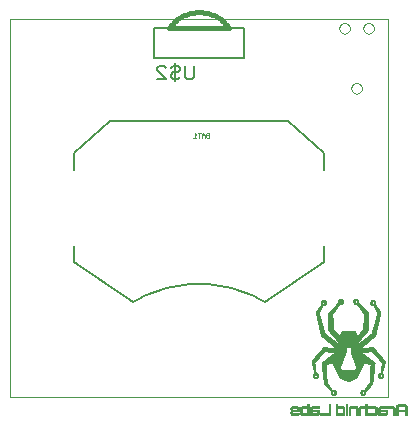
<source format=gbo>
G75*
G70*
%OFA0B0*%
%FSLAX24Y24*%
%IPPOS*%
%LPD*%
%AMOC8*
5,1,8,0,0,1.08239X$1,22.5*
%
%ADD10C,0.0000*%
%ADD11C,0.0080*%
%ADD12C,0.0010*%
%ADD13C,0.0050*%
%ADD14C,0.0160*%
%ADD15C,0.0001*%
D10*
X001553Y000683D02*
X001553Y013281D01*
X014151Y013281D01*
X014151Y000683D01*
X001553Y000683D01*
X010905Y000317D02*
X010909Y000340D01*
X010925Y000364D01*
X010944Y000376D01*
X010968Y000380D01*
X011130Y000380D01*
X011153Y000376D01*
X011173Y000364D01*
X011185Y000340D01*
X011193Y000317D01*
X011193Y000277D01*
X011185Y000254D01*
X011173Y000234D01*
X011153Y000218D01*
X011130Y000214D01*
X010968Y000214D01*
X010960Y000210D01*
X010956Y000202D01*
X010956Y000163D01*
X010960Y000155D01*
X010968Y000151D01*
X011130Y000151D01*
X011137Y000155D01*
X011137Y000175D01*
X011193Y000175D01*
X011193Y000163D01*
X011185Y000139D01*
X011173Y000120D01*
X011153Y000104D01*
X011130Y000100D01*
X010968Y000100D01*
X010944Y000104D01*
X010925Y000120D01*
X010909Y000139D01*
X010905Y000163D01*
X010905Y000202D01*
X010909Y000226D01*
X010925Y000250D01*
X010944Y000261D01*
X010968Y000265D01*
X011130Y000265D01*
X011137Y000269D01*
X011137Y000324D01*
X011130Y000328D01*
X010968Y000328D01*
X010960Y000324D01*
X010956Y000317D01*
X010956Y000309D01*
X010905Y000309D01*
X010905Y000317D01*
X011224Y000317D02*
X011224Y000163D01*
X011228Y000139D01*
X011244Y000120D01*
X011263Y000104D01*
X011287Y000100D01*
X011350Y000100D01*
X011358Y000116D01*
X011362Y000135D01*
X011366Y000151D01*
X011287Y000151D01*
X011279Y000155D01*
X011279Y000324D01*
X011287Y000328D01*
X011362Y000328D01*
X011362Y000332D01*
X011358Y000356D01*
X011346Y000380D01*
X011319Y000380D01*
X011287Y000380D01*
X011263Y000376D01*
X011244Y000364D01*
X011228Y000340D01*
X011224Y000317D01*
X011346Y000380D02*
X011460Y000380D01*
X011460Y000474D01*
X011484Y000474D01*
X011511Y000474D01*
X011511Y000100D01*
X011350Y000100D01*
X011358Y000116D01*
X011362Y000135D01*
X011366Y000151D01*
X011448Y000151D01*
X011456Y000155D01*
X011460Y000163D01*
X011460Y000317D01*
X011456Y000324D01*
X011448Y000328D01*
X011362Y000328D01*
X011362Y000332D01*
X011358Y000356D01*
X011346Y000380D01*
X011567Y000340D02*
X011582Y000364D01*
X011602Y000376D01*
X011626Y000380D01*
X011819Y000380D01*
X011850Y000380D01*
X011850Y000328D01*
X011626Y000328D01*
X011618Y000324D01*
X011614Y000317D01*
X011614Y000265D01*
X011850Y000265D01*
X011850Y000163D01*
X011846Y000143D01*
X011830Y000120D01*
X011811Y000104D01*
X011787Y000100D01*
X011563Y000100D01*
X011563Y000120D01*
X011563Y000139D01*
X011578Y000151D01*
X011594Y000159D01*
X011614Y000167D01*
X011614Y000151D01*
X011787Y000151D01*
X011795Y000155D01*
X011795Y000167D01*
X011819Y000159D01*
X011846Y000143D01*
X011819Y000159D01*
X011795Y000167D01*
X011795Y000214D01*
X011614Y000214D01*
X011614Y000167D01*
X011594Y000159D01*
X011578Y000151D01*
X011563Y000139D01*
X011563Y000317D01*
X011567Y000340D01*
X011874Y000151D02*
X011874Y000100D01*
X012193Y000100D01*
X012224Y000100D01*
X012224Y000450D01*
X012173Y000450D01*
X012173Y000151D01*
X011874Y000151D01*
X012417Y000100D02*
X012417Y000474D01*
X012472Y000474D01*
X012472Y000380D01*
X012563Y000380D01*
X012594Y000380D01*
X012594Y000356D01*
X012594Y000328D01*
X012641Y000328D01*
X012649Y000324D01*
X012653Y000317D01*
X012653Y000163D01*
X012649Y000155D01*
X012641Y000151D01*
X012586Y000151D01*
X012586Y000139D01*
X012578Y000120D01*
X012567Y000100D01*
X012641Y000100D01*
X012665Y000104D01*
X012685Y000120D01*
X012700Y000139D01*
X012704Y000163D01*
X012704Y000317D01*
X012700Y000340D01*
X012685Y000364D01*
X012665Y000376D01*
X012641Y000380D01*
X012594Y000380D01*
X012594Y000328D01*
X012480Y000328D01*
X012472Y000324D01*
X012472Y000155D01*
X012480Y000151D01*
X012586Y000151D01*
X012586Y000139D01*
X012578Y000120D01*
X012567Y000100D01*
X012417Y000100D01*
X012740Y000100D02*
X012763Y000100D01*
X012791Y000100D01*
X012791Y000380D01*
X012740Y000380D01*
X012740Y000100D01*
X012842Y000100D02*
X012893Y000100D01*
X012893Y000317D01*
X012897Y000324D01*
X012905Y000328D01*
X013063Y000328D01*
X013070Y000324D01*
X013074Y000317D01*
X013074Y000100D01*
X013126Y000100D01*
X013126Y000380D01*
X012937Y000380D01*
X012905Y000380D01*
X012881Y000376D01*
X012858Y000364D01*
X012846Y000340D01*
X012842Y000317D01*
X012842Y000100D01*
X012791Y000419D02*
X012791Y000446D01*
X012791Y000474D01*
X012740Y000474D01*
X012740Y000419D01*
X012791Y000419D01*
X013169Y000340D02*
X013165Y000317D01*
X013165Y000100D01*
X013216Y000100D01*
X013216Y000317D01*
X013220Y000324D01*
X013228Y000328D01*
X013389Y000328D01*
X013397Y000324D01*
X013397Y000100D01*
X013452Y000100D01*
X013452Y000474D01*
X013397Y000474D01*
X013397Y000380D01*
X013263Y000380D01*
X013228Y000380D01*
X013204Y000376D01*
X013185Y000364D01*
X013169Y000340D01*
X013504Y000328D02*
X013728Y000328D01*
X013736Y000324D01*
X013736Y000155D01*
X013728Y000151D01*
X013504Y000151D01*
X013504Y000100D01*
X013728Y000100D01*
X013752Y000104D01*
X013771Y000120D01*
X013787Y000139D01*
X013791Y000163D01*
X013791Y000317D01*
X013787Y000340D01*
X013771Y000364D01*
X013752Y000376D01*
X013728Y000380D01*
X013504Y000380D01*
X013504Y000328D01*
X013838Y000317D02*
X013838Y000104D01*
X013842Y000100D01*
X013838Y000100D01*
X013838Y000104D01*
X013842Y000100D01*
X013960Y000100D01*
X013968Y000116D01*
X013972Y000135D01*
X013976Y000151D01*
X014063Y000151D01*
X014070Y000155D01*
X014074Y000163D01*
X014074Y000214D01*
X013980Y000214D01*
X013980Y000242D01*
X013980Y000265D01*
X014126Y000265D01*
X014126Y000163D01*
X014122Y000139D01*
X014106Y000120D01*
X014086Y000104D01*
X014063Y000100D01*
X013960Y000100D01*
X013968Y000116D01*
X013972Y000135D01*
X013976Y000151D01*
X013893Y000151D01*
X013893Y000214D01*
X013980Y000214D01*
X013980Y000265D01*
X013893Y000265D01*
X013893Y000317D01*
X013897Y000324D01*
X013901Y000328D01*
X013976Y000328D01*
X013972Y000340D01*
X013968Y000360D01*
X013960Y000380D01*
X014126Y000380D01*
X014126Y000328D01*
X013976Y000328D01*
X013972Y000340D01*
X013968Y000360D01*
X013960Y000380D01*
X013933Y000380D01*
X013901Y000380D01*
X013878Y000376D01*
X013858Y000364D01*
X013842Y000340D01*
X013838Y000317D01*
X014153Y000328D02*
X014311Y000328D01*
X014319Y000324D01*
X014322Y000317D01*
X014322Y000100D01*
X014374Y000100D01*
X014374Y000317D01*
X014370Y000340D01*
X014354Y000364D01*
X014334Y000376D01*
X014311Y000380D01*
X014153Y000380D01*
X014153Y000328D01*
X014429Y000387D02*
X014433Y000411D01*
X014444Y000431D01*
X014468Y000443D01*
X014492Y000450D01*
X014578Y000450D01*
X014578Y000395D01*
X014484Y000395D01*
X014480Y000387D01*
X014480Y000273D01*
X014578Y000273D01*
X014578Y000250D01*
X014578Y000222D01*
X014480Y000222D01*
X014480Y000100D01*
X014429Y000100D01*
X014429Y000387D01*
X014578Y000395D02*
X014578Y000450D01*
X014712Y000450D01*
X014740Y000443D01*
X014759Y000431D01*
X014771Y000411D01*
X014775Y000387D01*
X014775Y000100D01*
X014724Y000100D01*
X014724Y000222D01*
X014606Y000222D01*
X014578Y000222D01*
X014578Y000273D01*
X014724Y000273D01*
X014724Y000387D01*
X014720Y000395D01*
X014578Y000395D01*
X013944Y001328D02*
X013913Y001320D01*
X013885Y001328D01*
X013862Y001340D01*
X013842Y001360D01*
X013830Y001383D01*
X013846Y001391D01*
X013866Y001399D01*
X013881Y001372D01*
X013913Y001360D01*
X013937Y001364D01*
X013956Y001383D01*
X013960Y001407D01*
X013960Y001411D01*
X013996Y001411D01*
X013996Y001407D01*
X013992Y001376D01*
X013972Y001348D01*
X013944Y001328D01*
X013960Y001411D02*
X013952Y001435D01*
X013937Y001450D01*
X013913Y001454D01*
X013889Y001450D01*
X013870Y001431D01*
X013862Y001407D01*
X013866Y001399D01*
X013846Y001391D01*
X013830Y001383D01*
X013826Y001407D01*
X013834Y001439D01*
X013850Y001466D01*
X013878Y001486D01*
X013909Y001490D01*
X013913Y001525D01*
X013917Y001557D01*
X013921Y001592D01*
X013925Y001624D01*
X013929Y001655D01*
X013933Y001691D01*
X013937Y001722D01*
X013941Y001754D01*
X013944Y001789D01*
X013948Y001820D01*
X013952Y001856D01*
X013929Y001880D01*
X013905Y001903D01*
X013881Y001931D01*
X013862Y001954D01*
X013838Y001982D01*
X013815Y002006D01*
X013791Y002033D01*
X013771Y002057D01*
X013748Y002084D01*
X013724Y002108D01*
X013700Y002131D01*
X013681Y002159D01*
X013657Y002183D01*
X013633Y002210D01*
X013610Y002234D01*
X013578Y002230D01*
X013547Y002222D01*
X013515Y002218D01*
X013484Y002210D01*
X013452Y002206D01*
X013421Y002198D01*
X013385Y002194D01*
X013354Y002187D01*
X013322Y002183D01*
X013291Y002175D01*
X013299Y002147D01*
X013322Y002128D01*
X013350Y002104D01*
X013378Y002084D01*
X013405Y002065D01*
X013433Y002045D01*
X013460Y002025D01*
X013488Y002006D01*
X013515Y001986D01*
X013543Y001962D01*
X013570Y001943D01*
X013598Y001923D01*
X013626Y001903D01*
X013653Y001883D01*
X013681Y001864D01*
X013708Y001840D01*
X013704Y001809D01*
X013700Y001773D01*
X013696Y001742D01*
X013693Y001706D01*
X013689Y001675D01*
X013685Y001639D01*
X013681Y001608D01*
X013681Y001572D01*
X013677Y001541D01*
X013673Y001506D01*
X013669Y001474D01*
X013665Y001439D01*
X013661Y001407D01*
X013657Y001372D01*
X013653Y001340D01*
X013649Y001305D01*
X013645Y001273D01*
X013641Y001238D01*
X013637Y001206D01*
X013633Y001171D01*
X013630Y001139D01*
X013606Y001116D01*
X013582Y001088D01*
X013559Y001065D01*
X013535Y001041D01*
X013511Y001013D01*
X013488Y000990D01*
X013464Y000966D01*
X013441Y000939D01*
X013417Y000915D01*
X013393Y000891D01*
X013401Y000868D01*
X013405Y000844D01*
X013401Y000817D01*
X013385Y000793D01*
X013362Y000773D01*
X013334Y000761D01*
X013322Y000761D01*
X013287Y000765D01*
X013259Y000785D01*
X013244Y000813D01*
X013236Y000844D01*
X013244Y000880D01*
X013259Y000907D01*
X013287Y000923D01*
X013322Y000931D01*
X013330Y000911D01*
X013338Y000887D01*
X013322Y000895D01*
X013295Y000887D01*
X013279Y000872D01*
X013271Y000844D01*
X013279Y000820D01*
X013295Y000805D01*
X013322Y000797D01*
X013342Y000805D01*
X013338Y000773D01*
X013334Y000761D01*
X013338Y000773D01*
X013342Y000805D01*
X013362Y000820D01*
X013370Y000844D01*
X013362Y000872D01*
X013338Y000887D01*
X013330Y000911D01*
X013322Y000931D01*
X013342Y000927D01*
X013362Y000919D01*
X013381Y000946D01*
X013397Y000970D01*
X013417Y000998D01*
X013433Y001021D01*
X013452Y001049D01*
X013468Y001076D01*
X013488Y001100D01*
X013504Y001128D01*
X013523Y001151D01*
X013543Y001179D01*
X013543Y001246D01*
X013547Y001281D01*
X013547Y001313D01*
X013551Y001348D01*
X013551Y001380D01*
X013555Y001415D01*
X013555Y001450D01*
X013559Y001482D01*
X013559Y001517D01*
X013563Y001549D01*
X013563Y001584D01*
X013567Y001620D01*
X013567Y001651D01*
X013570Y001687D01*
X013570Y001718D01*
X013574Y001754D01*
X013574Y001789D01*
X013543Y001797D01*
X013511Y001805D01*
X013480Y001813D01*
X013448Y001820D01*
X013417Y001832D01*
X013385Y001840D01*
X013354Y001848D01*
X013338Y001817D01*
X013326Y001789D01*
X013311Y001757D01*
X013295Y001730D01*
X013279Y001698D01*
X013267Y001671D01*
X013252Y001639D01*
X013236Y001612D01*
X013220Y001580D01*
X013204Y001553D01*
X013193Y001521D01*
X013177Y001494D01*
X013161Y001462D01*
X013145Y001435D01*
X013133Y001403D01*
X013118Y001376D01*
X013102Y001344D01*
X013074Y001332D01*
X013043Y001317D01*
X013011Y001305D01*
X012984Y001293D01*
X012952Y001277D01*
X012921Y001265D01*
X012893Y001254D01*
X012862Y001238D01*
X012862Y001273D01*
X012862Y001584D01*
X012598Y001584D01*
X012586Y001612D01*
X012574Y001639D01*
X012563Y001667D01*
X012551Y001694D01*
X012563Y001726D01*
X012574Y001757D01*
X012586Y001789D01*
X012598Y001820D01*
X012610Y001852D01*
X012622Y001880D01*
X012633Y001911D01*
X012645Y001943D01*
X012657Y001974D01*
X012669Y002006D01*
X012681Y002037D01*
X012696Y002069D01*
X012708Y002100D01*
X012720Y002131D01*
X012732Y002163D01*
X012744Y002194D01*
X012744Y002332D01*
X012720Y002332D01*
X012720Y002376D01*
X012862Y002376D01*
X012862Y002907D01*
X012622Y002907D01*
X012622Y002903D01*
X012606Y002872D01*
X012590Y002844D01*
X012574Y002813D01*
X012559Y002785D01*
X012543Y002757D01*
X012527Y002726D01*
X012504Y002750D01*
X012480Y002773D01*
X012460Y002797D01*
X012437Y002820D01*
X012413Y002844D01*
X012393Y002868D01*
X012370Y002891D01*
X012346Y002915D01*
X012326Y002943D01*
X012322Y002974D01*
X012322Y003009D01*
X012319Y003041D01*
X012319Y003108D01*
X012315Y003143D01*
X012315Y003175D01*
X012311Y003210D01*
X012311Y003242D01*
X012307Y003277D01*
X012307Y003309D01*
X012303Y003344D01*
X012303Y003411D01*
X012299Y003443D01*
X012299Y003478D01*
X012319Y003506D01*
X012338Y003529D01*
X012358Y003557D01*
X012378Y003584D01*
X012397Y003612D01*
X012417Y003639D01*
X012437Y003667D01*
X012456Y003694D01*
X012476Y003722D01*
X012496Y003750D01*
X012515Y003777D01*
X012535Y003805D01*
X012551Y003801D01*
X012570Y003797D01*
X012606Y003805D01*
X012633Y003820D01*
X012649Y003848D01*
X012657Y003883D01*
X012653Y003903D01*
X012633Y003899D01*
X012614Y003895D01*
X012622Y003883D01*
X012614Y003856D01*
X012598Y003840D01*
X012570Y003832D01*
X012547Y003840D01*
X012531Y003856D01*
X012523Y003883D01*
X012531Y003899D01*
X012515Y003903D01*
X012496Y003919D01*
X012488Y003899D01*
X012488Y003860D01*
X012500Y003840D01*
X012476Y003817D01*
X012452Y003793D01*
X012429Y003769D01*
X012405Y003742D01*
X012381Y003718D01*
X012358Y003694D01*
X012334Y003671D01*
X012311Y003647D01*
X012287Y003624D01*
X012263Y003600D01*
X012240Y003576D01*
X012216Y003553D01*
X012193Y003529D01*
X012169Y003506D01*
X012169Y002927D01*
X012189Y002903D01*
X012212Y002876D01*
X012232Y002852D01*
X012256Y002824D01*
X012275Y002801D01*
X012299Y002773D01*
X012322Y002750D01*
X012342Y002722D01*
X012366Y002698D01*
X012385Y002671D01*
X012409Y002647D01*
X012429Y002620D01*
X012452Y002596D01*
X012472Y002569D01*
X012496Y002545D01*
X012519Y002517D01*
X012539Y002494D01*
X012527Y002474D01*
X012515Y002454D01*
X012488Y002474D01*
X012460Y002494D01*
X012433Y002513D01*
X012405Y002537D01*
X012378Y002557D01*
X012350Y002576D01*
X012322Y002596D01*
X012295Y002620D01*
X012267Y002639D01*
X012240Y002659D01*
X012212Y002679D01*
X012181Y002702D01*
X012153Y002722D01*
X012126Y002742D01*
X012098Y002761D01*
X012070Y002785D01*
X012043Y002805D01*
X012035Y002836D01*
X012027Y002868D01*
X012015Y002899D01*
X012007Y002931D01*
X012000Y002966D01*
X011988Y002998D01*
X011980Y003029D01*
X011972Y003061D01*
X011960Y003092D01*
X011952Y003124D01*
X011944Y003155D01*
X011933Y003191D01*
X011925Y003222D01*
X011917Y003254D01*
X011909Y003285D01*
X011897Y003317D01*
X011889Y003348D01*
X011881Y003380D01*
X011870Y003411D01*
X011862Y003446D01*
X011854Y003478D01*
X011842Y003509D01*
X011858Y003537D01*
X011874Y003565D01*
X011889Y003592D01*
X011901Y003624D01*
X011917Y003651D01*
X011933Y003679D01*
X011948Y003706D01*
X011964Y003738D01*
X011976Y003765D01*
X012004Y003761D01*
X012035Y003765D01*
X012063Y003785D01*
X012082Y003813D01*
X012090Y003844D01*
X012082Y003872D01*
X012070Y003895D01*
X012055Y003915D01*
X012031Y003927D01*
X012004Y003931D01*
X011976Y003927D01*
X011952Y003911D01*
X011933Y003891D01*
X011925Y003868D01*
X011952Y003860D01*
X011960Y003856D01*
X011976Y003883D01*
X012004Y003895D01*
X012031Y003883D01*
X012047Y003860D01*
X012067Y003864D01*
X012082Y003872D01*
X012067Y003864D01*
X012047Y003860D01*
X012051Y003844D01*
X012047Y003820D01*
X012027Y003805D01*
X012004Y003797D01*
X011980Y003805D01*
X011960Y003820D01*
X011956Y003844D01*
X011960Y003856D01*
X011952Y003860D01*
X011925Y003868D01*
X011917Y003844D01*
X011925Y003817D01*
X011941Y003789D01*
X011921Y003761D01*
X011901Y003738D01*
X011881Y003710D01*
X011862Y003687D01*
X011846Y003659D01*
X011826Y003635D01*
X011807Y003608D01*
X011787Y003584D01*
X011767Y003557D01*
X011748Y003533D01*
X011756Y003502D01*
X011763Y003466D01*
X011771Y003435D01*
X011775Y003403D01*
X011783Y003372D01*
X011791Y003340D01*
X011799Y003305D01*
X011807Y003273D01*
X011815Y003242D01*
X011819Y003210D01*
X011826Y003175D01*
X011834Y003143D01*
X011842Y003112D01*
X011850Y003080D01*
X011858Y003045D01*
X011866Y003013D01*
X011870Y002982D01*
X011878Y002950D01*
X011885Y002915D01*
X011893Y002883D01*
X011901Y002852D01*
X011909Y002820D01*
X011913Y002785D01*
X011921Y002754D01*
X011948Y002734D01*
X011972Y002710D01*
X012000Y002691D01*
X012023Y002667D01*
X012051Y002647D01*
X012074Y002624D01*
X012098Y002604D01*
X012126Y002580D01*
X012149Y002561D01*
X012177Y002537D01*
X012200Y002517D01*
X012228Y002494D01*
X012252Y002474D01*
X012279Y002450D01*
X012303Y002431D01*
X012330Y002407D01*
X012354Y002387D01*
X012378Y002364D01*
X012405Y002344D01*
X012429Y002320D01*
X012425Y002317D01*
X012393Y002320D01*
X012362Y002324D01*
X012330Y002324D01*
X012299Y002328D01*
X012263Y002332D01*
X012232Y002336D01*
X012200Y002340D01*
X012169Y002344D01*
X012137Y002344D01*
X012102Y002348D01*
X012070Y002352D01*
X012039Y002356D01*
X012007Y002360D01*
X011984Y002332D01*
X011964Y002309D01*
X011941Y002281D01*
X011917Y002254D01*
X011897Y002230D01*
X011874Y002202D01*
X011850Y002179D01*
X011826Y002151D01*
X011807Y002124D01*
X011783Y002100D01*
X011759Y002072D01*
X011740Y002049D01*
X011716Y002021D01*
X011693Y001994D01*
X011673Y001970D01*
X011649Y001943D01*
X011626Y001915D01*
X011606Y001891D01*
X011606Y001860D01*
X011614Y001828D01*
X011622Y001797D01*
X011633Y001765D01*
X011641Y001734D01*
X011649Y001702D01*
X011657Y001671D01*
X011665Y001639D01*
X011673Y001612D01*
X011685Y001580D01*
X011693Y001549D01*
X011700Y001517D01*
X011708Y001486D01*
X011685Y001470D01*
X011665Y001446D01*
X011657Y001419D01*
X011653Y001407D01*
X011661Y001376D01*
X011681Y001348D01*
X011708Y001328D01*
X011740Y001320D01*
X011771Y001328D01*
X011799Y001348D01*
X011819Y001376D01*
X011822Y001407D01*
X011822Y001411D01*
X011803Y001423D01*
X011783Y001427D01*
X011779Y001431D01*
X011787Y001407D01*
X011783Y001383D01*
X011763Y001364D01*
X011740Y001360D01*
X011716Y001364D01*
X011696Y001383D01*
X011689Y001407D01*
X011700Y001431D01*
X011685Y001427D01*
X011657Y001419D01*
X011685Y001427D01*
X011700Y001431D01*
X011716Y001450D01*
X011740Y001454D01*
X011763Y001446D01*
X011779Y001431D01*
X011783Y001427D01*
X011803Y001423D01*
X011822Y001411D01*
X011815Y001443D01*
X011799Y001466D01*
X011771Y001486D01*
X011744Y001490D01*
X011740Y001525D01*
X011736Y001557D01*
X011732Y001592D01*
X011728Y001624D01*
X011724Y001655D01*
X011720Y001691D01*
X011716Y001722D01*
X011712Y001754D01*
X011708Y001789D01*
X011704Y001820D01*
X011700Y001856D01*
X011724Y001880D01*
X011744Y001903D01*
X011767Y001931D01*
X011791Y001954D01*
X011815Y001982D01*
X011838Y002006D01*
X011858Y002033D01*
X011881Y002057D01*
X011905Y002084D01*
X011929Y002108D01*
X011948Y002131D01*
X011972Y002159D01*
X011996Y002183D01*
X012019Y002210D01*
X012039Y002234D01*
X012074Y002230D01*
X012106Y002222D01*
X012137Y002218D01*
X012169Y002210D01*
X012200Y002206D01*
X012232Y002198D01*
X012263Y002194D01*
X012299Y002187D01*
X012330Y002183D01*
X012362Y002175D01*
X012354Y002147D01*
X012326Y002128D01*
X012299Y002108D01*
X012271Y002084D01*
X012244Y002065D01*
X012216Y002045D01*
X012189Y002025D01*
X012161Y002006D01*
X012137Y001986D01*
X012110Y001962D01*
X012082Y001943D01*
X012055Y001923D01*
X012027Y001903D01*
X012000Y001883D01*
X011972Y001864D01*
X011944Y001840D01*
X011948Y001809D01*
X011952Y001773D01*
X011952Y001742D01*
X011956Y001706D01*
X011960Y001675D01*
X011964Y001639D01*
X011968Y001608D01*
X011972Y001572D01*
X011976Y001541D01*
X011980Y001506D01*
X011984Y001474D01*
X011988Y001439D01*
X011992Y001407D01*
X011996Y001372D01*
X012000Y001340D01*
X012004Y001305D01*
X012007Y001273D01*
X012011Y001238D01*
X012011Y001206D01*
X012015Y001171D01*
X012019Y001139D01*
X012043Y001116D01*
X012067Y001088D01*
X012090Y001065D01*
X012114Y001041D01*
X012141Y001013D01*
X012165Y000990D01*
X012189Y000966D01*
X012212Y000939D01*
X012236Y000915D01*
X012259Y000891D01*
X012248Y000868D01*
X012248Y000844D01*
X012252Y000813D01*
X012271Y000785D01*
X012299Y000765D01*
X012330Y000761D01*
X012350Y000765D01*
X012378Y000777D01*
X012397Y000793D01*
X012409Y000817D01*
X012417Y000844D01*
X012413Y000872D01*
X012397Y000895D01*
X012378Y000915D01*
X012354Y000927D01*
X012346Y000907D01*
X012342Y000891D01*
X012342Y000887D01*
X012370Y000876D01*
X012381Y000844D01*
X012370Y000817D01*
X012342Y000801D01*
X012342Y000789D01*
X012350Y000765D01*
X012342Y000789D01*
X012342Y000801D01*
X012330Y000797D01*
X012307Y000805D01*
X012287Y000820D01*
X012283Y000844D01*
X012287Y000872D01*
X012307Y000887D01*
X012330Y000895D01*
X012342Y000887D01*
X012342Y000891D01*
X012346Y000907D01*
X012354Y000927D01*
X012330Y000931D01*
X012311Y000927D01*
X012291Y000919D01*
X012271Y000946D01*
X012252Y000970D01*
X012236Y000998D01*
X012216Y001021D01*
X012200Y001049D01*
X012181Y001076D01*
X012165Y001100D01*
X012145Y001128D01*
X012130Y001151D01*
X012110Y001179D01*
X012110Y001214D01*
X012106Y001246D01*
X012106Y001281D01*
X012102Y001313D01*
X012102Y001348D01*
X012098Y001380D01*
X012098Y001415D01*
X012094Y001450D01*
X012094Y001482D01*
X012090Y001517D01*
X012090Y001549D01*
X012086Y001584D01*
X012086Y001651D01*
X012082Y001687D01*
X012082Y001718D01*
X012078Y001754D01*
X012078Y001789D01*
X012110Y001797D01*
X012141Y001805D01*
X012173Y001813D01*
X012204Y001820D01*
X012236Y001828D01*
X012267Y001840D01*
X012299Y001848D01*
X012315Y001817D01*
X012326Y001789D01*
X012342Y001757D01*
X012358Y001730D01*
X012374Y001698D01*
X012385Y001671D01*
X012401Y001639D01*
X012417Y001612D01*
X012433Y001580D01*
X012444Y001553D01*
X012460Y001521D01*
X012476Y001494D01*
X012492Y001462D01*
X012504Y001435D01*
X012519Y001403D01*
X012535Y001376D01*
X012551Y001344D01*
X012582Y001332D01*
X012610Y001317D01*
X012641Y001305D01*
X012673Y001289D01*
X012704Y001277D01*
X012732Y001261D01*
X012763Y001250D01*
X012795Y001238D01*
X012826Y001222D01*
X012846Y001230D01*
X012862Y001238D01*
X012862Y001584D01*
X013051Y001584D01*
X013067Y001612D01*
X013078Y001639D01*
X013090Y001667D01*
X013102Y001694D01*
X013090Y001726D01*
X013078Y001757D01*
X013067Y001789D01*
X013055Y001820D01*
X013043Y001852D01*
X013031Y001880D01*
X013019Y001911D01*
X013007Y001943D01*
X012992Y001974D01*
X012980Y002006D01*
X012968Y002037D01*
X012956Y002069D01*
X012944Y002100D01*
X012933Y002131D01*
X012921Y002163D01*
X012909Y002194D01*
X012909Y002332D01*
X012933Y002332D01*
X012933Y002376D01*
X012862Y002376D01*
X012862Y002907D01*
X013031Y002907D01*
X013047Y002876D01*
X013063Y002844D01*
X013078Y002817D01*
X013094Y002785D01*
X013110Y002757D01*
X013126Y002726D01*
X013149Y002750D01*
X013169Y002773D01*
X013193Y002797D01*
X013216Y002820D01*
X013236Y002844D01*
X013259Y002868D01*
X013283Y002891D01*
X013303Y002915D01*
X013326Y002943D01*
X013326Y002974D01*
X013330Y003009D01*
X013330Y003041D01*
X013334Y003076D01*
X013334Y003108D01*
X013338Y003143D01*
X013338Y003175D01*
X013342Y003210D01*
X013342Y003277D01*
X013346Y003309D01*
X013346Y003344D01*
X013350Y003376D01*
X013350Y003411D01*
X013354Y003443D01*
X013354Y003478D01*
X013334Y003506D01*
X013315Y003529D01*
X013295Y003557D01*
X013275Y003584D01*
X013256Y003612D01*
X013236Y003639D01*
X013216Y003667D01*
X013196Y003694D01*
X013177Y003722D01*
X013157Y003750D01*
X013137Y003777D01*
X013118Y003805D01*
X013098Y003801D01*
X013078Y003797D01*
X013047Y003805D01*
X013019Y003820D01*
X013004Y003848D01*
X012996Y003883D01*
X013000Y003911D01*
X013023Y003907D01*
X013043Y003907D01*
X013031Y003883D01*
X013039Y003856D01*
X013055Y003840D01*
X013082Y003832D01*
X013106Y003840D01*
X013122Y003856D01*
X013130Y003883D01*
X013118Y003907D01*
X013141Y003907D01*
X013161Y003911D01*
X013165Y003883D01*
X013161Y003860D01*
X013153Y003840D01*
X013177Y003817D01*
X013200Y003793D01*
X013224Y003769D01*
X013248Y003742D01*
X013271Y003718D01*
X013295Y003694D01*
X013319Y003671D01*
X013342Y003647D01*
X013366Y003624D01*
X013389Y003600D01*
X013413Y003576D01*
X013437Y003553D01*
X013460Y003529D01*
X013484Y003506D01*
X013484Y002927D01*
X013464Y002903D01*
X013441Y002876D01*
X013417Y002852D01*
X013397Y002824D01*
X013374Y002801D01*
X013354Y002773D01*
X013330Y002750D01*
X013311Y002722D01*
X013287Y002698D01*
X013267Y002671D01*
X013244Y002647D01*
X013220Y002620D01*
X013200Y002596D01*
X013177Y002569D01*
X013157Y002545D01*
X013133Y002517D01*
X013114Y002494D01*
X013126Y002474D01*
X013137Y002454D01*
X013165Y002474D01*
X013193Y002494D01*
X013220Y002513D01*
X013248Y002537D01*
X013275Y002557D01*
X013303Y002576D01*
X013330Y002596D01*
X013358Y002620D01*
X013385Y002639D01*
X013413Y002659D01*
X013441Y002679D01*
X013468Y002702D01*
X013496Y002722D01*
X013523Y002742D01*
X013551Y002761D01*
X013578Y002785D01*
X013606Y002805D01*
X013618Y002836D01*
X013626Y002868D01*
X013633Y002899D01*
X013645Y002931D01*
X013653Y002966D01*
X013661Y002998D01*
X013673Y003029D01*
X013681Y003061D01*
X013689Y003092D01*
X013700Y003124D01*
X013708Y003155D01*
X013716Y003191D01*
X013728Y003222D01*
X013736Y003254D01*
X013744Y003285D01*
X013756Y003317D01*
X013763Y003348D01*
X013771Y003380D01*
X013783Y003411D01*
X013791Y003446D01*
X013799Y003478D01*
X013807Y003509D01*
X013795Y003537D01*
X013779Y003565D01*
X013763Y003592D01*
X013748Y003624D01*
X013732Y003651D01*
X013720Y003679D01*
X013704Y003706D01*
X013689Y003738D01*
X013673Y003765D01*
X013649Y003761D01*
X013614Y003765D01*
X013586Y003785D01*
X013570Y003813D01*
X013563Y003844D01*
X013567Y003864D01*
X013586Y003860D01*
X013602Y003856D01*
X013598Y003844D01*
X013606Y003820D01*
X013622Y003805D01*
X013649Y003797D01*
X013673Y003805D01*
X013689Y003820D01*
X013696Y003844D01*
X013696Y003848D01*
X013716Y003852D01*
X013732Y003856D01*
X013732Y003844D01*
X013728Y003817D01*
X013712Y003789D01*
X013732Y003761D01*
X013748Y003738D01*
X013767Y003710D01*
X013787Y003687D01*
X013807Y003659D01*
X013826Y003635D01*
X013846Y003608D01*
X013866Y003584D01*
X013885Y003557D01*
X013905Y003533D01*
X013897Y003502D01*
X013889Y003466D01*
X013881Y003435D01*
X013874Y003403D01*
X013866Y003372D01*
X013862Y003340D01*
X013854Y003305D01*
X013846Y003273D01*
X013838Y003242D01*
X013830Y003210D01*
X013822Y003175D01*
X013819Y003143D01*
X013811Y003112D01*
X013803Y003080D01*
X013795Y003045D01*
X013787Y003013D01*
X013779Y002982D01*
X013771Y002950D01*
X013767Y002915D01*
X013759Y002883D01*
X013752Y002852D01*
X013744Y002820D01*
X013736Y002785D01*
X013728Y002754D01*
X013704Y002734D01*
X013681Y002710D01*
X013653Y002691D01*
X013630Y002667D01*
X013602Y002647D01*
X013578Y002624D01*
X013551Y002604D01*
X013527Y002580D01*
X013500Y002561D01*
X013476Y002537D01*
X013448Y002517D01*
X013425Y002494D01*
X013401Y002474D01*
X013374Y002450D01*
X013350Y002431D01*
X013322Y002407D01*
X013299Y002387D01*
X013271Y002364D01*
X013248Y002344D01*
X013220Y002320D01*
X013224Y002317D01*
X013259Y002320D01*
X013291Y002324D01*
X013322Y002324D01*
X013354Y002328D01*
X013385Y002332D01*
X013417Y002336D01*
X013452Y002340D01*
X013484Y002344D01*
X013515Y002344D01*
X013547Y002348D01*
X013578Y002352D01*
X013614Y002356D01*
X013645Y002360D01*
X013665Y002332D01*
X013689Y002309D01*
X013712Y002281D01*
X013736Y002254D01*
X013756Y002230D01*
X013779Y002202D01*
X013803Y002179D01*
X013822Y002151D01*
X013846Y002124D01*
X013870Y002100D01*
X013889Y002072D01*
X013913Y002049D01*
X013937Y002021D01*
X013956Y001994D01*
X013980Y001970D01*
X014004Y001943D01*
X014023Y001915D01*
X014047Y001891D01*
X014047Y001860D01*
X014035Y001828D01*
X014027Y001797D01*
X014019Y001765D01*
X014011Y001734D01*
X014004Y001702D01*
X013996Y001671D01*
X013988Y001643D01*
X013976Y001612D01*
X013968Y001580D01*
X013960Y001549D01*
X013952Y001517D01*
X013944Y001486D01*
X013972Y001470D01*
X013992Y001443D01*
X013996Y001411D01*
X013960Y001411D01*
X013696Y003848D02*
X013689Y003872D01*
X013669Y003887D01*
X013649Y003895D01*
X013618Y003883D01*
X013602Y003856D01*
X013586Y003860D01*
X013567Y003864D01*
X013578Y003891D01*
X013594Y003911D01*
X013622Y003927D01*
X013649Y003931D01*
X013677Y003927D01*
X013704Y003907D01*
X013720Y003883D01*
X013732Y003856D01*
X013716Y003852D01*
X013696Y003848D01*
X013161Y003911D02*
X013141Y003939D01*
X013114Y003958D01*
X013078Y003966D01*
X013047Y003958D01*
X013019Y003943D01*
X013000Y003911D01*
X013023Y003907D01*
X013043Y003907D01*
X013059Y003923D01*
X013082Y003931D01*
X013102Y003923D01*
X013118Y003907D01*
X013141Y003907D01*
X013161Y003911D01*
X012653Y003903D02*
X012641Y003927D01*
X012622Y003946D01*
X012598Y003962D01*
X012570Y003966D01*
X012539Y003962D01*
X012515Y003943D01*
X012496Y003919D01*
X012515Y003903D01*
X012531Y003899D01*
X012547Y003923D01*
X012570Y003931D01*
X012598Y003919D01*
X012614Y003895D01*
X012633Y003899D01*
X012653Y003903D01*
X012931Y010986D02*
X012933Y011012D01*
X012939Y011038D01*
X012948Y011062D01*
X012961Y011085D01*
X012978Y011105D01*
X012997Y011123D01*
X013019Y011138D01*
X013042Y011149D01*
X013067Y011157D01*
X013093Y011161D01*
X013119Y011161D01*
X013145Y011157D01*
X013170Y011149D01*
X013194Y011138D01*
X013215Y011123D01*
X013234Y011105D01*
X013251Y011085D01*
X013264Y011062D01*
X013273Y011038D01*
X013279Y011012D01*
X013281Y010986D01*
X013279Y010960D01*
X013273Y010934D01*
X013264Y010910D01*
X013251Y010887D01*
X013234Y010867D01*
X013215Y010849D01*
X013193Y010834D01*
X013170Y010823D01*
X013145Y010815D01*
X013119Y010811D01*
X013093Y010811D01*
X013067Y010815D01*
X013042Y010823D01*
X013018Y010834D01*
X012997Y010849D01*
X012978Y010867D01*
X012961Y010887D01*
X012948Y010910D01*
X012939Y010934D01*
X012933Y010960D01*
X012931Y010986D01*
X012531Y012986D02*
X012533Y013012D01*
X012539Y013038D01*
X012548Y013062D01*
X012561Y013085D01*
X012578Y013105D01*
X012597Y013123D01*
X012619Y013138D01*
X012642Y013149D01*
X012667Y013157D01*
X012693Y013161D01*
X012719Y013161D01*
X012745Y013157D01*
X012770Y013149D01*
X012794Y013138D01*
X012815Y013123D01*
X012834Y013105D01*
X012851Y013085D01*
X012864Y013062D01*
X012873Y013038D01*
X012879Y013012D01*
X012881Y012986D01*
X012879Y012960D01*
X012873Y012934D01*
X012864Y012910D01*
X012851Y012887D01*
X012834Y012867D01*
X012815Y012849D01*
X012793Y012834D01*
X012770Y012823D01*
X012745Y012815D01*
X012719Y012811D01*
X012693Y012811D01*
X012667Y012815D01*
X012642Y012823D01*
X012618Y012834D01*
X012597Y012849D01*
X012578Y012867D01*
X012561Y012887D01*
X012548Y012910D01*
X012539Y012934D01*
X012533Y012960D01*
X012531Y012986D01*
X013331Y012986D02*
X013333Y013012D01*
X013339Y013038D01*
X013348Y013062D01*
X013361Y013085D01*
X013378Y013105D01*
X013397Y013123D01*
X013419Y013138D01*
X013442Y013149D01*
X013467Y013157D01*
X013493Y013161D01*
X013519Y013161D01*
X013545Y013157D01*
X013570Y013149D01*
X013594Y013138D01*
X013615Y013123D01*
X013634Y013105D01*
X013651Y013085D01*
X013664Y013062D01*
X013673Y013038D01*
X013679Y013012D01*
X013681Y012986D01*
X013679Y012960D01*
X013673Y012934D01*
X013664Y012910D01*
X013651Y012887D01*
X013634Y012867D01*
X013615Y012849D01*
X013593Y012834D01*
X013570Y012823D01*
X013545Y012815D01*
X013519Y012811D01*
X013493Y012811D01*
X013467Y012815D01*
X013442Y012823D01*
X013418Y012834D01*
X013397Y012849D01*
X013378Y012867D01*
X013361Y012887D01*
X013348Y012910D01*
X013339Y012934D01*
X013333Y012960D01*
X013331Y012986D01*
D11*
X010809Y009880D02*
X012009Y008817D01*
X012009Y008246D01*
X010809Y009880D02*
X004903Y009880D01*
X003702Y008817D01*
X003702Y008246D01*
X003702Y005726D02*
X003702Y005194D01*
X005671Y003856D01*
X005844Y003955D01*
X006022Y004046D01*
X006204Y004129D01*
X006389Y004203D01*
X006578Y004268D01*
X006770Y004324D01*
X006964Y004371D01*
X007160Y004408D01*
X007358Y004436D01*
X007557Y004455D01*
X007756Y004465D01*
X007956Y004465D01*
X008155Y004455D01*
X008354Y004436D01*
X008552Y004408D01*
X008748Y004371D01*
X008942Y004324D01*
X009134Y004268D01*
X009323Y004203D01*
X009508Y004129D01*
X009690Y004046D01*
X009868Y003955D01*
X010041Y003856D01*
X012009Y005194D01*
X012009Y005726D01*
D12*
X008201Y009341D02*
X008126Y009341D01*
X008101Y009366D01*
X008101Y009391D01*
X008126Y009416D01*
X008201Y009416D01*
X008201Y009491D02*
X008126Y009491D01*
X008101Y009466D01*
X008101Y009441D01*
X008126Y009416D01*
X008054Y009416D02*
X007953Y009416D01*
X007953Y009441D02*
X007953Y009341D01*
X007856Y009341D02*
X007856Y009491D01*
X007906Y009491D02*
X007806Y009491D01*
X007759Y009441D02*
X007709Y009491D01*
X007709Y009341D01*
X007759Y009341D02*
X007659Y009341D01*
X007953Y009441D02*
X008004Y009491D01*
X008054Y009441D01*
X008054Y009341D01*
X008201Y009341D02*
X008201Y009491D01*
D13*
X007072Y011216D02*
X007072Y011816D01*
X007147Y011741D02*
X006997Y011741D01*
X006921Y011666D01*
X006761Y011666D02*
X006686Y011741D01*
X006536Y011741D01*
X006461Y011666D01*
X006461Y011591D01*
X006761Y011291D01*
X006461Y011291D01*
X006921Y011366D02*
X006921Y011441D01*
X006997Y011516D01*
X007147Y011516D01*
X007222Y011591D01*
X007222Y011666D01*
X007147Y011741D01*
X007382Y011741D02*
X007382Y011366D01*
X007457Y011291D01*
X007607Y011291D01*
X007682Y011366D01*
X007682Y011741D01*
X007222Y011366D02*
X007147Y011291D01*
X006997Y011291D01*
X006921Y011366D01*
X006356Y011986D02*
X006356Y012986D01*
X006856Y012986D01*
X006356Y011986D02*
X009356Y011986D01*
X009356Y012986D01*
X008856Y012986D01*
D14*
X006856Y012986D01*
X006895Y013041D01*
X006937Y013094D01*
X006982Y013144D01*
X007030Y013192D01*
X007080Y013237D01*
X007133Y013279D01*
X007188Y013318D01*
X007245Y013354D01*
X007304Y013387D01*
X007365Y013416D01*
X007427Y013442D01*
X007491Y013464D01*
X007555Y013483D01*
X007621Y013498D01*
X007688Y013509D01*
X007755Y013517D01*
X007822Y013521D01*
X007890Y013521D01*
X007957Y013517D01*
X008024Y013509D01*
X008091Y013498D01*
X008157Y013483D01*
X008221Y013464D01*
X008285Y013442D01*
X008347Y013416D01*
X008408Y013387D01*
X008467Y013354D01*
X008524Y013318D01*
X008579Y013279D01*
X008632Y013237D01*
X008682Y013192D01*
X008730Y013144D01*
X008775Y013094D01*
X008817Y013041D01*
X008856Y012986D01*
D15*
X011975Y003926D02*
X012032Y003926D01*
X012034Y003925D02*
X011974Y003925D01*
X011972Y003924D02*
X012036Y003924D01*
X012038Y003923D02*
X011971Y003923D01*
X011969Y003922D02*
X012040Y003922D01*
X012042Y003921D02*
X011968Y003921D01*
X011966Y003920D02*
X012044Y003920D01*
X012046Y003919D02*
X011965Y003919D01*
X011963Y003918D02*
X012048Y003918D01*
X012050Y003917D02*
X011962Y003917D01*
X011960Y003916D02*
X012052Y003916D01*
X012054Y003915D02*
X011959Y003915D01*
X011958Y003914D02*
X012055Y003914D01*
X012056Y003913D02*
X011956Y003913D01*
X011955Y003912D02*
X012057Y003912D01*
X012058Y003911D02*
X011953Y003911D01*
X011952Y003910D02*
X012058Y003910D01*
X012059Y003909D02*
X011951Y003909D01*
X011950Y003908D02*
X012060Y003908D01*
X012061Y003907D02*
X011949Y003907D01*
X011948Y003906D02*
X012062Y003906D01*
X012062Y003905D02*
X011947Y003905D01*
X011946Y003904D02*
X012063Y003904D01*
X012064Y003903D02*
X011945Y003903D01*
X011944Y003902D02*
X012065Y003902D01*
X012066Y003901D02*
X011943Y003901D01*
X011942Y003900D02*
X012066Y003900D01*
X012067Y003899D02*
X011941Y003899D01*
X011940Y003898D02*
X012068Y003898D01*
X012069Y003897D02*
X011939Y003897D01*
X011938Y003896D02*
X012070Y003896D01*
X012070Y003895D02*
X011937Y003895D01*
X011936Y003894D02*
X012002Y003894D01*
X011999Y003893D02*
X011935Y003893D01*
X011934Y003892D02*
X011997Y003892D01*
X011995Y003891D02*
X011933Y003891D01*
X011932Y003890D02*
X011992Y003890D01*
X011990Y003889D02*
X011932Y003889D01*
X011932Y003888D02*
X011988Y003888D01*
X011985Y003887D02*
X011931Y003887D01*
X011931Y003886D02*
X011983Y003886D01*
X011981Y003885D02*
X011931Y003885D01*
X011930Y003884D02*
X011978Y003884D01*
X011976Y003883D02*
X011930Y003883D01*
X011930Y003882D02*
X011975Y003882D01*
X011975Y003881D02*
X011929Y003881D01*
X011929Y003880D02*
X011974Y003880D01*
X011974Y003879D02*
X011929Y003879D01*
X011928Y003878D02*
X011973Y003878D01*
X011973Y003877D02*
X011928Y003877D01*
X011928Y003876D02*
X011972Y003876D01*
X011971Y003875D02*
X011927Y003875D01*
X011927Y003874D02*
X011971Y003874D01*
X011970Y003873D02*
X011927Y003873D01*
X011926Y003872D02*
X011970Y003872D01*
X011969Y003871D02*
X011926Y003871D01*
X011926Y003870D02*
X011969Y003870D01*
X011968Y003869D02*
X011925Y003869D01*
X011925Y003868D02*
X011967Y003868D01*
X011967Y003867D02*
X011926Y003867D01*
X011925Y003867D01*
X011924Y003866D02*
X011929Y003866D01*
X011966Y003866D01*
X011966Y003865D02*
X011933Y003865D01*
X011924Y003865D01*
X011924Y003864D02*
X011936Y003864D01*
X011965Y003864D01*
X011965Y003863D02*
X011940Y003863D01*
X011923Y003863D01*
X011943Y003863D01*
X011964Y003863D01*
X011963Y003862D02*
X011947Y003862D01*
X011923Y003862D01*
X011922Y003861D02*
X011950Y003861D01*
X011963Y003861D01*
X011962Y003860D02*
X011953Y003860D01*
X011922Y003860D01*
X011922Y003859D02*
X011955Y003859D01*
X011962Y003859D01*
X011961Y003858D02*
X011957Y003858D01*
X011921Y003858D01*
X011921Y003857D02*
X011959Y003857D01*
X011961Y003857D01*
X011960Y003856D02*
X011921Y003856D01*
X011920Y003855D02*
X011960Y003855D01*
X011959Y003854D02*
X011920Y003854D01*
X011920Y003853D02*
X011959Y003853D01*
X011959Y003852D02*
X011919Y003852D01*
X011919Y003851D02*
X011958Y003851D01*
X011958Y003850D02*
X011919Y003850D01*
X011918Y003849D02*
X011958Y003849D01*
X011957Y003848D02*
X011918Y003848D01*
X011918Y003847D02*
X011957Y003847D01*
X011957Y003846D02*
X011917Y003846D01*
X011917Y003845D02*
X011956Y003845D01*
X011956Y003844D02*
X011917Y003844D01*
X011917Y003843D02*
X011957Y003843D01*
X011957Y003842D02*
X011918Y003842D01*
X011918Y003841D02*
X011957Y003841D01*
X011957Y003840D02*
X011918Y003840D01*
X011919Y003839D02*
X011957Y003839D01*
X011957Y003838D02*
X011919Y003838D01*
X011919Y003837D02*
X011958Y003837D01*
X011958Y003836D02*
X011919Y003836D01*
X011920Y003835D02*
X011958Y003835D01*
X011958Y003834D02*
X011920Y003834D01*
X011920Y003833D02*
X011958Y003833D01*
X011958Y003832D02*
X011921Y003832D01*
X011921Y003831D02*
X011959Y003831D01*
X011959Y003830D02*
X011921Y003830D01*
X011921Y003829D02*
X011959Y003829D01*
X011959Y003828D02*
X011922Y003828D01*
X011922Y003827D02*
X011959Y003827D01*
X011959Y003826D02*
X011922Y003826D01*
X011923Y003825D02*
X011960Y003825D01*
X011960Y003824D02*
X011923Y003824D01*
X011923Y003823D02*
X011960Y003823D01*
X011960Y003822D02*
X011923Y003822D01*
X011924Y003821D02*
X011960Y003821D01*
X011961Y003820D02*
X011924Y003820D01*
X011924Y003819D02*
X011963Y003819D01*
X011964Y003818D02*
X011925Y003818D01*
X011925Y003817D02*
X011965Y003817D01*
X011966Y003816D02*
X011925Y003816D01*
X011926Y003815D02*
X011968Y003815D01*
X011969Y003814D02*
X011927Y003814D01*
X011927Y003813D02*
X011970Y003813D01*
X011971Y003812D02*
X011928Y003812D01*
X011928Y003811D02*
X011973Y003811D01*
X011974Y003810D02*
X011929Y003810D01*
X011929Y003809D02*
X011975Y003809D01*
X011976Y003808D02*
X011930Y003808D01*
X011931Y003807D02*
X011978Y003807D01*
X011979Y003806D02*
X011931Y003806D01*
X011932Y003805D02*
X011980Y003805D01*
X011983Y003804D02*
X011932Y003804D01*
X011933Y003803D02*
X011986Y003803D01*
X011989Y003802D02*
X011933Y003802D01*
X011934Y003801D02*
X011992Y003801D01*
X011995Y003800D02*
X011935Y003800D01*
X011935Y003799D02*
X011998Y003799D01*
X012001Y003798D02*
X011936Y003798D01*
X011936Y003797D02*
X012071Y003797D01*
X012072Y003798D02*
X012006Y003798D01*
X012009Y003799D02*
X012072Y003799D01*
X012073Y003800D02*
X012012Y003800D01*
X012015Y003801D02*
X012074Y003801D01*
X012074Y003802D02*
X012018Y003802D01*
X012021Y003803D02*
X012075Y003803D01*
X012076Y003804D02*
X012024Y003804D01*
X012027Y003805D02*
X012077Y003805D01*
X012077Y003806D02*
X012028Y003806D01*
X012029Y003807D02*
X012078Y003807D01*
X012079Y003808D02*
X012031Y003808D01*
X012032Y003809D02*
X012079Y003809D01*
X012080Y003810D02*
X012033Y003810D01*
X012034Y003811D02*
X012081Y003811D01*
X012082Y003812D02*
X012036Y003812D01*
X012037Y003813D02*
X012082Y003813D01*
X012083Y003814D02*
X012038Y003814D01*
X012039Y003815D02*
X012083Y003815D01*
X012083Y003816D02*
X012041Y003816D01*
X012042Y003817D02*
X012083Y003817D01*
X012084Y003818D02*
X012043Y003818D01*
X012044Y003819D02*
X012084Y003819D01*
X012084Y003820D02*
X012046Y003820D01*
X012047Y003821D02*
X012084Y003821D01*
X012085Y003822D02*
X012047Y003822D01*
X012047Y003823D02*
X012085Y003823D01*
X012085Y003824D02*
X012047Y003824D01*
X012048Y003825D02*
X012085Y003825D01*
X012086Y003826D02*
X012048Y003826D01*
X012048Y003827D02*
X012086Y003827D01*
X012086Y003828D02*
X012048Y003828D01*
X012048Y003829D02*
X012086Y003829D01*
X012087Y003830D02*
X012048Y003830D01*
X012049Y003831D02*
X012087Y003831D01*
X012087Y003832D02*
X012049Y003832D01*
X012049Y003833D02*
X012087Y003833D01*
X012088Y003834D02*
X012049Y003834D01*
X012049Y003835D02*
X012088Y003835D01*
X012088Y003836D02*
X012049Y003836D01*
X012050Y003837D02*
X012088Y003837D01*
X012089Y003838D02*
X012050Y003838D01*
X012050Y003839D02*
X012089Y003839D01*
X012089Y003840D02*
X012050Y003840D01*
X012050Y003841D02*
X012089Y003841D01*
X012090Y003842D02*
X012050Y003842D01*
X012051Y003843D02*
X012090Y003843D01*
X012090Y003844D02*
X012051Y003844D01*
X012051Y003845D02*
X012090Y003845D01*
X012090Y003846D02*
X012050Y003846D01*
X012050Y003847D02*
X012089Y003847D01*
X012089Y003848D02*
X012050Y003848D01*
X012050Y003849D02*
X012089Y003849D01*
X012089Y003850D02*
X012049Y003850D01*
X012049Y003851D02*
X012088Y003851D01*
X012088Y003852D02*
X012049Y003852D01*
X012049Y003853D02*
X012088Y003853D01*
X012087Y003854D02*
X012048Y003854D01*
X012048Y003855D02*
X012087Y003855D01*
X012087Y003856D02*
X012048Y003856D01*
X012048Y003857D02*
X012087Y003857D01*
X012086Y003858D02*
X012047Y003858D01*
X012047Y003859D02*
X012086Y003859D01*
X012086Y003860D02*
X012047Y003860D01*
X012046Y003861D02*
X012050Y003861D01*
X012085Y003861D01*
X012085Y003862D02*
X012055Y003862D01*
X012046Y003862D01*
X012045Y003863D02*
X012060Y003863D01*
X012085Y003863D01*
X012065Y003863D01*
X012044Y003863D01*
X012044Y003864D02*
X012068Y003864D01*
X012084Y003864D01*
X012084Y003865D02*
X012070Y003865D01*
X012043Y003865D01*
X012042Y003866D02*
X012072Y003866D01*
X012084Y003866D01*
X012083Y003867D02*
X012074Y003867D01*
X012042Y003867D01*
X012041Y003868D02*
X012076Y003868D01*
X012083Y003868D01*
X012083Y003869D02*
X012078Y003869D01*
X012040Y003869D01*
X012040Y003870D02*
X012080Y003870D01*
X012083Y003870D01*
X012082Y003871D02*
X012082Y003871D01*
X012039Y003871D01*
X012038Y003872D02*
X012082Y003872D01*
X012081Y003873D02*
X012038Y003873D01*
X012037Y003874D02*
X012081Y003874D01*
X012080Y003875D02*
X012036Y003875D01*
X012036Y003876D02*
X012080Y003876D01*
X012079Y003877D02*
X012035Y003877D01*
X012034Y003878D02*
X012079Y003878D01*
X012078Y003879D02*
X012034Y003879D01*
X012033Y003880D02*
X012078Y003880D01*
X012077Y003881D02*
X012032Y003881D01*
X012032Y003882D02*
X012077Y003882D01*
X012076Y003883D02*
X012031Y003883D01*
X012029Y003884D02*
X012076Y003884D01*
X012075Y003885D02*
X012026Y003885D01*
X012024Y003886D02*
X012075Y003886D01*
X012074Y003887D02*
X012022Y003887D01*
X012019Y003888D02*
X012074Y003888D01*
X012073Y003889D02*
X012017Y003889D01*
X012015Y003890D02*
X012073Y003890D01*
X012072Y003891D02*
X012012Y003891D01*
X012010Y003892D02*
X012072Y003892D01*
X012071Y003893D02*
X012008Y003893D01*
X012005Y003894D02*
X012071Y003894D01*
X012026Y003927D02*
X011981Y003927D01*
X011988Y003928D02*
X012019Y003928D01*
X012012Y003929D02*
X011995Y003929D01*
X012002Y003930D02*
X012005Y003930D01*
X012070Y003796D02*
X011937Y003796D01*
X011937Y003795D02*
X012069Y003795D01*
X012069Y003794D02*
X011938Y003794D01*
X011938Y003793D02*
X012068Y003793D01*
X012067Y003792D02*
X011939Y003792D01*
X011940Y003791D02*
X012067Y003791D01*
X012066Y003790D02*
X011940Y003790D01*
X011940Y003789D02*
X012065Y003789D01*
X012064Y003788D02*
X011940Y003788D01*
X011939Y003787D02*
X012064Y003787D01*
X012063Y003786D02*
X011938Y003786D01*
X011937Y003785D02*
X012062Y003785D01*
X012061Y003784D02*
X011937Y003784D01*
X011936Y003783D02*
X012059Y003783D01*
X012058Y003782D02*
X011935Y003782D01*
X011935Y003781D02*
X012056Y003781D01*
X012055Y003780D02*
X011934Y003780D01*
X011933Y003779D02*
X012054Y003779D01*
X012052Y003778D02*
X011932Y003778D01*
X011932Y003777D02*
X012051Y003777D01*
X012049Y003776D02*
X011931Y003776D01*
X011930Y003775D02*
X012048Y003775D01*
X012047Y003774D02*
X011930Y003774D01*
X011929Y003773D02*
X012045Y003773D01*
X012044Y003772D02*
X011928Y003772D01*
X011927Y003771D02*
X012042Y003771D01*
X012041Y003770D02*
X011927Y003770D01*
X011926Y003769D02*
X012040Y003769D01*
X012038Y003768D02*
X011925Y003768D01*
X011925Y003767D02*
X012037Y003767D01*
X012035Y003766D02*
X011924Y003766D01*
X011923Y003765D02*
X011976Y003765D01*
X011975Y003764D02*
X011922Y003764D01*
X011922Y003763D02*
X011975Y003763D01*
X011974Y003762D02*
X011921Y003762D01*
X011920Y003761D02*
X011974Y003761D01*
X011974Y003760D02*
X011919Y003760D01*
X011919Y003759D02*
X011973Y003759D01*
X011973Y003758D02*
X011918Y003758D01*
X011917Y003757D02*
X011972Y003757D01*
X011972Y003756D02*
X011916Y003756D01*
X011915Y003755D02*
X011971Y003755D01*
X011971Y003754D02*
X011914Y003754D01*
X011914Y003753D02*
X011971Y003753D01*
X011970Y003752D02*
X011913Y003752D01*
X011912Y003751D02*
X011970Y003751D01*
X011969Y003750D02*
X011911Y003750D01*
X011910Y003749D02*
X011969Y003749D01*
X011968Y003748D02*
X011909Y003748D01*
X011909Y003747D02*
X011968Y003747D01*
X011968Y003746D02*
X011908Y003746D01*
X011907Y003745D02*
X011967Y003745D01*
X011967Y003744D02*
X011906Y003744D01*
X011905Y003743D02*
X011966Y003743D01*
X011966Y003742D02*
X011904Y003742D01*
X011904Y003741D02*
X011965Y003741D01*
X011965Y003740D02*
X011903Y003740D01*
X011902Y003739D02*
X011965Y003739D01*
X011964Y003738D02*
X011901Y003738D01*
X011900Y003737D02*
X011964Y003737D01*
X011963Y003736D02*
X011900Y003736D01*
X011899Y003735D02*
X011963Y003735D01*
X011962Y003734D02*
X011898Y003734D01*
X011897Y003733D02*
X011962Y003733D01*
X011961Y003732D02*
X011897Y003732D01*
X011896Y003731D02*
X011961Y003731D01*
X011960Y003730D02*
X011895Y003730D01*
X011895Y003729D02*
X011960Y003729D01*
X011959Y003728D02*
X011894Y003728D01*
X011893Y003727D02*
X011959Y003727D01*
X011958Y003726D02*
X011892Y003726D01*
X011892Y003725D02*
X011958Y003725D01*
X011957Y003724D02*
X011891Y003724D01*
X011890Y003723D02*
X011957Y003723D01*
X011956Y003722D02*
X011890Y003722D01*
X011889Y003721D02*
X011956Y003721D01*
X011955Y003720D02*
X011888Y003720D01*
X011888Y003719D02*
X011955Y003719D01*
X011954Y003718D02*
X011887Y003718D01*
X011886Y003717D02*
X011954Y003717D01*
X011953Y003716D02*
X011885Y003716D01*
X011885Y003715D02*
X011953Y003715D01*
X011952Y003714D02*
X011884Y003714D01*
X011883Y003713D02*
X011952Y003713D01*
X011951Y003712D02*
X011883Y003712D01*
X011882Y003711D02*
X011951Y003711D01*
X011950Y003710D02*
X011881Y003710D01*
X011880Y003709D02*
X011950Y003709D01*
X011949Y003708D02*
X011879Y003708D01*
X011879Y003707D02*
X011949Y003707D01*
X011948Y003706D02*
X011878Y003706D01*
X011877Y003705D02*
X011947Y003705D01*
X011947Y003704D02*
X011876Y003704D01*
X011875Y003703D02*
X011946Y003703D01*
X011946Y003702D02*
X011874Y003702D01*
X011874Y003701D02*
X011945Y003701D01*
X011945Y003700D02*
X011873Y003700D01*
X011872Y003699D02*
X011944Y003699D01*
X011943Y003698D02*
X011871Y003698D01*
X011870Y003697D02*
X011943Y003697D01*
X011942Y003696D02*
X011869Y003696D01*
X011869Y003695D02*
X011942Y003695D01*
X011941Y003694D02*
X011868Y003694D01*
X011867Y003693D02*
X011941Y003693D01*
X011940Y003692D02*
X011866Y003692D01*
X011865Y003691D02*
X011939Y003691D01*
X011939Y003690D02*
X011864Y003690D01*
X011864Y003689D02*
X011938Y003689D01*
X011938Y003688D02*
X011863Y003688D01*
X011862Y003687D02*
X011937Y003687D01*
X011937Y003686D02*
X011861Y003686D01*
X011861Y003685D02*
X011936Y003685D01*
X011935Y003684D02*
X011860Y003684D01*
X011860Y003683D02*
X011935Y003683D01*
X011934Y003682D02*
X011859Y003682D01*
X011858Y003681D02*
X011934Y003681D01*
X011933Y003680D02*
X011858Y003680D01*
X011857Y003679D02*
X011933Y003679D01*
X011932Y003678D02*
X011857Y003678D01*
X011856Y003677D02*
X011932Y003677D01*
X011931Y003676D02*
X011856Y003676D01*
X011855Y003675D02*
X011930Y003675D01*
X011930Y003674D02*
X011854Y003674D01*
X011854Y003673D02*
X011929Y003673D01*
X011929Y003672D02*
X011853Y003672D01*
X011853Y003671D02*
X011928Y003671D01*
X011928Y003670D02*
X011852Y003670D01*
X011852Y003669D02*
X011927Y003669D01*
X011926Y003668D02*
X011851Y003668D01*
X011850Y003667D02*
X011926Y003667D01*
X011925Y003666D02*
X011850Y003666D01*
X011849Y003665D02*
X011925Y003665D01*
X011924Y003664D02*
X011849Y003664D01*
X011848Y003663D02*
X011924Y003663D01*
X011923Y003662D02*
X011848Y003662D01*
X011847Y003661D02*
X011922Y003661D01*
X011922Y003660D02*
X011846Y003660D01*
X011846Y003659D02*
X011921Y003659D01*
X011921Y003658D02*
X011845Y003658D01*
X011844Y003657D02*
X011920Y003657D01*
X011920Y003656D02*
X011843Y003656D01*
X011842Y003655D02*
X011919Y003655D01*
X011918Y003654D02*
X011842Y003654D01*
X011841Y003653D02*
X011918Y003653D01*
X011917Y003652D02*
X011840Y003652D01*
X011839Y003651D02*
X011917Y003651D01*
X011916Y003650D02*
X011838Y003650D01*
X011837Y003649D02*
X011916Y003649D01*
X011915Y003648D02*
X011837Y003648D01*
X011836Y003647D02*
X011914Y003647D01*
X011914Y003646D02*
X011835Y003646D01*
X011834Y003645D02*
X011913Y003645D01*
X011913Y003644D02*
X011833Y003644D01*
X011832Y003643D02*
X011912Y003643D01*
X011912Y003642D02*
X011832Y003642D01*
X011831Y003641D02*
X011911Y003641D01*
X011910Y003640D02*
X011830Y003640D01*
X011829Y003639D02*
X011910Y003639D01*
X011909Y003638D02*
X011828Y003638D01*
X011827Y003637D02*
X011909Y003637D01*
X011908Y003636D02*
X011827Y003636D01*
X011826Y003635D02*
X011908Y003635D01*
X011907Y003634D02*
X011825Y003634D01*
X011824Y003633D02*
X011906Y003633D01*
X011906Y003632D02*
X011824Y003632D01*
X011823Y003631D02*
X011905Y003631D01*
X011905Y003630D02*
X011822Y003630D01*
X011822Y003629D02*
X011904Y003629D01*
X011904Y003628D02*
X011821Y003628D01*
X011820Y003627D02*
X011903Y003627D01*
X011902Y003626D02*
X011819Y003626D01*
X011819Y003625D02*
X011902Y003625D01*
X011901Y003624D02*
X011818Y003624D01*
X011817Y003623D02*
X011901Y003623D01*
X011900Y003622D02*
X011817Y003622D01*
X011816Y003621D02*
X011900Y003621D01*
X011900Y003620D02*
X011815Y003620D01*
X011814Y003619D02*
X011899Y003619D01*
X011899Y003618D02*
X011814Y003618D01*
X011813Y003617D02*
X011899Y003617D01*
X011898Y003616D02*
X011812Y003616D01*
X011812Y003615D02*
X011898Y003615D01*
X011897Y003614D02*
X011811Y003614D01*
X011810Y003613D02*
X011897Y003613D01*
X011897Y003612D02*
X011809Y003612D01*
X011809Y003611D02*
X011896Y003611D01*
X011896Y003610D02*
X011808Y003610D01*
X011807Y003609D02*
X011896Y003609D01*
X011895Y003608D02*
X011807Y003608D01*
X011806Y003607D02*
X011895Y003607D01*
X011894Y003606D02*
X011805Y003606D01*
X011804Y003605D02*
X011894Y003605D01*
X011894Y003604D02*
X011803Y003604D01*
X011802Y003603D02*
X011893Y003603D01*
X011893Y003602D02*
X011802Y003602D01*
X011801Y003601D02*
X011893Y003601D01*
X011892Y003600D02*
X011800Y003600D01*
X011799Y003599D02*
X011892Y003599D01*
X011891Y003598D02*
X011798Y003598D01*
X011797Y003597D02*
X011891Y003597D01*
X011891Y003596D02*
X011797Y003596D01*
X011796Y003595D02*
X011890Y003595D01*
X011890Y003594D02*
X011795Y003594D01*
X011794Y003593D02*
X011890Y003593D01*
X011889Y003592D02*
X011793Y003592D01*
X011792Y003591D02*
X011889Y003591D01*
X011888Y003590D02*
X011792Y003590D01*
X011791Y003589D02*
X011887Y003589D01*
X011887Y003588D02*
X011790Y003588D01*
X011789Y003587D02*
X011886Y003587D01*
X011886Y003586D02*
X011788Y003586D01*
X011787Y003585D02*
X011885Y003585D01*
X011885Y003584D02*
X011787Y003584D01*
X011786Y003583D02*
X011884Y003583D01*
X011883Y003582D02*
X011785Y003582D01*
X011785Y003581D02*
X011883Y003581D01*
X011882Y003580D02*
X011784Y003580D01*
X011783Y003579D02*
X011882Y003579D01*
X011881Y003578D02*
X011782Y003578D01*
X011782Y003577D02*
X011881Y003577D01*
X011880Y003576D02*
X011781Y003576D01*
X011780Y003575D02*
X011879Y003575D01*
X011879Y003574D02*
X011780Y003574D01*
X011779Y003573D02*
X011878Y003573D01*
X011878Y003572D02*
X011778Y003572D01*
X011777Y003571D02*
X011877Y003571D01*
X011877Y003570D02*
X011777Y003570D01*
X011776Y003569D02*
X011876Y003569D01*
X011875Y003568D02*
X011775Y003568D01*
X011775Y003567D02*
X011875Y003567D01*
X011874Y003566D02*
X011774Y003566D01*
X011773Y003565D02*
X011874Y003565D01*
X011873Y003564D02*
X011772Y003564D01*
X011772Y003563D02*
X011873Y003563D01*
X011872Y003562D02*
X011771Y003562D01*
X011770Y003561D02*
X011871Y003561D01*
X011871Y003560D02*
X011770Y003560D01*
X011769Y003559D02*
X011870Y003559D01*
X011870Y003558D02*
X011768Y003558D01*
X011767Y003557D02*
X011869Y003557D01*
X011869Y003556D02*
X011767Y003556D01*
X011766Y003555D02*
X011868Y003555D01*
X011867Y003554D02*
X011765Y003554D01*
X011764Y003553D02*
X011867Y003553D01*
X011866Y003552D02*
X011763Y003552D01*
X011762Y003551D02*
X011866Y003551D01*
X011865Y003550D02*
X011762Y003550D01*
X011761Y003549D02*
X011865Y003549D01*
X011864Y003548D02*
X011760Y003548D01*
X011759Y003547D02*
X011863Y003547D01*
X011863Y003546D02*
X011758Y003546D01*
X011757Y003545D02*
X011862Y003545D01*
X011862Y003544D02*
X011757Y003544D01*
X011756Y003543D02*
X011861Y003543D01*
X011861Y003542D02*
X011755Y003542D01*
X011754Y003541D02*
X011860Y003541D01*
X011859Y003540D02*
X011753Y003540D01*
X011752Y003539D02*
X011859Y003539D01*
X011858Y003538D02*
X011752Y003538D01*
X011751Y003537D02*
X011858Y003537D01*
X011857Y003536D02*
X011750Y003536D01*
X011749Y003535D02*
X011857Y003535D01*
X011856Y003534D02*
X011748Y003534D01*
X011748Y003533D02*
X011855Y003533D01*
X011855Y003532D02*
X011748Y003532D01*
X011748Y003531D02*
X011854Y003531D01*
X011854Y003530D02*
X011748Y003530D01*
X011749Y003529D02*
X011853Y003529D01*
X011853Y003528D02*
X011749Y003528D01*
X011749Y003527D02*
X011852Y003527D01*
X011851Y003526D02*
X011749Y003526D01*
X011750Y003525D02*
X011851Y003525D01*
X011850Y003524D02*
X011750Y003524D01*
X011750Y003523D02*
X011850Y003523D01*
X011849Y003522D02*
X011750Y003522D01*
X011751Y003521D02*
X011849Y003521D01*
X011848Y003520D02*
X011751Y003520D01*
X011751Y003519D02*
X011847Y003519D01*
X011847Y003518D02*
X011751Y003518D01*
X011752Y003517D02*
X011846Y003517D01*
X011846Y003516D02*
X011752Y003516D01*
X011752Y003515D02*
X011845Y003515D01*
X011845Y003514D02*
X011752Y003514D01*
X011753Y003513D02*
X011844Y003513D01*
X011843Y003512D02*
X011753Y003512D01*
X011753Y003511D02*
X011843Y003511D01*
X011842Y003510D02*
X011753Y003510D01*
X011754Y003509D02*
X011842Y003509D01*
X011843Y003508D02*
X011754Y003508D01*
X011754Y003507D02*
X011843Y003507D01*
X011843Y003506D02*
X011754Y003506D01*
X011755Y003505D02*
X011844Y003505D01*
X011844Y003504D02*
X011755Y003504D01*
X011755Y003503D02*
X011845Y003503D01*
X011845Y003502D02*
X011755Y003502D01*
X011756Y003501D02*
X011845Y003501D01*
X011846Y003500D02*
X011756Y003500D01*
X011756Y003499D02*
X011846Y003499D01*
X011846Y003498D02*
X011756Y003498D01*
X011757Y003497D02*
X011847Y003497D01*
X011847Y003496D02*
X011757Y003496D01*
X011757Y003495D02*
X011848Y003495D01*
X011848Y003494D02*
X011757Y003494D01*
X011757Y003493D02*
X011848Y003493D01*
X011849Y003492D02*
X011758Y003492D01*
X011758Y003491D02*
X011849Y003491D01*
X011849Y003490D02*
X011758Y003490D01*
X011758Y003489D02*
X011850Y003489D01*
X011850Y003488D02*
X011759Y003488D01*
X011759Y003487D02*
X011851Y003487D01*
X011851Y003486D02*
X011759Y003486D01*
X011759Y003485D02*
X011851Y003485D01*
X011852Y003484D02*
X011759Y003484D01*
X011760Y003483D02*
X011852Y003483D01*
X011852Y003482D02*
X011760Y003482D01*
X011760Y003481D02*
X011853Y003481D01*
X011853Y003480D02*
X011760Y003480D01*
X011761Y003479D02*
X011854Y003479D01*
X011854Y003478D02*
X011761Y003478D01*
X011761Y003477D02*
X011854Y003477D01*
X011854Y003476D02*
X011761Y003476D01*
X011761Y003475D02*
X011855Y003475D01*
X011855Y003474D02*
X011762Y003474D01*
X011762Y003473D02*
X011855Y003473D01*
X011855Y003472D02*
X011762Y003472D01*
X011762Y003471D02*
X011856Y003471D01*
X011856Y003470D02*
X011763Y003470D01*
X011763Y003469D02*
X011856Y003469D01*
X011856Y003468D02*
X011763Y003468D01*
X011763Y003467D02*
X011857Y003467D01*
X011857Y003466D02*
X011763Y003466D01*
X011764Y003465D02*
X011857Y003465D01*
X011857Y003464D02*
X011764Y003464D01*
X011764Y003463D02*
X011858Y003463D01*
X011858Y003462D02*
X011764Y003462D01*
X011765Y003461D02*
X011858Y003461D01*
X011858Y003460D02*
X011765Y003460D01*
X011765Y003459D02*
X011859Y003459D01*
X011859Y003458D02*
X011765Y003458D01*
X011766Y003457D02*
X011859Y003457D01*
X011859Y003456D02*
X011766Y003456D01*
X011766Y003455D02*
X011860Y003455D01*
X011860Y003454D02*
X011766Y003454D01*
X011767Y003453D02*
X011860Y003453D01*
X011860Y003452D02*
X011767Y003452D01*
X011767Y003451D02*
X011861Y003451D01*
X011861Y003450D02*
X011767Y003450D01*
X011768Y003449D02*
X011861Y003449D01*
X011861Y003448D02*
X011768Y003448D01*
X011768Y003447D02*
X011862Y003447D01*
X011862Y003446D02*
X011768Y003446D01*
X011769Y003445D02*
X011862Y003445D01*
X011862Y003444D02*
X011769Y003444D01*
X011769Y003443D02*
X011863Y003443D01*
X011863Y003442D02*
X011769Y003442D01*
X011770Y003441D02*
X011863Y003441D01*
X011863Y003440D02*
X011770Y003440D01*
X011770Y003439D02*
X011863Y003439D01*
X011864Y003438D02*
X011770Y003438D01*
X011771Y003437D02*
X011864Y003437D01*
X011864Y003436D02*
X011771Y003436D01*
X011771Y003435D02*
X011864Y003435D01*
X011865Y003434D02*
X011771Y003434D01*
X011771Y003433D02*
X011865Y003433D01*
X011865Y003432D02*
X011772Y003432D01*
X011772Y003431D02*
X011865Y003431D01*
X011865Y003430D02*
X011772Y003430D01*
X011772Y003429D02*
X011866Y003429D01*
X011866Y003428D02*
X011772Y003428D01*
X011772Y003427D02*
X011866Y003427D01*
X011866Y003426D02*
X011772Y003426D01*
X011772Y003425D02*
X011867Y003425D01*
X011867Y003424D02*
X011773Y003424D01*
X011773Y003423D02*
X011867Y003423D01*
X011867Y003422D02*
X011773Y003422D01*
X011773Y003421D02*
X011867Y003421D01*
X011868Y003420D02*
X011773Y003420D01*
X011773Y003419D02*
X011868Y003419D01*
X011868Y003418D02*
X011773Y003418D01*
X011773Y003417D02*
X011868Y003417D01*
X011869Y003416D02*
X011774Y003416D01*
X011774Y003415D02*
X011869Y003415D01*
X011869Y003414D02*
X011774Y003414D01*
X011774Y003413D02*
X011869Y003413D01*
X011869Y003412D02*
X011774Y003412D01*
X011774Y003411D02*
X011870Y003411D01*
X011870Y003410D02*
X011774Y003410D01*
X011774Y003409D02*
X011870Y003409D01*
X011871Y003408D02*
X011775Y003408D01*
X011775Y003407D02*
X011871Y003407D01*
X011872Y003406D02*
X011775Y003406D01*
X011775Y003405D02*
X011872Y003405D01*
X011872Y003404D02*
X011775Y003404D01*
X011775Y003403D02*
X011873Y003403D01*
X011873Y003402D02*
X011775Y003402D01*
X011776Y003401D02*
X011873Y003401D01*
X011874Y003400D02*
X011776Y003400D01*
X011776Y003399D02*
X011874Y003399D01*
X011875Y003398D02*
X011776Y003398D01*
X011777Y003397D02*
X011875Y003397D01*
X011875Y003396D02*
X011777Y003396D01*
X011777Y003395D02*
X011876Y003395D01*
X011876Y003394D02*
X011777Y003394D01*
X011778Y003393D02*
X011876Y003393D01*
X011877Y003392D02*
X011778Y003392D01*
X011778Y003391D02*
X011877Y003391D01*
X011878Y003390D02*
X011778Y003390D01*
X011779Y003389D02*
X011878Y003389D01*
X011878Y003388D02*
X011779Y003388D01*
X011779Y003387D02*
X011879Y003387D01*
X011879Y003386D02*
X011779Y003386D01*
X011780Y003385D02*
X011879Y003385D01*
X011880Y003384D02*
X011780Y003384D01*
X011780Y003383D02*
X011880Y003383D01*
X011881Y003382D02*
X011780Y003382D01*
X011781Y003381D02*
X011881Y003381D01*
X011881Y003380D02*
X011781Y003380D01*
X011781Y003379D02*
X011882Y003379D01*
X011882Y003378D02*
X011781Y003378D01*
X011782Y003377D02*
X011882Y003377D01*
X011882Y003376D02*
X011782Y003376D01*
X011782Y003375D02*
X011883Y003375D01*
X011883Y003374D02*
X011782Y003374D01*
X011783Y003373D02*
X011883Y003373D01*
X011883Y003372D02*
X011783Y003372D01*
X011783Y003371D02*
X011884Y003371D01*
X011884Y003370D02*
X011783Y003370D01*
X011784Y003369D02*
X011884Y003369D01*
X011884Y003368D02*
X011784Y003368D01*
X011784Y003367D02*
X011885Y003367D01*
X011885Y003366D02*
X011784Y003366D01*
X011785Y003365D02*
X011885Y003365D01*
X011885Y003364D02*
X011785Y003364D01*
X011785Y003363D02*
X011886Y003363D01*
X011886Y003362D02*
X011785Y003362D01*
X011786Y003361D02*
X011886Y003361D01*
X011886Y003360D02*
X011786Y003360D01*
X011786Y003359D02*
X011887Y003359D01*
X011887Y003358D02*
X011786Y003358D01*
X011787Y003357D02*
X011887Y003357D01*
X011887Y003356D02*
X011787Y003356D01*
X011787Y003355D02*
X011888Y003355D01*
X011888Y003354D02*
X011787Y003354D01*
X011788Y003353D02*
X011888Y003353D01*
X011888Y003352D02*
X011788Y003352D01*
X011788Y003351D02*
X011889Y003351D01*
X011889Y003350D02*
X011788Y003350D01*
X011789Y003349D02*
X011889Y003349D01*
X011889Y003348D02*
X011789Y003348D01*
X011789Y003347D02*
X011890Y003347D01*
X011890Y003346D02*
X011789Y003346D01*
X011790Y003345D02*
X011890Y003345D01*
X011890Y003344D02*
X011790Y003344D01*
X011790Y003343D02*
X011891Y003343D01*
X011891Y003342D02*
X011790Y003342D01*
X011791Y003341D02*
X011891Y003341D01*
X011891Y003340D02*
X011791Y003340D01*
X011791Y003339D02*
X011892Y003339D01*
X011892Y003338D02*
X011791Y003338D01*
X011792Y003337D02*
X011892Y003337D01*
X011892Y003336D02*
X011792Y003336D01*
X011792Y003335D02*
X011893Y003335D01*
X011893Y003334D02*
X011792Y003334D01*
X011793Y003333D02*
X011893Y003333D01*
X011893Y003332D02*
X011793Y003332D01*
X011793Y003331D02*
X011894Y003331D01*
X011894Y003330D02*
X011793Y003330D01*
X011793Y003329D02*
X011894Y003329D01*
X011894Y003328D02*
X011794Y003328D01*
X011794Y003327D02*
X011895Y003327D01*
X011895Y003326D02*
X011794Y003326D01*
X011794Y003325D02*
X011895Y003325D01*
X011895Y003324D02*
X011795Y003324D01*
X011795Y003323D02*
X011896Y003323D01*
X011896Y003322D02*
X011795Y003322D01*
X011795Y003321D02*
X011896Y003321D01*
X011896Y003320D02*
X011795Y003320D01*
X011796Y003319D02*
X011897Y003319D01*
X011897Y003318D02*
X011796Y003318D01*
X011796Y003317D02*
X011897Y003317D01*
X011897Y003316D02*
X011796Y003316D01*
X011797Y003315D02*
X011898Y003315D01*
X011898Y003314D02*
X011797Y003314D01*
X011797Y003313D02*
X011899Y003313D01*
X011899Y003312D02*
X011797Y003312D01*
X011797Y003311D02*
X011899Y003311D01*
X011900Y003310D02*
X011798Y003310D01*
X011798Y003309D02*
X011900Y003309D01*
X011900Y003308D02*
X011798Y003308D01*
X011798Y003307D02*
X011901Y003307D01*
X011901Y003306D02*
X011799Y003306D01*
X011799Y003305D02*
X011902Y003305D01*
X011902Y003304D02*
X011799Y003304D01*
X011799Y003303D02*
X011902Y003303D01*
X011903Y003302D02*
X011799Y003302D01*
X011800Y003301D02*
X011903Y003301D01*
X011903Y003300D02*
X011800Y003300D01*
X011800Y003299D02*
X011904Y003299D01*
X011904Y003298D02*
X011800Y003298D01*
X011801Y003297D02*
X011905Y003297D01*
X011905Y003296D02*
X011801Y003296D01*
X011801Y003295D02*
X011905Y003295D01*
X011906Y003294D02*
X011801Y003294D01*
X011802Y003293D02*
X011906Y003293D01*
X011906Y003292D02*
X011802Y003292D01*
X011802Y003291D02*
X011907Y003291D01*
X011907Y003290D02*
X011802Y003290D01*
X011803Y003289D02*
X011908Y003289D01*
X011908Y003288D02*
X011803Y003288D01*
X011803Y003287D02*
X011908Y003287D01*
X011909Y003286D02*
X011803Y003286D01*
X011804Y003285D02*
X011909Y003285D01*
X011909Y003284D02*
X011804Y003284D01*
X011804Y003283D02*
X011910Y003283D01*
X011910Y003282D02*
X011804Y003282D01*
X011805Y003281D02*
X011910Y003281D01*
X011910Y003280D02*
X011805Y003280D01*
X011805Y003279D02*
X011911Y003279D01*
X011911Y003278D02*
X011805Y003278D01*
X011806Y003277D02*
X011911Y003277D01*
X011911Y003276D02*
X011806Y003276D01*
X011806Y003275D02*
X011912Y003275D01*
X011912Y003274D02*
X011806Y003274D01*
X011807Y003273D02*
X011912Y003273D01*
X011912Y003272D02*
X011807Y003272D01*
X011807Y003271D02*
X011913Y003271D01*
X011913Y003270D02*
X011807Y003270D01*
X011808Y003269D02*
X011913Y003269D01*
X011913Y003268D02*
X011808Y003268D01*
X011808Y003267D02*
X011914Y003267D01*
X011914Y003266D02*
X011808Y003266D01*
X011809Y003265D02*
X011914Y003265D01*
X011914Y003264D02*
X011809Y003264D01*
X011809Y003263D02*
X011915Y003263D01*
X011915Y003262D02*
X011809Y003262D01*
X011810Y003261D02*
X011915Y003261D01*
X011915Y003260D02*
X011810Y003260D01*
X011810Y003259D02*
X011916Y003259D01*
X011916Y003258D02*
X011810Y003258D01*
X011811Y003257D02*
X011916Y003257D01*
X011916Y003256D02*
X011811Y003256D01*
X011811Y003255D02*
X011917Y003255D01*
X011917Y003254D02*
X011811Y003254D01*
X011812Y003253D02*
X011917Y003253D01*
X011917Y003252D02*
X011812Y003252D01*
X011812Y003251D02*
X011918Y003251D01*
X011918Y003250D02*
X011812Y003250D01*
X011813Y003249D02*
X011918Y003249D01*
X011918Y003248D02*
X011813Y003248D01*
X011813Y003247D02*
X011919Y003247D01*
X011919Y003246D02*
X011813Y003246D01*
X011814Y003245D02*
X011919Y003245D01*
X011919Y003244D02*
X011814Y003244D01*
X011814Y003243D02*
X011920Y003243D01*
X011920Y003242D02*
X011814Y003242D01*
X011815Y003241D02*
X011920Y003241D01*
X011920Y003240D02*
X011815Y003240D01*
X011815Y003239D02*
X011921Y003239D01*
X011921Y003238D02*
X011815Y003238D01*
X011815Y003237D02*
X011921Y003237D01*
X011921Y003236D02*
X011815Y003236D01*
X011815Y003235D02*
X011922Y003235D01*
X011922Y003234D02*
X011816Y003234D01*
X011816Y003233D02*
X011922Y003233D01*
X011922Y003232D02*
X011816Y003232D01*
X011816Y003231D02*
X011923Y003231D01*
X011923Y003230D02*
X011816Y003230D01*
X011816Y003229D02*
X011923Y003229D01*
X011923Y003228D02*
X011816Y003228D01*
X011816Y003227D02*
X011924Y003227D01*
X011924Y003226D02*
X011817Y003226D01*
X011817Y003225D02*
X011924Y003225D01*
X011924Y003224D02*
X011817Y003224D01*
X011817Y003223D02*
X011925Y003223D01*
X011925Y003222D02*
X011817Y003222D01*
X011817Y003221D02*
X011925Y003221D01*
X011925Y003220D02*
X011817Y003220D01*
X011817Y003219D02*
X011926Y003219D01*
X011926Y003218D02*
X011818Y003218D01*
X011818Y003217D02*
X011926Y003217D01*
X011926Y003216D02*
X011818Y003216D01*
X011818Y003215D02*
X011927Y003215D01*
X011927Y003214D02*
X011818Y003214D01*
X011818Y003213D02*
X011927Y003213D01*
X011927Y003212D02*
X011818Y003212D01*
X011818Y003211D02*
X011928Y003211D01*
X011928Y003210D02*
X011819Y003210D01*
X011819Y003209D02*
X011928Y003209D01*
X011928Y003208D02*
X011819Y003208D01*
X011819Y003207D02*
X011929Y003207D01*
X011929Y003206D02*
X011819Y003206D01*
X011820Y003205D02*
X011929Y003205D01*
X011929Y003204D02*
X011820Y003204D01*
X011820Y003203D02*
X011930Y003203D01*
X011930Y003202D02*
X011820Y003202D01*
X011821Y003201D02*
X011930Y003201D01*
X011930Y003200D02*
X011821Y003200D01*
X011821Y003199D02*
X011931Y003199D01*
X011931Y003198D02*
X011821Y003198D01*
X011821Y003197D02*
X011931Y003197D01*
X011931Y003196D02*
X011822Y003196D01*
X011822Y003195D02*
X011932Y003195D01*
X011932Y003194D02*
X011822Y003194D01*
X011822Y003193D02*
X011932Y003193D01*
X011932Y003192D02*
X011823Y003192D01*
X011823Y003191D02*
X011933Y003191D01*
X011933Y003190D02*
X011823Y003190D01*
X011823Y003189D02*
X011933Y003189D01*
X011933Y003188D02*
X011823Y003188D01*
X011824Y003187D02*
X011934Y003187D01*
X011934Y003186D02*
X011824Y003186D01*
X011824Y003185D02*
X011934Y003185D01*
X011935Y003184D02*
X011824Y003184D01*
X011825Y003183D02*
X011935Y003183D01*
X011935Y003182D02*
X011825Y003182D01*
X011825Y003181D02*
X011936Y003181D01*
X011936Y003180D02*
X011825Y003180D01*
X011825Y003179D02*
X011936Y003179D01*
X011937Y003178D02*
X011826Y003178D01*
X011826Y003177D02*
X011937Y003177D01*
X011937Y003176D02*
X011826Y003176D01*
X011826Y003175D02*
X011938Y003175D01*
X011938Y003174D02*
X011827Y003174D01*
X011827Y003173D02*
X011938Y003173D01*
X011939Y003172D02*
X011827Y003172D01*
X011827Y003171D02*
X011939Y003171D01*
X011939Y003170D02*
X011828Y003170D01*
X011828Y003169D02*
X011940Y003169D01*
X011940Y003168D02*
X011828Y003168D01*
X011828Y003167D02*
X011940Y003167D01*
X011941Y003166D02*
X011829Y003166D01*
X011829Y003165D02*
X011941Y003165D01*
X011941Y003164D02*
X011829Y003164D01*
X011829Y003163D02*
X011942Y003163D01*
X011942Y003162D02*
X011830Y003162D01*
X011830Y003161D02*
X011942Y003161D01*
X011943Y003160D02*
X011830Y003160D01*
X011830Y003159D02*
X011943Y003159D01*
X011943Y003158D02*
X011831Y003158D01*
X011831Y003157D02*
X011944Y003157D01*
X011944Y003156D02*
X011831Y003156D01*
X011831Y003155D02*
X011944Y003155D01*
X011945Y003154D02*
X011832Y003154D01*
X011832Y003153D02*
X011945Y003153D01*
X011945Y003152D02*
X011832Y003152D01*
X011832Y003151D02*
X011945Y003151D01*
X011946Y003150D02*
X011833Y003150D01*
X011833Y003149D02*
X011946Y003149D01*
X011946Y003148D02*
X011833Y003148D01*
X011833Y003147D02*
X011946Y003147D01*
X011947Y003146D02*
X011834Y003146D01*
X011834Y003145D02*
X011947Y003145D01*
X011947Y003144D02*
X011834Y003144D01*
X011834Y003143D02*
X011947Y003143D01*
X011948Y003142D02*
X011835Y003142D01*
X011835Y003141D02*
X011948Y003141D01*
X011948Y003140D02*
X011835Y003140D01*
X011835Y003139D02*
X011948Y003139D01*
X011949Y003138D02*
X011836Y003138D01*
X011836Y003137D02*
X011949Y003137D01*
X011949Y003136D02*
X011836Y003136D01*
X011836Y003135D02*
X011949Y003135D01*
X011950Y003134D02*
X011837Y003134D01*
X011837Y003133D02*
X011950Y003133D01*
X011950Y003132D02*
X011837Y003132D01*
X011837Y003131D02*
X011950Y003131D01*
X011951Y003130D02*
X011838Y003130D01*
X011838Y003129D02*
X011951Y003129D01*
X011951Y003128D02*
X011838Y003128D01*
X011838Y003127D02*
X011951Y003127D01*
X011952Y003126D02*
X011839Y003126D01*
X011839Y003125D02*
X011952Y003125D01*
X011952Y003124D02*
X011839Y003124D01*
X011839Y003123D02*
X011952Y003123D01*
X011953Y003122D02*
X011840Y003122D01*
X011840Y003121D02*
X011953Y003121D01*
X011953Y003120D02*
X011840Y003120D01*
X011840Y003119D02*
X011953Y003119D01*
X011954Y003118D02*
X011841Y003118D01*
X011841Y003117D02*
X011954Y003117D01*
X011954Y003116D02*
X011841Y003116D01*
X011841Y003115D02*
X011954Y003115D01*
X011955Y003114D02*
X011842Y003114D01*
X011842Y003113D02*
X011955Y003113D01*
X011955Y003112D02*
X011842Y003112D01*
X011842Y003111D02*
X011955Y003111D01*
X011956Y003110D02*
X011843Y003110D01*
X011843Y003109D02*
X011956Y003109D01*
X011956Y003108D02*
X011843Y003108D01*
X011843Y003107D02*
X011956Y003107D01*
X011957Y003106D02*
X011844Y003106D01*
X011844Y003105D02*
X011957Y003105D01*
X011957Y003104D02*
X011844Y003104D01*
X011844Y003103D02*
X011957Y003103D01*
X011958Y003102D02*
X011845Y003102D01*
X011845Y003101D02*
X011958Y003101D01*
X011958Y003100D02*
X011845Y003100D01*
X011845Y003099D02*
X011958Y003099D01*
X011959Y003098D02*
X011846Y003098D01*
X011846Y003097D02*
X011959Y003097D01*
X011959Y003096D02*
X011846Y003096D01*
X011846Y003095D02*
X011959Y003095D01*
X011960Y003094D02*
X011847Y003094D01*
X011847Y003093D02*
X011960Y003093D01*
X011960Y003092D02*
X011847Y003092D01*
X011847Y003091D02*
X011961Y003091D01*
X011961Y003090D02*
X011848Y003090D01*
X011848Y003089D02*
X011961Y003089D01*
X011962Y003088D02*
X011848Y003088D01*
X011848Y003087D02*
X011962Y003087D01*
X011962Y003086D02*
X011849Y003086D01*
X011849Y003085D02*
X011963Y003085D01*
X011963Y003084D02*
X011849Y003084D01*
X011849Y003083D02*
X011964Y003083D01*
X011964Y003082D02*
X011850Y003082D01*
X011850Y003081D02*
X011964Y003081D01*
X011965Y003080D02*
X011850Y003080D01*
X011850Y003079D02*
X011965Y003079D01*
X011965Y003078D02*
X011850Y003078D01*
X011851Y003077D02*
X011966Y003077D01*
X011966Y003076D02*
X011851Y003076D01*
X011851Y003075D02*
X011967Y003075D01*
X011967Y003074D02*
X011851Y003074D01*
X011852Y003073D02*
X011967Y003073D01*
X011968Y003072D02*
X011852Y003072D01*
X011852Y003071D02*
X011968Y003071D01*
X011968Y003070D02*
X011852Y003070D01*
X011852Y003069D02*
X011969Y003069D01*
X011969Y003068D02*
X011853Y003068D01*
X011853Y003067D02*
X011970Y003067D01*
X011970Y003066D02*
X011853Y003066D01*
X011853Y003065D02*
X011970Y003065D01*
X011971Y003064D02*
X011854Y003064D01*
X011854Y003063D02*
X011971Y003063D01*
X011971Y003062D02*
X011854Y003062D01*
X011854Y003061D02*
X011972Y003061D01*
X011972Y003060D02*
X011854Y003060D01*
X011855Y003059D02*
X011972Y003059D01*
X011973Y003058D02*
X011855Y003058D01*
X011855Y003057D02*
X011973Y003057D01*
X011973Y003056D02*
X011855Y003056D01*
X011856Y003055D02*
X011973Y003055D01*
X011974Y003054D02*
X011856Y003054D01*
X011856Y003053D02*
X011974Y003053D01*
X011974Y003052D02*
X011856Y003052D01*
X011856Y003051D02*
X011974Y003051D01*
X011975Y003050D02*
X011857Y003050D01*
X011857Y003049D02*
X011975Y003049D01*
X011975Y003048D02*
X011857Y003048D01*
X011857Y003047D02*
X011975Y003047D01*
X011976Y003046D02*
X011858Y003046D01*
X011858Y003045D02*
X011976Y003045D01*
X011976Y003044D02*
X011858Y003044D01*
X011858Y003043D02*
X011976Y003043D01*
X011977Y003042D02*
X011859Y003042D01*
X011859Y003041D02*
X011977Y003041D01*
X011977Y003040D02*
X011859Y003040D01*
X011859Y003039D02*
X011977Y003039D01*
X011978Y003038D02*
X011860Y003038D01*
X011860Y003037D02*
X011978Y003037D01*
X011978Y003036D02*
X011860Y003036D01*
X011860Y003035D02*
X011978Y003035D01*
X011979Y003034D02*
X011861Y003034D01*
X011861Y003033D02*
X011979Y003033D01*
X011979Y003032D02*
X011861Y003032D01*
X011861Y003031D02*
X011979Y003031D01*
X011980Y003030D02*
X011862Y003030D01*
X011862Y003029D02*
X011980Y003029D01*
X011980Y003028D02*
X011862Y003028D01*
X011862Y003027D02*
X011980Y003027D01*
X011981Y003026D02*
X011863Y003026D01*
X011863Y003025D02*
X011981Y003025D01*
X011981Y003024D02*
X011863Y003024D01*
X011863Y003023D02*
X011981Y003023D01*
X011982Y003022D02*
X011864Y003022D01*
X011864Y003021D02*
X011982Y003021D01*
X011982Y003020D02*
X011864Y003020D01*
X011864Y003019D02*
X011982Y003019D01*
X011983Y003018D02*
X011865Y003018D01*
X011865Y003017D02*
X011983Y003017D01*
X011983Y003016D02*
X011865Y003016D01*
X011865Y003015D02*
X011983Y003015D01*
X011984Y003014D02*
X011866Y003014D01*
X011866Y003013D02*
X011984Y003013D01*
X011984Y003012D02*
X011866Y003012D01*
X011866Y003011D02*
X011984Y003011D01*
X011985Y003010D02*
X011866Y003010D01*
X011866Y003009D02*
X011985Y003009D01*
X011985Y003008D02*
X011866Y003008D01*
X011867Y003007D02*
X011985Y003007D01*
X011986Y003006D02*
X011867Y003006D01*
X011867Y003005D02*
X011986Y003005D01*
X011986Y003004D02*
X011867Y003004D01*
X011867Y003003D02*
X011986Y003003D01*
X011987Y003002D02*
X011867Y003002D01*
X011867Y003001D02*
X011987Y003001D01*
X011987Y003000D02*
X011867Y003000D01*
X011868Y002999D02*
X011987Y002999D01*
X011988Y002998D02*
X011868Y002998D01*
X011868Y002997D02*
X011988Y002997D01*
X011988Y002996D02*
X011868Y002996D01*
X011868Y002995D02*
X011989Y002995D01*
X011989Y002994D02*
X011868Y002994D01*
X011868Y002993D02*
X011989Y002993D01*
X011990Y002992D02*
X011868Y002992D01*
X011869Y002991D02*
X011990Y002991D01*
X011991Y002990D02*
X011869Y002990D01*
X011869Y002989D02*
X011991Y002989D01*
X011991Y002988D02*
X011869Y002988D01*
X011869Y002987D02*
X011992Y002987D01*
X011992Y002986D02*
X011869Y002986D01*
X011869Y002985D02*
X011992Y002985D01*
X011993Y002984D02*
X011869Y002984D01*
X011870Y002983D02*
X011993Y002983D01*
X011994Y002982D02*
X011870Y002982D01*
X011870Y002981D02*
X011994Y002981D01*
X011994Y002980D02*
X011870Y002980D01*
X011870Y002979D02*
X011995Y002979D01*
X011995Y002978D02*
X011871Y002978D01*
X011871Y002977D02*
X011995Y002977D01*
X011996Y002976D02*
X011871Y002976D01*
X011871Y002975D02*
X011996Y002975D01*
X011997Y002974D02*
X011872Y002974D01*
X011872Y002973D02*
X011997Y002973D01*
X011997Y002972D02*
X011872Y002972D01*
X011872Y002971D02*
X011998Y002971D01*
X011998Y002970D02*
X011873Y002970D01*
X011873Y002969D02*
X011998Y002969D01*
X011999Y002968D02*
X011873Y002968D01*
X011873Y002967D02*
X011999Y002967D01*
X012000Y002966D02*
X011874Y002966D01*
X011874Y002965D02*
X012000Y002965D01*
X012000Y002964D02*
X011874Y002964D01*
X011874Y002963D02*
X012000Y002963D01*
X012000Y002962D02*
X011875Y002962D01*
X011875Y002961D02*
X012001Y002961D01*
X012001Y002960D02*
X011875Y002960D01*
X011875Y002959D02*
X012001Y002959D01*
X012001Y002958D02*
X011876Y002958D01*
X011876Y002957D02*
X012002Y002957D01*
X012002Y002956D02*
X011876Y002956D01*
X011876Y002955D02*
X012002Y002955D01*
X012002Y002954D02*
X011877Y002954D01*
X011877Y002953D02*
X012002Y002953D01*
X012003Y002952D02*
X011877Y002952D01*
X011877Y002951D02*
X012003Y002951D01*
X012003Y002950D02*
X011878Y002950D01*
X011878Y002949D02*
X012003Y002949D01*
X012004Y002948D02*
X011878Y002948D01*
X011878Y002947D02*
X012004Y002947D01*
X012004Y002946D02*
X011878Y002946D01*
X011879Y002945D02*
X012004Y002945D01*
X012004Y002944D02*
X011879Y002944D01*
X011879Y002943D02*
X012005Y002943D01*
X012005Y002942D02*
X011879Y002942D01*
X011880Y002941D02*
X012005Y002941D01*
X012005Y002940D02*
X011880Y002940D01*
X011880Y002939D02*
X012006Y002939D01*
X012006Y002938D02*
X011880Y002938D01*
X011880Y002937D02*
X012006Y002937D01*
X012006Y002936D02*
X011881Y002936D01*
X011881Y002935D02*
X012006Y002935D01*
X012007Y002934D02*
X011881Y002934D01*
X011881Y002933D02*
X012007Y002933D01*
X012007Y002932D02*
X011882Y002932D01*
X011882Y002931D02*
X012007Y002931D01*
X012008Y002930D02*
X011882Y002930D01*
X011882Y002929D02*
X012008Y002929D01*
X012008Y002928D02*
X011882Y002928D01*
X011883Y002927D02*
X012008Y002927D01*
X012009Y002926D02*
X011883Y002926D01*
X011883Y002925D02*
X012009Y002925D01*
X012009Y002924D02*
X011883Y002924D01*
X011884Y002923D02*
X012009Y002923D01*
X012010Y002922D02*
X011884Y002922D01*
X011884Y002921D02*
X012010Y002921D01*
X012010Y002920D02*
X011884Y002920D01*
X011884Y002919D02*
X012010Y002919D01*
X012011Y002918D02*
X011885Y002918D01*
X011885Y002917D02*
X012011Y002917D01*
X012011Y002916D02*
X011885Y002916D01*
X011885Y002915D02*
X012011Y002915D01*
X012012Y002914D02*
X011886Y002914D01*
X011886Y002913D02*
X012012Y002913D01*
X012012Y002912D02*
X011886Y002912D01*
X011886Y002911D02*
X012012Y002911D01*
X012013Y002910D02*
X011887Y002910D01*
X011887Y002909D02*
X012013Y002909D01*
X012013Y002908D02*
X011887Y002908D01*
X011887Y002907D02*
X012013Y002907D01*
X012014Y002906D02*
X011888Y002906D01*
X011888Y002905D02*
X012014Y002905D01*
X012014Y002904D02*
X011888Y002904D01*
X011888Y002903D02*
X012014Y002903D01*
X012015Y002902D02*
X011889Y002902D01*
X011889Y002901D02*
X012015Y002901D01*
X012015Y002900D02*
X011889Y002900D01*
X011889Y002899D02*
X012015Y002899D01*
X012016Y002898D02*
X011890Y002898D01*
X011890Y002897D02*
X012016Y002897D01*
X012016Y002896D02*
X011890Y002896D01*
X011890Y002895D02*
X012017Y002895D01*
X012017Y002894D02*
X011891Y002894D01*
X011891Y002893D02*
X012018Y002893D01*
X012018Y002892D02*
X011891Y002892D01*
X011891Y002891D02*
X012018Y002891D01*
X012019Y002890D02*
X011892Y002890D01*
X011892Y002889D02*
X012019Y002889D01*
X012019Y002888D02*
X011892Y002888D01*
X011892Y002887D02*
X012020Y002887D01*
X012020Y002886D02*
X011893Y002886D01*
X011893Y002885D02*
X012021Y002885D01*
X012021Y002884D02*
X011893Y002884D01*
X011893Y002883D02*
X012021Y002883D01*
X012022Y002882D02*
X011894Y002882D01*
X011894Y002881D02*
X012022Y002881D01*
X012022Y002880D02*
X011894Y002880D01*
X011894Y002879D02*
X012023Y002879D01*
X012023Y002878D02*
X011895Y002878D01*
X011895Y002877D02*
X012024Y002877D01*
X012024Y002876D02*
X011895Y002876D01*
X011895Y002875D02*
X012024Y002875D01*
X012025Y002874D02*
X011896Y002874D01*
X011896Y002873D02*
X012025Y002873D01*
X012025Y002872D02*
X011896Y002872D01*
X011896Y002871D02*
X012026Y002871D01*
X012026Y002870D02*
X011897Y002870D01*
X011897Y002869D02*
X012027Y002869D01*
X012027Y002868D02*
X011897Y002868D01*
X011897Y002867D02*
X012027Y002867D01*
X012027Y002866D02*
X011898Y002866D01*
X011898Y002865D02*
X012028Y002865D01*
X012028Y002864D02*
X011898Y002864D01*
X011898Y002863D02*
X012028Y002863D01*
X012028Y002862D02*
X011899Y002862D01*
X011899Y002861D02*
X012029Y002861D01*
X012029Y002860D02*
X011899Y002860D01*
X011899Y002859D02*
X012029Y002859D01*
X012029Y002858D02*
X011900Y002858D01*
X011900Y002857D02*
X012030Y002857D01*
X012030Y002856D02*
X011900Y002856D01*
X011900Y002855D02*
X012030Y002855D01*
X012030Y002854D02*
X011901Y002854D01*
X011901Y002853D02*
X012031Y002853D01*
X012031Y002852D02*
X011901Y002852D01*
X011901Y002851D02*
X012031Y002851D01*
X012031Y002850D02*
X011902Y002850D01*
X011902Y002849D02*
X012032Y002849D01*
X012032Y002848D02*
X011902Y002848D01*
X012032Y002848D01*
X012032Y002847D02*
X011903Y002847D01*
X011903Y002846D02*
X012033Y002846D01*
X012033Y002845D02*
X011903Y002845D01*
X011903Y002844D02*
X012033Y002844D01*
X012033Y002843D02*
X011904Y002843D01*
X011904Y002842D02*
X012034Y002842D01*
X012034Y002841D02*
X011904Y002841D01*
X011904Y002840D02*
X012034Y002840D01*
X012034Y002839D02*
X011905Y002839D01*
X011905Y002838D02*
X012035Y002838D01*
X012035Y002837D02*
X011905Y002837D01*
X011905Y002836D02*
X012035Y002836D01*
X012035Y002835D02*
X011906Y002835D01*
X011906Y002834D02*
X012036Y002834D01*
X012036Y002833D02*
X011906Y002833D01*
X011906Y002832D02*
X012036Y002832D01*
X012036Y002831D02*
X011907Y002831D01*
X011907Y002830D02*
X012037Y002830D01*
X012037Y002829D02*
X011907Y002829D01*
X011907Y002828D02*
X012037Y002828D01*
X012037Y002827D02*
X011908Y002827D01*
X011908Y002826D02*
X012038Y002826D01*
X012038Y002825D02*
X011908Y002825D01*
X011908Y002824D02*
X012038Y002824D01*
X012038Y002823D02*
X011909Y002823D01*
X011909Y002822D02*
X012039Y002822D01*
X012039Y002821D02*
X011909Y002821D01*
X011909Y002820D02*
X012039Y002820D01*
X012039Y002819D02*
X011909Y002819D01*
X011909Y002818D02*
X012040Y002818D01*
X012040Y002817D02*
X011909Y002817D01*
X011910Y002816D02*
X012040Y002816D01*
X012040Y002815D02*
X011910Y002815D01*
X011910Y002814D02*
X012041Y002814D01*
X012041Y002813D02*
X011910Y002813D01*
X011910Y002812D02*
X012041Y002812D01*
X012041Y002811D02*
X011910Y002811D01*
X011910Y002810D02*
X012042Y002810D01*
X012042Y002809D02*
X011910Y002809D01*
X011910Y002808D02*
X012042Y002808D01*
X012042Y002807D02*
X011911Y002807D01*
X011911Y002806D02*
X012043Y002806D01*
X012043Y002805D02*
X011911Y002805D01*
X011911Y002804D02*
X012045Y002804D01*
X012046Y002803D02*
X011911Y002803D01*
X011911Y002802D02*
X012047Y002802D01*
X012049Y002801D02*
X011911Y002801D01*
X011911Y002800D02*
X012050Y002800D01*
X012052Y002799D02*
X011911Y002799D01*
X011912Y002798D02*
X012053Y002798D01*
X012054Y002797D02*
X011912Y002797D01*
X011912Y002796D02*
X012056Y002796D01*
X012057Y002795D02*
X011912Y002795D01*
X011912Y002794D02*
X012059Y002794D01*
X012060Y002793D02*
X011912Y002793D01*
X011912Y002792D02*
X012061Y002792D01*
X012063Y002791D02*
X011912Y002791D01*
X011912Y002790D02*
X012064Y002790D01*
X012066Y002789D02*
X011913Y002789D01*
X011913Y002788D02*
X012067Y002788D01*
X012068Y002787D02*
X011913Y002787D01*
X011913Y002786D02*
X012070Y002786D01*
X012071Y002785D02*
X011913Y002785D01*
X011913Y002784D02*
X012072Y002784D01*
X012073Y002783D02*
X011914Y002783D01*
X011914Y002782D02*
X012075Y002782D01*
X012076Y002781D02*
X011914Y002781D01*
X011914Y002780D02*
X012077Y002780D01*
X012078Y002779D02*
X011915Y002779D01*
X011915Y002778D02*
X012079Y002778D01*
X012080Y002777D02*
X011915Y002777D01*
X011915Y002776D02*
X012082Y002776D01*
X012083Y002775D02*
X011916Y002775D01*
X011916Y002774D02*
X012084Y002774D01*
X012085Y002773D02*
X011916Y002773D01*
X011916Y002772D02*
X012086Y002772D01*
X012087Y002771D02*
X011917Y002771D01*
X011917Y002770D02*
X012089Y002770D01*
X012090Y002769D02*
X011917Y002769D01*
X011917Y002768D02*
X012091Y002768D01*
X012092Y002767D02*
X011918Y002767D01*
X011918Y002766D02*
X012093Y002766D01*
X012094Y002765D02*
X011918Y002765D01*
X011918Y002764D02*
X012096Y002764D01*
X012097Y002763D02*
X011919Y002763D01*
X011919Y002762D02*
X012098Y002762D01*
X012099Y002761D02*
X011919Y002761D01*
X011919Y002760D02*
X012101Y002760D01*
X012102Y002759D02*
X011920Y002759D01*
X011920Y002758D02*
X012103Y002758D01*
X012105Y002757D02*
X011920Y002757D01*
X011920Y002756D02*
X012106Y002756D01*
X012108Y002755D02*
X011921Y002755D01*
X011921Y002754D02*
X012109Y002754D01*
X012110Y002753D02*
X011922Y002753D01*
X011924Y002752D02*
X012112Y002752D01*
X012113Y002751D02*
X011925Y002751D01*
X011926Y002750D02*
X012115Y002750D01*
X012116Y002749D02*
X011928Y002749D01*
X011929Y002748D02*
X012117Y002748D01*
X012119Y002747D02*
X011931Y002747D01*
X011932Y002746D02*
X012120Y002746D01*
X012122Y002745D02*
X011933Y002745D01*
X011935Y002744D02*
X012123Y002744D01*
X012124Y002743D02*
X011936Y002743D01*
X011938Y002742D02*
X012126Y002742D01*
X012127Y002741D02*
X011939Y002741D01*
X011940Y002740D02*
X012129Y002740D01*
X012130Y002739D02*
X011942Y002739D01*
X011943Y002738D02*
X012131Y002738D01*
X012133Y002737D02*
X011945Y002737D01*
X011946Y002736D02*
X012134Y002736D01*
X012136Y002735D02*
X011947Y002735D01*
X011949Y002734D02*
X012137Y002734D01*
X012138Y002733D02*
X011950Y002733D01*
X011951Y002732D02*
X012140Y002732D01*
X012141Y002731D02*
X011952Y002731D01*
X011953Y002730D02*
X012143Y002730D01*
X012144Y002729D02*
X011954Y002729D01*
X011955Y002728D02*
X012145Y002728D01*
X012147Y002727D02*
X011956Y002727D01*
X011957Y002726D02*
X012148Y002726D01*
X012150Y002725D02*
X011958Y002725D01*
X011959Y002724D02*
X012151Y002724D01*
X012152Y002723D02*
X011960Y002723D01*
X011961Y002722D02*
X012154Y002722D01*
X012155Y002721D02*
X011962Y002721D01*
X011963Y002720D02*
X012157Y002720D01*
X012158Y002719D02*
X011964Y002719D01*
X011965Y002718D02*
X012159Y002718D01*
X012161Y002717D02*
X011966Y002717D01*
X011967Y002716D02*
X012162Y002716D01*
X012164Y002715D02*
X011968Y002715D01*
X011969Y002714D02*
X012165Y002714D01*
X012166Y002713D02*
X011970Y002713D01*
X011971Y002712D02*
X012168Y002712D01*
X012169Y002711D02*
X011972Y002711D01*
X011973Y002710D02*
X012171Y002710D01*
X012172Y002709D02*
X011974Y002709D01*
X011976Y002708D02*
X012173Y002708D01*
X012175Y002707D02*
X011977Y002707D01*
X011978Y002706D02*
X012176Y002706D01*
X012178Y002705D02*
X011980Y002705D01*
X011981Y002704D02*
X012179Y002704D01*
X012180Y002703D02*
X011983Y002703D01*
X011984Y002702D02*
X012182Y002702D01*
X012183Y002701D02*
X011985Y002701D01*
X011987Y002700D02*
X012184Y002700D01*
X012186Y002699D02*
X011988Y002699D01*
X011990Y002698D02*
X012187Y002698D01*
X012188Y002697D02*
X011991Y002697D01*
X011992Y002696D02*
X012190Y002696D01*
X012191Y002695D02*
X011994Y002695D01*
X011995Y002694D02*
X012192Y002694D01*
X012194Y002693D02*
X011997Y002693D01*
X011998Y002692D02*
X012195Y002692D01*
X012196Y002691D02*
X011999Y002691D01*
X012001Y002690D02*
X012198Y002690D01*
X012199Y002689D02*
X012002Y002689D01*
X012003Y002688D02*
X012200Y002688D01*
X012202Y002687D02*
X012003Y002687D01*
X012004Y002686D02*
X012203Y002686D01*
X012204Y002685D02*
X012005Y002685D01*
X012006Y002684D02*
X012206Y002684D01*
X012207Y002683D02*
X012007Y002683D01*
X012008Y002682D02*
X012208Y002682D01*
X012210Y002681D02*
X012009Y002681D01*
X012010Y002680D02*
X012211Y002680D01*
X012212Y002679D02*
X012011Y002679D01*
X012012Y002678D02*
X012214Y002678D01*
X012215Y002677D02*
X012013Y002677D01*
X012014Y002676D02*
X012217Y002676D01*
X012218Y002675D02*
X012015Y002675D01*
X012016Y002674D02*
X012219Y002674D01*
X012221Y002673D02*
X012017Y002673D01*
X012018Y002672D02*
X012222Y002672D01*
X012223Y002671D02*
X012019Y002671D01*
X012020Y002670D02*
X012225Y002670D01*
X012226Y002669D02*
X012021Y002669D01*
X012022Y002668D02*
X012228Y002668D01*
X012229Y002667D02*
X012024Y002667D01*
X012025Y002666D02*
X012230Y002666D01*
X012232Y002665D02*
X012026Y002665D01*
X012028Y002664D02*
X012233Y002664D01*
X012235Y002663D02*
X012029Y002663D01*
X012031Y002662D02*
X012236Y002662D01*
X012237Y002661D02*
X012032Y002661D01*
X012033Y002660D02*
X012239Y002660D01*
X012240Y002659D02*
X012035Y002659D01*
X012036Y002658D02*
X012242Y002658D01*
X012243Y002657D02*
X012038Y002657D01*
X012039Y002656D02*
X012244Y002656D01*
X012246Y002655D02*
X012040Y002655D01*
X012042Y002654D02*
X012247Y002654D01*
X012249Y002653D02*
X012043Y002653D01*
X012045Y002652D02*
X012250Y002652D01*
X012251Y002651D02*
X012046Y002651D01*
X012047Y002650D02*
X012253Y002650D01*
X012254Y002649D02*
X012049Y002649D01*
X012050Y002648D02*
X012256Y002648D01*
X012257Y002647D02*
X012051Y002647D01*
X012052Y002646D02*
X012258Y002646D01*
X012260Y002645D02*
X012053Y002645D01*
X012054Y002644D02*
X012261Y002644D01*
X012263Y002643D02*
X012055Y002643D01*
X012056Y002642D02*
X012264Y002642D01*
X012265Y002641D02*
X012057Y002641D01*
X012058Y002640D02*
X012267Y002640D01*
X012268Y002639D02*
X012059Y002639D01*
X012060Y002638D02*
X012270Y002638D01*
X012271Y002637D02*
X012061Y002637D01*
X012062Y002636D02*
X012272Y002636D01*
X012274Y002635D02*
X012063Y002635D01*
X012064Y002634D02*
X012275Y002634D01*
X012277Y002633D02*
X012065Y002633D01*
X012066Y002632D02*
X012278Y002632D01*
X012279Y002631D02*
X012067Y002631D01*
X012068Y002630D02*
X012281Y002630D01*
X012282Y002629D02*
X012069Y002629D01*
X012070Y002628D02*
X012284Y002628D01*
X012285Y002627D02*
X012071Y002627D01*
X012072Y002626D02*
X012286Y002626D01*
X012288Y002625D02*
X012073Y002625D01*
X012074Y002624D02*
X012289Y002624D01*
X012291Y002623D02*
X012075Y002623D01*
X012077Y002622D02*
X012292Y002622D01*
X012293Y002621D02*
X012078Y002621D01*
X012079Y002620D02*
X012295Y002620D01*
X012296Y002619D02*
X012080Y002619D01*
X012081Y002618D02*
X012297Y002618D01*
X012298Y002617D02*
X012083Y002617D01*
X012084Y002616D02*
X012299Y002616D01*
X012301Y002615D02*
X012085Y002615D01*
X012086Y002614D02*
X012302Y002614D01*
X012303Y002613D02*
X012087Y002613D01*
X012089Y002612D02*
X012304Y002612D01*
X012305Y002611D02*
X012090Y002611D01*
X012091Y002610D02*
X012306Y002610D01*
X012308Y002609D02*
X012092Y002609D01*
X012093Y002608D02*
X012309Y002608D01*
X012310Y002607D02*
X012095Y002607D01*
X012096Y002606D02*
X012311Y002606D01*
X012312Y002605D02*
X012097Y002605D01*
X012098Y002604D02*
X012313Y002604D01*
X012315Y002603D02*
X012099Y002603D01*
X012101Y002602D02*
X012316Y002602D01*
X012317Y002601D02*
X012102Y002601D01*
X012103Y002600D02*
X012318Y002600D01*
X012319Y002599D02*
X012104Y002599D01*
X012105Y002598D02*
X012320Y002598D01*
X012322Y002597D02*
X012106Y002597D01*
X012108Y002596D02*
X012323Y002596D01*
X012324Y002595D02*
X012109Y002595D01*
X012110Y002594D02*
X012326Y002594D01*
X012327Y002593D02*
X012111Y002593D01*
X012112Y002592D02*
X012328Y002592D01*
X012330Y002591D02*
X012113Y002591D01*
X012115Y002590D02*
X012331Y002590D01*
X012333Y002589D02*
X012116Y002589D01*
X012117Y002588D02*
X012334Y002588D01*
X012335Y002587D02*
X012118Y002587D01*
X012119Y002586D02*
X012337Y002586D01*
X012338Y002585D02*
X012120Y002585D01*
X012122Y002584D02*
X012340Y002584D01*
X012341Y002583D02*
X012123Y002583D01*
X012124Y002582D02*
X012342Y002582D01*
X012344Y002581D02*
X012125Y002581D01*
X012126Y002580D02*
X012345Y002580D01*
X012347Y002579D02*
X012127Y002579D01*
X012129Y002578D02*
X012348Y002578D01*
X012349Y002577D02*
X012130Y002577D01*
X012131Y002576D02*
X012351Y002576D01*
X012352Y002575D02*
X012132Y002575D01*
X012133Y002574D02*
X012354Y002574D01*
X012355Y002573D02*
X012135Y002573D01*
X012136Y002572D02*
X012356Y002572D01*
X012358Y002571D02*
X012137Y002571D01*
X012138Y002570D02*
X012359Y002570D01*
X012361Y002569D02*
X012139Y002569D01*
X012141Y002568D02*
X012362Y002568D01*
X012363Y002567D02*
X012142Y002567D01*
X012143Y002566D02*
X012365Y002566D01*
X012366Y002565D02*
X012144Y002565D01*
X012145Y002564D02*
X012368Y002564D01*
X012369Y002563D02*
X012147Y002563D01*
X012148Y002562D02*
X012370Y002562D01*
X012372Y002561D02*
X012149Y002561D01*
X012150Y002560D02*
X012373Y002560D01*
X012375Y002559D02*
X012151Y002559D01*
X012153Y002558D02*
X012376Y002558D01*
X012377Y002557D02*
X012154Y002557D01*
X012155Y002556D02*
X012379Y002556D01*
X012380Y002555D02*
X012156Y002555D01*
X012157Y002554D02*
X012382Y002554D01*
X012383Y002553D02*
X012158Y002553D01*
X012160Y002552D02*
X012384Y002552D01*
X012386Y002551D02*
X012161Y002551D01*
X012162Y002550D02*
X012387Y002550D01*
X012389Y002549D02*
X012163Y002549D01*
X012164Y002548D02*
X012390Y002548D01*
X012391Y002547D02*
X012165Y002547D01*
X012167Y002546D02*
X012393Y002546D01*
X012394Y002545D02*
X012168Y002545D01*
X012169Y002544D02*
X012396Y002544D01*
X012397Y002543D02*
X012170Y002543D01*
X012171Y002542D02*
X012398Y002542D01*
X012400Y002541D02*
X012172Y002541D01*
X012174Y002540D02*
X012401Y002540D01*
X012403Y002539D02*
X012175Y002539D01*
X012176Y002538D02*
X012404Y002538D01*
X012405Y002537D02*
X012177Y002537D01*
X012178Y002536D02*
X012407Y002536D01*
X012408Y002535D02*
X012179Y002535D01*
X012181Y002534D02*
X012409Y002534D01*
X012410Y002533D02*
X012182Y002533D01*
X012183Y002532D02*
X012411Y002532D01*
X012412Y002531D02*
X012184Y002531D01*
X012185Y002530D02*
X012414Y002530D01*
X012415Y002529D02*
X012187Y002529D01*
X012188Y002528D02*
X012416Y002528D01*
X012417Y002527D02*
X012189Y002527D01*
X012190Y002526D02*
X012418Y002526D01*
X012419Y002525D02*
X012191Y002525D01*
X012193Y002524D02*
X012421Y002524D01*
X012422Y002523D02*
X012194Y002523D01*
X012195Y002522D02*
X012423Y002522D01*
X012424Y002521D02*
X012196Y002521D01*
X012197Y002520D02*
X012425Y002520D01*
X012426Y002519D02*
X012199Y002519D01*
X012200Y002518D02*
X012427Y002518D01*
X012429Y002517D02*
X012201Y002517D01*
X012202Y002516D02*
X012430Y002516D01*
X012431Y002515D02*
X012203Y002515D01*
X012204Y002514D02*
X012432Y002514D01*
X012433Y002513D02*
X012206Y002513D01*
X012207Y002512D02*
X012435Y002512D01*
X012436Y002511D02*
X012208Y002511D01*
X012209Y002510D02*
X012438Y002510D01*
X012439Y002509D02*
X012210Y002509D01*
X012211Y002508D02*
X012440Y002508D01*
X012442Y002507D02*
X012213Y002507D01*
X012214Y002506D02*
X012443Y002506D01*
X012445Y002505D02*
X012215Y002505D01*
X012216Y002504D02*
X012446Y002504D01*
X012447Y002503D02*
X012217Y002503D01*
X012218Y002502D02*
X012449Y002502D01*
X012450Y002501D02*
X012220Y002501D01*
X012221Y002500D02*
X012452Y002500D01*
X012453Y002499D02*
X012222Y002499D01*
X012223Y002498D02*
X012454Y002498D01*
X012456Y002497D02*
X012224Y002497D01*
X012225Y002496D02*
X012457Y002496D01*
X012459Y002495D02*
X012227Y002495D01*
X012228Y002494D02*
X012460Y002494D01*
X012461Y002493D02*
X012229Y002493D01*
X012230Y002492D02*
X012463Y002492D01*
X012464Y002491D02*
X012231Y002491D01*
X012233Y002490D02*
X012466Y002490D01*
X012467Y002489D02*
X012234Y002489D01*
X012235Y002488D02*
X012468Y002488D01*
X012470Y002487D02*
X012236Y002487D01*
X012237Y002486D02*
X012471Y002486D01*
X012473Y002485D02*
X012239Y002485D01*
X012240Y002484D02*
X012474Y002484D01*
X012475Y002483D02*
X012241Y002483D01*
X012242Y002482D02*
X012477Y002482D01*
X012478Y002481D02*
X012243Y002481D01*
X012245Y002480D02*
X012480Y002480D01*
X012481Y002479D02*
X012246Y002479D01*
X012247Y002478D02*
X012482Y002478D01*
X012484Y002477D02*
X012248Y002477D01*
X012249Y002476D02*
X012485Y002476D01*
X012487Y002475D02*
X012251Y002475D01*
X012252Y002474D02*
X012488Y002474D01*
X012489Y002473D02*
X012253Y002473D01*
X012254Y002472D02*
X012491Y002472D01*
X012492Y002471D02*
X012255Y002471D01*
X012256Y002470D02*
X012494Y002470D01*
X012495Y002469D02*
X012258Y002469D01*
X012259Y002468D02*
X012496Y002468D01*
X012498Y002467D02*
X012260Y002467D01*
X012261Y002466D02*
X012499Y002466D01*
X012501Y002465D02*
X012262Y002465D01*
X012263Y002464D02*
X012502Y002464D01*
X012503Y002463D02*
X012265Y002463D01*
X012266Y002462D02*
X012505Y002462D01*
X012506Y002461D02*
X012267Y002461D01*
X012268Y002460D02*
X012508Y002460D01*
X012509Y002459D02*
X012269Y002459D01*
X012270Y002458D02*
X012510Y002458D01*
X012512Y002457D02*
X012272Y002457D01*
X012273Y002456D02*
X012513Y002456D01*
X012515Y002455D02*
X012274Y002455D01*
X012275Y002454D02*
X012862Y002454D01*
X013378Y002454D01*
X013379Y002455D02*
X013138Y002455D01*
X013137Y002455D02*
X012862Y002455D01*
X012516Y002455D01*
X012516Y002456D02*
X012862Y002456D01*
X013136Y002456D01*
X013136Y002457D02*
X012862Y002457D01*
X012517Y002457D01*
X012517Y002458D02*
X012862Y002458D01*
X013135Y002458D01*
X013135Y002459D02*
X012862Y002459D01*
X012518Y002459D01*
X012519Y002460D02*
X012862Y002460D01*
X013134Y002460D01*
X013133Y002461D02*
X012862Y002461D01*
X012519Y002461D01*
X012520Y002462D02*
X012862Y002462D01*
X013133Y002462D01*
X013132Y002463D02*
X012862Y002463D01*
X012520Y002463D01*
X012521Y002464D02*
X012862Y002464D01*
X013132Y002464D01*
X013131Y002465D02*
X012862Y002465D01*
X012522Y002465D01*
X012522Y002466D02*
X012862Y002466D01*
X013130Y002466D01*
X013130Y002467D02*
X012862Y002467D01*
X012523Y002467D01*
X012523Y002468D02*
X012862Y002468D01*
X013129Y002468D01*
X013129Y002469D02*
X012862Y002469D01*
X012524Y002469D01*
X012525Y002470D02*
X012862Y002470D01*
X013128Y002470D01*
X013127Y002471D02*
X012862Y002471D01*
X012525Y002471D01*
X012526Y002472D02*
X012862Y002472D01*
X013127Y002472D01*
X013126Y002473D02*
X012862Y002473D01*
X012526Y002473D01*
X012527Y002474D02*
X012862Y002474D01*
X013126Y002474D01*
X013125Y002475D02*
X012862Y002475D01*
X012528Y002475D01*
X012528Y002476D02*
X012862Y002476D01*
X013124Y002476D01*
X013124Y002477D02*
X012862Y002477D01*
X012529Y002477D01*
X012529Y002478D02*
X012862Y002478D01*
X013123Y002478D01*
X013123Y002479D02*
X012862Y002479D01*
X012530Y002479D01*
X012531Y002480D02*
X012862Y002480D01*
X013122Y002480D01*
X013121Y002481D02*
X012862Y002481D01*
X012531Y002481D01*
X012532Y002482D02*
X012862Y002482D01*
X013121Y002482D01*
X013120Y002483D02*
X012862Y002483D01*
X012532Y002483D01*
X012533Y002484D02*
X012862Y002484D01*
X013120Y002484D01*
X013119Y002485D02*
X012862Y002485D01*
X012534Y002485D01*
X012534Y002486D02*
X012862Y002486D01*
X013118Y002486D01*
X013118Y002487D02*
X012862Y002487D01*
X012535Y002487D01*
X012535Y002488D02*
X012862Y002488D01*
X013117Y002488D01*
X013117Y002489D02*
X012862Y002489D01*
X012536Y002489D01*
X012537Y002490D02*
X012862Y002490D01*
X013116Y002490D01*
X013115Y002491D02*
X012862Y002491D01*
X012537Y002491D01*
X012538Y002492D02*
X012862Y002492D01*
X013115Y002492D01*
X013114Y002493D02*
X012862Y002493D01*
X012538Y002493D01*
X012539Y002494D02*
X012862Y002494D01*
X013114Y002494D01*
X013115Y002495D02*
X012862Y002495D01*
X012538Y002495D01*
X012537Y002496D02*
X012862Y002496D01*
X013116Y002496D01*
X013116Y002497D02*
X012862Y002497D01*
X012536Y002497D01*
X012536Y002498D02*
X012862Y002498D01*
X013117Y002498D01*
X013118Y002499D02*
X012862Y002499D01*
X012535Y002499D01*
X012534Y002500D02*
X012862Y002500D01*
X013119Y002500D01*
X013120Y002501D02*
X012862Y002501D01*
X012533Y002501D01*
X012532Y002502D02*
X012862Y002502D01*
X013121Y002502D01*
X013121Y002503D02*
X012862Y002503D01*
X012531Y002503D01*
X012531Y002504D02*
X012862Y002504D01*
X013122Y002504D01*
X013123Y002505D02*
X012862Y002505D01*
X012530Y002505D01*
X012529Y002506D02*
X012862Y002506D01*
X013124Y002506D01*
X013125Y002507D02*
X012862Y002507D01*
X012528Y002507D01*
X012527Y002508D02*
X012862Y002508D01*
X013126Y002508D01*
X013126Y002509D02*
X012862Y002509D01*
X012526Y002509D01*
X012526Y002510D02*
X012862Y002510D01*
X013127Y002510D01*
X013128Y002511D02*
X012862Y002511D01*
X012525Y002511D01*
X012524Y002512D02*
X012862Y002512D01*
X013129Y002512D01*
X013130Y002513D02*
X012862Y002513D01*
X012523Y002513D01*
X012522Y002514D02*
X012862Y002514D01*
X013131Y002514D01*
X013131Y002515D02*
X012862Y002515D01*
X012521Y002515D01*
X012521Y002516D02*
X012862Y002516D01*
X013132Y002516D01*
X013133Y002517D02*
X012862Y002517D01*
X012520Y002517D01*
X012519Y002518D02*
X012862Y002518D01*
X013134Y002518D01*
X013135Y002519D02*
X012862Y002519D01*
X012518Y002519D01*
X012517Y002520D02*
X012862Y002520D01*
X013136Y002520D01*
X013136Y002521D02*
X012862Y002521D01*
X012516Y002521D01*
X012515Y002522D02*
X012862Y002522D01*
X013137Y002522D01*
X013138Y002523D02*
X012862Y002523D01*
X012515Y002523D01*
X012514Y002524D02*
X012862Y002524D01*
X013139Y002524D01*
X013140Y002525D02*
X012862Y002525D01*
X012513Y002525D01*
X012512Y002526D02*
X012862Y002526D01*
X013141Y002526D01*
X013142Y002527D02*
X012862Y002527D01*
X012511Y002527D01*
X012510Y002528D02*
X012862Y002528D01*
X013142Y002528D01*
X013143Y002529D02*
X012862Y002529D01*
X012509Y002529D01*
X012509Y002530D02*
X012862Y002530D01*
X013144Y002530D01*
X013145Y002531D02*
X012862Y002531D01*
X012508Y002531D01*
X012507Y002532D02*
X012862Y002532D01*
X013146Y002532D01*
X013147Y002533D02*
X012862Y002533D01*
X012506Y002533D01*
X012505Y002534D02*
X012862Y002534D01*
X013148Y002534D01*
X013148Y002535D02*
X012862Y002535D01*
X012504Y002535D01*
X012503Y002536D02*
X012862Y002536D01*
X013149Y002536D01*
X013150Y002537D02*
X012862Y002537D01*
X012503Y002537D01*
X012502Y002538D02*
X012862Y002538D01*
X013151Y002538D01*
X013152Y002539D02*
X012862Y002539D01*
X012501Y002539D01*
X012500Y002540D02*
X012862Y002540D01*
X013153Y002540D01*
X013154Y002541D02*
X012862Y002541D01*
X012499Y002541D01*
X012498Y002542D02*
X012862Y002542D01*
X013154Y002542D01*
X013155Y002543D02*
X012862Y002543D01*
X012497Y002543D01*
X012497Y002544D02*
X012862Y002544D01*
X013156Y002544D01*
X013157Y002545D02*
X012862Y002545D01*
X012496Y002545D01*
X012495Y002546D02*
X012862Y002546D01*
X013158Y002546D01*
X013159Y002547D02*
X012862Y002547D01*
X012494Y002547D01*
X012493Y002548D02*
X012862Y002548D01*
X013160Y002548D01*
X013160Y002549D02*
X012862Y002549D01*
X012492Y002549D01*
X012491Y002550D02*
X012862Y002550D01*
X013161Y002550D01*
X013162Y002551D02*
X012862Y002551D01*
X012490Y002551D01*
X012489Y002552D02*
X012862Y002552D01*
X013163Y002552D01*
X013164Y002553D02*
X012862Y002553D01*
X012488Y002553D01*
X012487Y002554D02*
X012862Y002554D01*
X013165Y002554D01*
X013165Y002555D02*
X012862Y002555D01*
X012486Y002555D01*
X012485Y002556D02*
X012862Y002556D01*
X013166Y002556D01*
X013167Y002557D02*
X012862Y002557D01*
X012484Y002557D01*
X012483Y002558D02*
X012862Y002558D01*
X013168Y002558D01*
X013169Y002559D02*
X012862Y002559D01*
X012482Y002559D01*
X012481Y002560D02*
X012862Y002560D01*
X013170Y002560D01*
X013170Y002561D02*
X012862Y002561D01*
X012480Y002561D01*
X012479Y002562D02*
X012862Y002562D01*
X013171Y002562D01*
X013172Y002563D02*
X012862Y002563D01*
X012478Y002563D01*
X012477Y002564D02*
X012862Y002564D01*
X013173Y002564D01*
X013174Y002565D02*
X012862Y002565D01*
X012476Y002565D01*
X012475Y002566D02*
X012862Y002566D01*
X013175Y002566D01*
X013175Y002567D02*
X012862Y002567D01*
X012474Y002567D01*
X012473Y002568D02*
X012862Y002568D01*
X013176Y002568D01*
X013177Y002569D02*
X012862Y002569D01*
X012472Y002569D01*
X012471Y002570D02*
X012862Y002570D01*
X013178Y002570D01*
X013179Y002571D02*
X012862Y002571D01*
X012470Y002571D01*
X012470Y002572D02*
X012862Y002572D01*
X013180Y002572D01*
X013180Y002573D02*
X012862Y002573D01*
X012469Y002573D01*
X012468Y002574D02*
X012862Y002574D01*
X013181Y002574D01*
X013182Y002575D02*
X012862Y002575D01*
X012468Y002575D01*
X012467Y002576D02*
X012862Y002576D01*
X013183Y002576D01*
X013184Y002577D02*
X012862Y002577D01*
X012466Y002577D01*
X012465Y002578D02*
X012862Y002578D01*
X013185Y002578D01*
X013186Y002579D02*
X012862Y002579D01*
X012465Y002579D01*
X012464Y002580D02*
X012862Y002580D01*
X013186Y002580D01*
X013187Y002581D02*
X012862Y002581D01*
X012463Y002581D01*
X012463Y002582D02*
X012862Y002582D01*
X013188Y002582D01*
X013189Y002583D02*
X012862Y002583D01*
X012462Y002583D01*
X012461Y002584D02*
X012862Y002584D01*
X013190Y002584D01*
X013191Y002585D02*
X012862Y002585D01*
X012460Y002585D01*
X012460Y002586D02*
X012862Y002586D01*
X013192Y002586D01*
X013192Y002587D02*
X012862Y002587D01*
X012459Y002587D01*
X012458Y002588D02*
X012862Y002588D01*
X013193Y002588D01*
X013194Y002589D02*
X012862Y002589D01*
X012458Y002589D01*
X012457Y002590D02*
X012862Y002590D01*
X013195Y002590D01*
X013196Y002591D02*
X012862Y002591D01*
X012456Y002591D01*
X012455Y002592D02*
X012862Y002592D01*
X013197Y002592D01*
X013198Y002593D02*
X012862Y002593D01*
X012455Y002593D01*
X012454Y002594D02*
X012862Y002594D01*
X013198Y002594D01*
X013199Y002595D02*
X012862Y002595D01*
X012453Y002595D01*
X012453Y002596D02*
X012862Y002596D01*
X013200Y002596D01*
X013201Y002597D02*
X012862Y002597D01*
X012452Y002597D01*
X012451Y002598D02*
X012862Y002598D01*
X013202Y002598D01*
X013203Y002599D02*
X012862Y002599D01*
X012450Y002599D01*
X012449Y002600D02*
X012862Y002600D01*
X013203Y002600D01*
X013204Y002601D02*
X012862Y002601D01*
X012448Y002601D01*
X012447Y002602D02*
X012862Y002602D01*
X013205Y002602D01*
X013206Y002603D02*
X012862Y002603D01*
X012446Y002603D01*
X012445Y002604D02*
X012862Y002604D01*
X013207Y002604D01*
X013208Y002605D02*
X012862Y002605D01*
X012444Y002605D01*
X012443Y002606D02*
X012862Y002606D01*
X013208Y002606D01*
X013209Y002607D02*
X012862Y002607D01*
X012442Y002607D01*
X012441Y002608D02*
X012862Y002608D01*
X013210Y002608D01*
X013211Y002609D02*
X012862Y002609D01*
X012440Y002609D01*
X012439Y002610D02*
X012862Y002610D01*
X013212Y002610D01*
X013213Y002611D02*
X012862Y002611D01*
X012438Y002611D01*
X012437Y002612D02*
X012862Y002612D01*
X013213Y002612D01*
X013214Y002613D02*
X012862Y002613D01*
X012436Y002613D01*
X012435Y002614D02*
X012862Y002614D01*
X013215Y002614D01*
X013216Y002615D02*
X012862Y002615D01*
X012434Y002615D01*
X012433Y002616D02*
X012862Y002616D01*
X013217Y002616D01*
X013218Y002617D02*
X012862Y002617D01*
X012432Y002617D01*
X012431Y002618D02*
X012862Y002618D01*
X013218Y002618D01*
X013219Y002619D02*
X012862Y002619D01*
X012430Y002619D01*
X012429Y002620D02*
X012862Y002620D01*
X013220Y002620D01*
X013221Y002621D02*
X012862Y002621D01*
X012428Y002621D01*
X012427Y002622D02*
X012862Y002622D01*
X013222Y002622D01*
X013223Y002623D02*
X012862Y002623D01*
X012427Y002623D01*
X012426Y002624D02*
X012862Y002624D01*
X013224Y002624D01*
X013224Y002625D02*
X012862Y002625D01*
X012425Y002625D01*
X012424Y002626D02*
X012862Y002626D01*
X013225Y002626D01*
X013226Y002627D02*
X012862Y002627D01*
X012424Y002627D01*
X012423Y002628D02*
X012862Y002628D01*
X013227Y002628D01*
X013228Y002629D02*
X012862Y002629D01*
X012422Y002629D01*
X012422Y002630D02*
X012862Y002630D01*
X013229Y002630D01*
X013230Y002631D02*
X012862Y002631D01*
X012421Y002631D01*
X012420Y002632D02*
X012862Y002632D01*
X013230Y002632D01*
X013231Y002633D02*
X012862Y002633D01*
X012419Y002633D01*
X012419Y002634D02*
X012862Y002634D01*
X013232Y002634D01*
X013233Y002635D02*
X012862Y002635D01*
X012418Y002635D01*
X012417Y002636D02*
X012862Y002636D01*
X013234Y002636D01*
X013235Y002637D02*
X012862Y002637D01*
X012417Y002637D01*
X012416Y002638D02*
X012862Y002638D01*
X013236Y002638D01*
X013236Y002639D02*
X012862Y002639D01*
X012415Y002639D01*
X012414Y002640D02*
X012862Y002640D01*
X013237Y002640D01*
X013238Y002641D02*
X012862Y002641D01*
X012414Y002641D01*
X012413Y002642D02*
X012862Y002642D01*
X013239Y002642D01*
X013240Y002643D02*
X012862Y002643D01*
X012412Y002643D01*
X012412Y002644D02*
X012862Y002644D01*
X013241Y002644D01*
X013242Y002645D02*
X012862Y002645D01*
X012411Y002645D01*
X012410Y002646D02*
X012862Y002646D01*
X013242Y002646D01*
X013243Y002647D02*
X012862Y002647D01*
X012409Y002647D01*
X012409Y002648D02*
X012862Y002648D01*
X013244Y002648D01*
X013245Y002649D02*
X012862Y002649D01*
X012408Y002649D01*
X012407Y002650D02*
X012862Y002650D01*
X013246Y002650D01*
X013247Y002651D02*
X012862Y002651D01*
X012406Y002651D01*
X012405Y002652D02*
X012862Y002652D01*
X013248Y002652D01*
X013249Y002653D02*
X012862Y002653D01*
X012404Y002653D01*
X012403Y002654D02*
X012862Y002654D01*
X013250Y002654D01*
X013251Y002655D02*
X012862Y002655D01*
X012402Y002655D01*
X012401Y002656D02*
X012862Y002656D01*
X013252Y002656D01*
X013253Y002657D02*
X012862Y002657D01*
X012400Y002657D01*
X012399Y002658D02*
X012862Y002658D01*
X013254Y002658D01*
X013255Y002659D02*
X012862Y002659D01*
X012398Y002659D01*
X012397Y002660D02*
X012862Y002660D01*
X013256Y002660D01*
X013257Y002661D02*
X012862Y002661D01*
X012396Y002661D01*
X012395Y002662D02*
X012862Y002662D01*
X013258Y002662D01*
X013259Y002663D02*
X012862Y002663D01*
X012394Y002663D01*
X012393Y002664D02*
X012862Y002664D01*
X013260Y002664D01*
X013261Y002665D02*
X012862Y002665D01*
X012392Y002665D01*
X012391Y002666D02*
X012862Y002666D01*
X013262Y002666D01*
X013263Y002667D02*
X012862Y002667D01*
X012390Y002667D01*
X012389Y002668D02*
X012862Y002668D01*
X013264Y002668D01*
X013265Y002669D02*
X012862Y002669D01*
X012388Y002669D01*
X012387Y002670D02*
X012862Y002670D01*
X013266Y002670D01*
X013267Y002671D02*
X012862Y002671D01*
X012386Y002671D01*
X012385Y002672D02*
X012862Y002672D01*
X013268Y002672D01*
X013269Y002673D02*
X012862Y002673D01*
X012384Y002673D01*
X012383Y002674D02*
X012862Y002674D01*
X013269Y002674D01*
X013270Y002675D02*
X012862Y002675D01*
X012383Y002675D01*
X012382Y002676D02*
X012862Y002676D01*
X013271Y002676D01*
X013271Y002677D02*
X012862Y002677D01*
X012381Y002677D01*
X012381Y002678D02*
X012862Y002678D01*
X013272Y002678D01*
X013273Y002679D02*
X012862Y002679D01*
X012380Y002679D01*
X012379Y002680D02*
X012862Y002680D01*
X013274Y002680D01*
X013274Y002681D02*
X012862Y002681D01*
X012378Y002681D01*
X012378Y002682D02*
X012862Y002682D01*
X013275Y002682D01*
X013276Y002683D02*
X012862Y002683D01*
X012377Y002683D01*
X012376Y002684D02*
X012862Y002684D01*
X013276Y002684D01*
X013277Y002685D02*
X012862Y002685D01*
X012376Y002685D01*
X012375Y002686D02*
X012862Y002686D01*
X013278Y002686D01*
X013279Y002687D02*
X012862Y002687D01*
X012374Y002687D01*
X012373Y002688D02*
X012862Y002688D01*
X013279Y002688D01*
X013280Y002689D02*
X012862Y002689D01*
X012373Y002689D01*
X012372Y002690D02*
X012862Y002690D01*
X013281Y002690D01*
X013281Y002691D02*
X012862Y002691D01*
X012371Y002691D01*
X012371Y002692D02*
X012862Y002692D01*
X013282Y002692D01*
X013283Y002693D02*
X012862Y002693D01*
X012370Y002693D01*
X012369Y002694D02*
X012862Y002694D01*
X013284Y002694D01*
X013284Y002695D02*
X012862Y002695D01*
X012368Y002695D01*
X012368Y002696D02*
X012862Y002696D01*
X013285Y002696D01*
X013286Y002697D02*
X012862Y002697D01*
X012367Y002697D01*
X012366Y002698D02*
X012862Y002698D01*
X013286Y002698D01*
X013287Y002699D02*
X012862Y002699D01*
X012366Y002699D01*
X012365Y002700D02*
X012862Y002700D01*
X013288Y002700D01*
X013289Y002701D02*
X012862Y002701D01*
X012364Y002701D01*
X012363Y002702D02*
X012862Y002702D01*
X013290Y002702D01*
X013291Y002703D02*
X012862Y002703D01*
X012362Y002703D01*
X012361Y002704D02*
X012862Y002704D01*
X013292Y002704D01*
X013293Y002705D02*
X012862Y002705D01*
X012360Y002705D01*
X012359Y002706D02*
X012862Y002706D01*
X013294Y002706D01*
X013295Y002707D02*
X012862Y002707D01*
X012358Y002707D01*
X012357Y002708D02*
X012862Y002708D01*
X013296Y002708D01*
X013297Y002709D02*
X012862Y002709D01*
X012356Y002709D01*
X012355Y002710D02*
X012862Y002710D01*
X013298Y002710D01*
X013299Y002711D02*
X012862Y002711D01*
X012354Y002711D01*
X012353Y002712D02*
X012862Y002712D01*
X013300Y002712D01*
X013301Y002713D02*
X012862Y002713D01*
X012352Y002713D01*
X012351Y002714D02*
X012862Y002714D01*
X013302Y002714D01*
X013303Y002715D02*
X012862Y002715D01*
X012350Y002715D01*
X012349Y002716D02*
X012862Y002716D01*
X013304Y002716D01*
X013305Y002717D02*
X012862Y002717D01*
X012348Y002717D01*
X012347Y002718D02*
X012862Y002718D01*
X013306Y002718D01*
X013307Y002719D02*
X012862Y002719D01*
X012346Y002719D01*
X012345Y002720D02*
X012862Y002720D01*
X013308Y002720D01*
X013309Y002721D02*
X012862Y002721D01*
X012344Y002721D01*
X012343Y002722D02*
X012862Y002722D01*
X013310Y002722D01*
X013311Y002723D02*
X012862Y002723D01*
X012342Y002723D01*
X012341Y002724D02*
X012862Y002724D01*
X013312Y002724D01*
X013312Y002725D02*
X012862Y002725D01*
X012340Y002725D01*
X012340Y002726D02*
X012862Y002726D01*
X013313Y002726D01*
X013314Y002727D02*
X013126Y002727D01*
X013125Y002727D02*
X012862Y002727D01*
X012527Y002727D01*
X012339Y002727D01*
X012338Y002728D02*
X012526Y002728D01*
X012525Y002729D02*
X012337Y002729D01*
X012337Y002730D02*
X012524Y002730D01*
X012523Y002731D02*
X012336Y002731D01*
X012335Y002732D02*
X012522Y002732D01*
X012521Y002733D02*
X012335Y002733D01*
X012334Y002734D02*
X012520Y002734D01*
X012519Y002735D02*
X012333Y002735D01*
X012332Y002736D02*
X012518Y002736D01*
X012517Y002737D02*
X012332Y002737D01*
X012331Y002738D02*
X012516Y002738D01*
X012515Y002739D02*
X012330Y002739D01*
X012330Y002740D02*
X012514Y002740D01*
X012513Y002741D02*
X012329Y002741D01*
X012328Y002742D02*
X012512Y002742D01*
X012511Y002743D02*
X012327Y002743D01*
X012327Y002744D02*
X012510Y002744D01*
X012509Y002745D02*
X012326Y002745D01*
X012325Y002746D02*
X012508Y002746D01*
X012507Y002747D02*
X012325Y002747D01*
X012324Y002748D02*
X012506Y002748D01*
X012505Y002749D02*
X012323Y002749D01*
X012322Y002750D02*
X012504Y002750D01*
X012503Y002751D02*
X012321Y002751D01*
X012320Y002752D02*
X012502Y002752D01*
X012501Y002753D02*
X012319Y002753D01*
X012318Y002754D02*
X012500Y002754D01*
X012499Y002755D02*
X012317Y002755D01*
X012316Y002756D02*
X012498Y002756D01*
X012497Y002757D02*
X012315Y002757D01*
X012314Y002758D02*
X012496Y002758D01*
X012495Y002759D02*
X012313Y002759D01*
X012312Y002760D02*
X012494Y002760D01*
X012493Y002761D02*
X012311Y002761D01*
X012310Y002762D02*
X012492Y002762D01*
X012491Y002763D02*
X012309Y002763D01*
X012308Y002764D02*
X012490Y002764D01*
X012489Y002765D02*
X012307Y002765D01*
X012306Y002766D02*
X012488Y002766D01*
X012487Y002767D02*
X012305Y002767D01*
X012304Y002768D02*
X012486Y002768D01*
X012485Y002769D02*
X012303Y002769D01*
X012302Y002770D02*
X012484Y002770D01*
X012483Y002771D02*
X012301Y002771D01*
X012300Y002772D02*
X012482Y002772D01*
X012481Y002773D02*
X012299Y002773D01*
X012299Y002774D02*
X012480Y002774D01*
X012479Y002775D02*
X012298Y002775D01*
X012297Y002776D02*
X012478Y002776D01*
X012477Y002777D02*
X012296Y002777D01*
X012295Y002778D02*
X012476Y002778D01*
X012475Y002779D02*
X012294Y002779D01*
X012293Y002780D02*
X012475Y002780D01*
X012474Y002781D02*
X012293Y002781D01*
X012292Y002782D02*
X012473Y002782D01*
X012472Y002783D02*
X012291Y002783D01*
X012290Y002784D02*
X012471Y002784D01*
X012470Y002785D02*
X012289Y002785D01*
X012288Y002786D02*
X012470Y002786D01*
X012469Y002787D02*
X012287Y002787D01*
X012287Y002788D02*
X012468Y002788D01*
X012467Y002789D02*
X012286Y002789D01*
X012285Y002790D02*
X012466Y002790D01*
X012465Y002791D02*
X012284Y002791D01*
X012283Y002792D02*
X012465Y002792D01*
X012464Y002793D02*
X012282Y002793D01*
X012281Y002794D02*
X012463Y002794D01*
X012462Y002795D02*
X012281Y002795D01*
X012280Y002796D02*
X012461Y002796D01*
X012460Y002797D02*
X012279Y002797D01*
X012278Y002798D02*
X012460Y002798D01*
X012459Y002799D02*
X012277Y002799D01*
X012276Y002800D02*
X012458Y002800D01*
X012457Y002801D02*
X012275Y002801D01*
X012275Y002802D02*
X012456Y002802D01*
X012455Y002803D02*
X012274Y002803D01*
X012273Y002804D02*
X012454Y002804D01*
X012453Y002805D02*
X012272Y002805D01*
X012271Y002806D02*
X012452Y002806D01*
X012451Y002807D02*
X012270Y002807D01*
X012270Y002808D02*
X012450Y002808D01*
X012449Y002809D02*
X012269Y002809D01*
X012268Y002810D02*
X012448Y002810D01*
X012447Y002811D02*
X012267Y002811D01*
X012266Y002812D02*
X012446Y002812D01*
X012445Y002813D02*
X012265Y002813D01*
X012265Y002814D02*
X012444Y002814D01*
X012443Y002815D02*
X012264Y002815D01*
X012263Y002816D02*
X012442Y002816D01*
X012441Y002817D02*
X012262Y002817D01*
X012261Y002818D02*
X012440Y002818D01*
X012439Y002819D02*
X012260Y002819D01*
X012260Y002820D02*
X012438Y002820D01*
X012437Y002821D02*
X012259Y002821D01*
X012258Y002822D02*
X012436Y002822D01*
X012435Y002823D02*
X012257Y002823D01*
X012256Y002824D02*
X012434Y002824D01*
X012433Y002825D02*
X012255Y002825D01*
X012255Y002826D02*
X012432Y002826D01*
X012431Y002827D02*
X012254Y002827D01*
X012253Y002828D02*
X012430Y002828D01*
X012429Y002829D02*
X012252Y002829D01*
X012251Y002830D02*
X012428Y002830D01*
X012427Y002831D02*
X012250Y002831D01*
X012249Y002832D02*
X012426Y002832D01*
X012425Y002833D02*
X012249Y002833D01*
X012248Y002834D02*
X012424Y002834D01*
X012423Y002835D02*
X012247Y002835D01*
X012246Y002836D02*
X012422Y002836D01*
X012421Y002837D02*
X012245Y002837D01*
X012244Y002838D02*
X012420Y002838D01*
X012419Y002839D02*
X012243Y002839D01*
X012243Y002840D02*
X012418Y002840D01*
X012417Y002841D02*
X012242Y002841D01*
X012241Y002842D02*
X012416Y002842D01*
X012415Y002843D02*
X012240Y002843D01*
X012239Y002844D02*
X012414Y002844D01*
X012413Y002845D02*
X012238Y002845D01*
X012237Y002846D02*
X012412Y002846D01*
X012411Y002847D02*
X012237Y002847D01*
X012236Y002848D02*
X012410Y002848D01*
X012409Y002848D02*
X012235Y002848D01*
X012234Y002849D02*
X012408Y002849D01*
X012408Y002850D02*
X012233Y002850D01*
X012232Y002851D02*
X012407Y002851D01*
X012406Y002852D02*
X012231Y002852D01*
X012231Y002853D02*
X012405Y002853D01*
X012404Y002854D02*
X012230Y002854D01*
X012229Y002855D02*
X012403Y002855D01*
X012403Y002856D02*
X012228Y002856D01*
X012227Y002857D02*
X012402Y002857D01*
X012401Y002858D02*
X012226Y002858D01*
X012226Y002859D02*
X012400Y002859D01*
X012399Y002860D02*
X012225Y002860D01*
X012224Y002861D02*
X012398Y002861D01*
X012398Y002862D02*
X012223Y002862D01*
X012222Y002863D02*
X012397Y002863D01*
X012396Y002864D02*
X012221Y002864D01*
X012221Y002865D02*
X012395Y002865D01*
X012394Y002866D02*
X012220Y002866D01*
X012219Y002867D02*
X012394Y002867D01*
X012393Y002868D02*
X012218Y002868D01*
X012217Y002869D02*
X012392Y002869D01*
X012391Y002870D02*
X012216Y002870D01*
X012216Y002871D02*
X012390Y002871D01*
X012389Y002872D02*
X012215Y002872D01*
X012214Y002873D02*
X012388Y002873D01*
X012387Y002874D02*
X012213Y002874D01*
X012212Y002875D02*
X012386Y002875D01*
X012385Y002876D02*
X012211Y002876D01*
X012211Y002877D02*
X012384Y002877D01*
X012383Y002878D02*
X012210Y002878D01*
X012209Y002879D02*
X012382Y002879D01*
X012381Y002880D02*
X012208Y002880D01*
X012207Y002881D02*
X012380Y002881D01*
X012379Y002882D02*
X012206Y002882D01*
X012205Y002883D02*
X012378Y002883D01*
X012377Y002884D02*
X012205Y002884D01*
X012204Y002885D02*
X012376Y002885D01*
X012375Y002886D02*
X012203Y002886D01*
X012202Y002887D02*
X012374Y002887D01*
X012373Y002888D02*
X012201Y002888D01*
X012200Y002889D02*
X012372Y002889D01*
X012371Y002890D02*
X012199Y002890D01*
X012199Y002891D02*
X012370Y002891D01*
X012369Y002892D02*
X012198Y002892D01*
X012197Y002893D02*
X012368Y002893D01*
X012367Y002894D02*
X012196Y002894D01*
X012195Y002895D02*
X012366Y002895D01*
X012365Y002896D02*
X012194Y002896D01*
X012193Y002897D02*
X012364Y002897D01*
X012363Y002898D02*
X012193Y002898D01*
X012192Y002899D02*
X012362Y002899D01*
X012361Y002900D02*
X012191Y002900D01*
X012190Y002901D02*
X012360Y002901D01*
X012359Y002902D02*
X012189Y002902D01*
X012188Y002903D02*
X012358Y002903D01*
X012357Y002904D02*
X012188Y002904D01*
X012187Y002905D02*
X012356Y002905D01*
X012355Y002906D02*
X012186Y002906D01*
X012185Y002907D02*
X012354Y002907D01*
X012353Y002908D02*
X012184Y002908D01*
X012183Y002909D02*
X012352Y002909D01*
X012351Y002910D02*
X012183Y002910D01*
X012182Y002911D02*
X012350Y002911D01*
X012349Y002912D02*
X012181Y002912D01*
X012180Y002913D02*
X012348Y002913D01*
X012347Y002914D02*
X012179Y002914D01*
X012178Y002915D02*
X012346Y002915D01*
X012345Y002916D02*
X012178Y002916D01*
X012177Y002917D02*
X012344Y002917D01*
X012344Y002918D02*
X012176Y002918D01*
X012175Y002919D02*
X012343Y002919D01*
X012342Y002920D02*
X012174Y002920D01*
X012173Y002921D02*
X012341Y002921D01*
X012341Y002922D02*
X012173Y002922D01*
X012172Y002923D02*
X012340Y002923D01*
X012339Y002924D02*
X012171Y002924D01*
X012170Y002925D02*
X012339Y002925D01*
X012338Y002926D02*
X012169Y002926D01*
X012169Y002927D02*
X012337Y002927D01*
X012336Y002928D02*
X012169Y002928D01*
X012169Y002929D02*
X012336Y002929D01*
X012335Y002930D02*
X012169Y002930D01*
X012169Y002931D02*
X012334Y002931D01*
X012334Y002932D02*
X012169Y002932D01*
X012169Y002933D02*
X012333Y002933D01*
X012332Y002934D02*
X012169Y002934D01*
X012169Y002935D02*
X012331Y002935D01*
X012331Y002936D02*
X012169Y002936D01*
X012169Y002937D02*
X012330Y002937D01*
X012329Y002938D02*
X012169Y002938D01*
X012169Y002939D02*
X012329Y002939D01*
X012328Y002940D02*
X012169Y002940D01*
X012169Y002941D02*
X012327Y002941D01*
X012326Y002942D02*
X012169Y002942D01*
X012169Y002943D02*
X012326Y002943D01*
X012326Y002944D02*
X012169Y002944D01*
X012169Y002945D02*
X012326Y002945D01*
X012326Y002946D02*
X012169Y002946D01*
X012169Y002947D02*
X012326Y002947D01*
X012326Y002948D02*
X012169Y002948D01*
X012169Y002949D02*
X012326Y002949D01*
X012325Y002950D02*
X012169Y002950D01*
X012169Y002951D02*
X012325Y002951D01*
X012325Y002952D02*
X012169Y002952D01*
X012169Y002953D02*
X012325Y002953D01*
X012325Y002954D02*
X012169Y002954D01*
X012169Y002955D02*
X012325Y002955D01*
X012325Y002956D02*
X012169Y002956D01*
X012169Y002957D02*
X012325Y002957D01*
X012324Y002958D02*
X012169Y002958D01*
X012169Y002959D02*
X012324Y002959D01*
X012324Y002960D02*
X012169Y002960D01*
X012169Y002961D02*
X012324Y002961D01*
X012324Y002962D02*
X012169Y002962D01*
X012169Y002963D02*
X012324Y002963D01*
X012324Y002964D02*
X012169Y002964D01*
X012169Y002965D02*
X012324Y002965D01*
X012323Y002966D02*
X012169Y002966D01*
X012169Y002967D02*
X012323Y002967D01*
X012323Y002968D02*
X012169Y002968D01*
X012169Y002969D02*
X012323Y002969D01*
X012323Y002970D02*
X012169Y002970D01*
X012169Y002971D02*
X012323Y002971D01*
X012323Y002972D02*
X012169Y002972D01*
X012169Y002973D02*
X012323Y002973D01*
X012322Y002974D02*
X012169Y002974D01*
X012169Y002975D02*
X012322Y002975D01*
X012322Y002976D02*
X012169Y002976D01*
X012169Y002977D02*
X012322Y002977D01*
X012322Y002978D02*
X012169Y002978D01*
X012169Y002979D02*
X012322Y002979D01*
X012322Y002980D02*
X012169Y002980D01*
X012169Y002981D02*
X012322Y002981D01*
X012322Y002982D02*
X012169Y002982D01*
X012169Y002983D02*
X012322Y002983D01*
X012322Y002984D02*
X012169Y002984D01*
X012169Y002985D02*
X012322Y002985D01*
X012322Y002986D02*
X012169Y002986D01*
X012169Y002987D02*
X012322Y002987D01*
X012322Y002988D02*
X012169Y002988D01*
X012169Y002989D02*
X012322Y002989D01*
X012322Y002990D02*
X012169Y002990D01*
X012169Y002991D02*
X012322Y002991D01*
X012322Y002992D02*
X012169Y002992D01*
X012169Y002993D02*
X012322Y002993D01*
X012322Y002994D02*
X012169Y002994D01*
X012169Y002995D02*
X012322Y002995D01*
X012322Y002996D02*
X012169Y002996D01*
X012169Y002997D02*
X012322Y002997D01*
X012322Y002998D02*
X012169Y002998D01*
X012169Y002999D02*
X012322Y002999D01*
X012322Y003000D02*
X012169Y003000D01*
X012169Y003001D02*
X012322Y003001D01*
X012322Y003002D02*
X012169Y003002D01*
X012169Y003003D02*
X012322Y003003D01*
X012322Y003004D02*
X012169Y003004D01*
X012169Y003005D02*
X012322Y003005D01*
X012322Y003006D02*
X012169Y003006D01*
X012169Y003007D02*
X012322Y003007D01*
X012322Y003008D02*
X012169Y003008D01*
X012169Y003009D02*
X012322Y003009D01*
X012322Y003010D02*
X012169Y003010D01*
X012169Y003011D02*
X012322Y003011D01*
X012322Y003012D02*
X012169Y003012D01*
X012169Y003013D02*
X012322Y003013D01*
X012322Y003014D02*
X012169Y003014D01*
X012169Y003015D02*
X012322Y003015D01*
X012322Y003016D02*
X012169Y003016D01*
X012169Y003017D02*
X012321Y003017D01*
X012321Y003018D02*
X012169Y003018D01*
X012169Y003019D02*
X012321Y003019D01*
X012321Y003020D02*
X012169Y003020D01*
X012169Y003021D02*
X012321Y003021D01*
X012321Y003022D02*
X012169Y003022D01*
X012169Y003023D02*
X012321Y003023D01*
X012321Y003024D02*
X012169Y003024D01*
X012169Y003025D02*
X012320Y003025D01*
X012320Y003026D02*
X012169Y003026D01*
X012169Y003027D02*
X012320Y003027D01*
X012320Y003028D02*
X012169Y003028D01*
X012169Y003029D02*
X012320Y003029D01*
X012320Y003030D02*
X012169Y003030D01*
X012169Y003031D02*
X012320Y003031D01*
X012320Y003032D02*
X012169Y003032D01*
X012169Y003033D02*
X012319Y003033D01*
X012319Y003034D02*
X012169Y003034D01*
X012169Y003035D02*
X012319Y003035D01*
X012319Y003036D02*
X012169Y003036D01*
X012169Y003037D02*
X012319Y003037D01*
X012319Y003038D02*
X012169Y003038D01*
X012169Y003039D02*
X012319Y003039D01*
X012319Y003040D02*
X012169Y003040D01*
X012169Y003041D02*
X012319Y003041D01*
X012319Y003042D02*
X012169Y003042D01*
X012169Y003043D02*
X012319Y003043D01*
X012319Y003044D02*
X012169Y003044D01*
X012169Y003045D02*
X012319Y003045D01*
X012319Y003046D02*
X012169Y003046D01*
X012169Y003047D02*
X012319Y003047D01*
X012319Y003048D02*
X012169Y003048D01*
X012169Y003049D02*
X012319Y003049D01*
X012319Y003050D02*
X012169Y003050D01*
X012169Y003051D02*
X012319Y003051D01*
X012319Y003052D02*
X012169Y003052D01*
X012169Y003053D02*
X012319Y003053D01*
X012319Y003054D02*
X012169Y003054D01*
X012169Y003055D02*
X012319Y003055D01*
X012319Y003056D02*
X012169Y003056D01*
X012169Y003057D02*
X012319Y003057D01*
X012319Y003058D02*
X012169Y003058D01*
X012169Y003059D02*
X012319Y003059D01*
X012319Y003060D02*
X012169Y003060D01*
X012169Y003061D02*
X012319Y003061D01*
X012319Y003062D02*
X012169Y003062D01*
X012169Y003063D02*
X012319Y003063D01*
X012319Y003064D02*
X012169Y003064D01*
X012169Y003065D02*
X012319Y003065D01*
X012319Y003066D02*
X012169Y003066D01*
X012169Y003067D02*
X012319Y003067D01*
X012319Y003068D02*
X012169Y003068D01*
X012169Y003069D02*
X012319Y003069D01*
X012319Y003070D02*
X012169Y003070D01*
X012169Y003071D02*
X012319Y003071D01*
X012319Y003072D02*
X012169Y003072D01*
X012169Y003073D02*
X012319Y003073D01*
X012319Y003074D02*
X012169Y003074D01*
X012169Y003075D02*
X012319Y003075D01*
X012319Y003076D02*
X012169Y003076D01*
X012169Y003077D02*
X012319Y003077D01*
X012319Y003078D02*
X012169Y003078D01*
X012169Y003079D02*
X012319Y003079D01*
X012319Y003080D02*
X012169Y003080D01*
X012169Y003081D02*
X012319Y003081D01*
X012319Y003082D02*
X012169Y003082D01*
X012169Y003083D02*
X012319Y003083D01*
X012319Y003084D02*
X012169Y003084D01*
X012169Y003085D02*
X012319Y003085D01*
X012319Y003086D02*
X012169Y003086D01*
X012169Y003087D02*
X012319Y003087D01*
X012319Y003088D02*
X012169Y003088D01*
X012169Y003089D02*
X012319Y003089D01*
X012319Y003090D02*
X012169Y003090D01*
X012169Y003091D02*
X012319Y003091D01*
X012319Y003092D02*
X012169Y003092D01*
X012169Y003093D02*
X012319Y003093D01*
X012319Y003094D02*
X012169Y003094D01*
X012169Y003095D02*
X012319Y003095D01*
X012319Y003096D02*
X012169Y003096D01*
X012169Y003097D02*
X012319Y003097D01*
X012319Y003098D02*
X012169Y003098D01*
X012169Y003099D02*
X012319Y003099D01*
X012319Y003100D02*
X012169Y003100D01*
X012169Y003101D02*
X012319Y003101D01*
X012319Y003102D02*
X012169Y003102D01*
X012169Y003103D02*
X012319Y003103D01*
X012319Y003104D02*
X012169Y003104D01*
X012169Y003105D02*
X012319Y003105D01*
X012319Y003106D02*
X012169Y003106D01*
X012169Y003107D02*
X012319Y003107D01*
X012318Y003108D02*
X012169Y003108D01*
X012169Y003109D02*
X012318Y003109D01*
X012318Y003110D02*
X012169Y003110D01*
X012169Y003111D02*
X012318Y003111D01*
X012318Y003112D02*
X012169Y003112D01*
X012169Y003113D02*
X012318Y003113D01*
X012318Y003114D02*
X012169Y003114D01*
X012169Y003115D02*
X012318Y003115D01*
X012318Y003116D02*
X012169Y003116D01*
X012169Y003117D02*
X012317Y003117D01*
X012317Y003118D02*
X012169Y003118D01*
X012169Y003119D02*
X012317Y003119D01*
X012317Y003120D02*
X012169Y003120D01*
X012169Y003121D02*
X012317Y003121D01*
X012317Y003122D02*
X012169Y003122D01*
X012169Y003123D02*
X012317Y003123D01*
X012317Y003124D02*
X012169Y003124D01*
X012169Y003125D02*
X012317Y003125D01*
X012316Y003126D02*
X012169Y003126D01*
X012169Y003127D02*
X012316Y003127D01*
X012316Y003128D02*
X012169Y003128D01*
X012169Y003129D02*
X012316Y003129D01*
X012316Y003130D02*
X012169Y003130D01*
X012169Y003131D02*
X012316Y003131D01*
X012316Y003132D02*
X012169Y003132D01*
X012169Y003133D02*
X012316Y003133D01*
X012316Y003134D02*
X012169Y003134D01*
X012169Y003135D02*
X012315Y003135D01*
X012315Y003136D02*
X012169Y003136D01*
X012169Y003137D02*
X012315Y003137D01*
X012315Y003138D02*
X012169Y003138D01*
X012169Y003139D02*
X012315Y003139D01*
X012315Y003140D02*
X012169Y003140D01*
X012169Y003141D02*
X012315Y003141D01*
X012315Y003142D02*
X012169Y003142D01*
X012169Y003143D02*
X012315Y003143D01*
X012315Y003144D02*
X012169Y003144D01*
X012169Y003145D02*
X012315Y003145D01*
X012315Y003146D02*
X012169Y003146D01*
X012169Y003147D02*
X012315Y003147D01*
X012315Y003148D02*
X012169Y003148D01*
X012169Y003149D02*
X012315Y003149D01*
X012315Y003150D02*
X012169Y003150D01*
X012169Y003151D02*
X012315Y003151D01*
X012315Y003152D02*
X012169Y003152D01*
X012169Y003153D02*
X012315Y003153D01*
X012315Y003154D02*
X012169Y003154D01*
X012169Y003155D02*
X012315Y003155D01*
X012315Y003156D02*
X012169Y003156D01*
X012169Y003157D02*
X012315Y003157D01*
X012315Y003158D02*
X012169Y003158D01*
X012169Y003159D02*
X012315Y003159D01*
X012315Y003160D02*
X012169Y003160D01*
X012169Y003161D02*
X012315Y003161D01*
X012315Y003162D02*
X012169Y003162D01*
X012169Y003163D02*
X012315Y003163D01*
X012315Y003164D02*
X012169Y003164D01*
X012169Y003165D02*
X012315Y003165D01*
X012315Y003166D02*
X012169Y003166D01*
X012169Y003167D02*
X012315Y003167D01*
X012315Y003168D02*
X012169Y003168D01*
X012169Y003169D02*
X012315Y003169D01*
X012315Y003170D02*
X012169Y003170D01*
X012169Y003171D02*
X012315Y003171D01*
X012315Y003172D02*
X012169Y003172D01*
X012169Y003173D02*
X012315Y003173D01*
X012315Y003174D02*
X012169Y003174D01*
X012169Y003175D02*
X012315Y003175D01*
X012314Y003176D02*
X012169Y003176D01*
X012169Y003177D02*
X012314Y003177D01*
X012314Y003178D02*
X012169Y003178D01*
X012169Y003179D02*
X012314Y003179D01*
X012314Y003180D02*
X012169Y003180D01*
X012169Y003181D02*
X012314Y003181D01*
X012314Y003182D02*
X012169Y003182D01*
X012169Y003183D02*
X012314Y003183D01*
X012314Y003184D02*
X012169Y003184D01*
X012169Y003185D02*
X012313Y003185D01*
X012313Y003186D02*
X012169Y003186D01*
X012169Y003187D02*
X012313Y003187D01*
X012313Y003188D02*
X012169Y003188D01*
X012169Y003189D02*
X012313Y003189D01*
X012313Y003190D02*
X012169Y003190D01*
X012169Y003191D02*
X012313Y003191D01*
X012313Y003192D02*
X012169Y003192D01*
X012169Y003193D02*
X012313Y003193D01*
X012312Y003194D02*
X012169Y003194D01*
X012169Y003195D02*
X012312Y003195D01*
X012312Y003196D02*
X012169Y003196D01*
X012169Y003197D02*
X012312Y003197D01*
X012312Y003198D02*
X012169Y003198D01*
X012169Y003199D02*
X012312Y003199D01*
X012312Y003200D02*
X012169Y003200D01*
X012169Y003201D02*
X012312Y003201D01*
X012312Y003202D02*
X012169Y003202D01*
X012169Y003203D02*
X012311Y003203D01*
X012311Y003204D02*
X012169Y003204D01*
X012169Y003205D02*
X012311Y003205D01*
X012311Y003206D02*
X012169Y003206D01*
X012169Y003207D02*
X012311Y003207D01*
X012311Y003208D02*
X012169Y003208D01*
X012169Y003209D02*
X012311Y003209D01*
X012311Y003210D02*
X012169Y003210D01*
X012169Y003211D02*
X012311Y003211D01*
X012311Y003212D02*
X012169Y003212D01*
X012169Y003213D02*
X012311Y003213D01*
X012311Y003214D02*
X012169Y003214D01*
X012169Y003215D02*
X012311Y003215D01*
X012311Y003216D02*
X012169Y003216D01*
X012169Y003217D02*
X012311Y003217D01*
X012311Y003218D02*
X012169Y003218D01*
X012169Y003219D02*
X012311Y003219D01*
X012311Y003220D02*
X012169Y003220D01*
X012169Y003221D02*
X012311Y003221D01*
X012311Y003222D02*
X012169Y003222D01*
X012169Y003223D02*
X012311Y003223D01*
X012311Y003224D02*
X012169Y003224D01*
X012169Y003225D02*
X012311Y003225D01*
X012311Y003226D02*
X012169Y003226D01*
X012169Y003227D02*
X012311Y003227D01*
X012311Y003228D02*
X012169Y003228D01*
X012169Y003229D02*
X012311Y003229D01*
X012311Y003230D02*
X012169Y003230D01*
X012169Y003231D02*
X012311Y003231D01*
X012311Y003232D02*
X012169Y003232D01*
X012169Y003233D02*
X012311Y003233D01*
X012311Y003234D02*
X012169Y003234D01*
X012169Y003235D02*
X012311Y003235D01*
X012311Y003236D02*
X012169Y003236D01*
X012169Y003237D02*
X012311Y003237D01*
X012311Y003238D02*
X012169Y003238D01*
X012169Y003239D02*
X012311Y003239D01*
X012311Y003240D02*
X012169Y003240D01*
X012169Y003241D02*
X012311Y003241D01*
X012311Y003242D02*
X012169Y003242D01*
X012169Y003243D02*
X012310Y003243D01*
X012310Y003244D02*
X012169Y003244D01*
X012169Y003245D02*
X012310Y003245D01*
X012310Y003246D02*
X012169Y003246D01*
X012169Y003247D02*
X012310Y003247D01*
X012310Y003248D02*
X012169Y003248D01*
X012169Y003249D02*
X012310Y003249D01*
X012310Y003250D02*
X012169Y003250D01*
X012169Y003251D02*
X012310Y003251D01*
X012309Y003252D02*
X012169Y003252D01*
X012169Y003253D02*
X012309Y003253D01*
X012309Y003254D02*
X012169Y003254D01*
X012169Y003255D02*
X012309Y003255D01*
X012309Y003256D02*
X012169Y003256D01*
X012169Y003257D02*
X012309Y003257D01*
X012309Y003258D02*
X012169Y003258D01*
X012169Y003259D02*
X012309Y003259D01*
X012309Y003260D02*
X012169Y003260D01*
X012169Y003261D02*
X012308Y003261D01*
X012308Y003262D02*
X012169Y003262D01*
X012169Y003263D02*
X012308Y003263D01*
X012308Y003264D02*
X012169Y003264D01*
X012169Y003265D02*
X012308Y003265D01*
X012308Y003266D02*
X012169Y003266D01*
X012169Y003267D02*
X012308Y003267D01*
X012308Y003268D02*
X012169Y003268D01*
X012169Y003269D02*
X012308Y003269D01*
X012307Y003270D02*
X012169Y003270D01*
X012169Y003271D02*
X012307Y003271D01*
X012307Y003272D02*
X012169Y003272D01*
X012169Y003273D02*
X012307Y003273D01*
X012307Y003274D02*
X012169Y003274D01*
X012169Y003275D02*
X012307Y003275D01*
X012307Y003276D02*
X012169Y003276D01*
X012169Y003277D02*
X012307Y003277D01*
X012307Y003278D02*
X012169Y003278D01*
X012169Y003279D02*
X012307Y003279D01*
X012307Y003280D02*
X012169Y003280D01*
X012169Y003281D02*
X012307Y003281D01*
X012307Y003282D02*
X012169Y003282D01*
X012169Y003283D02*
X012307Y003283D01*
X012307Y003284D02*
X012169Y003284D01*
X012169Y003285D02*
X012307Y003285D01*
X012307Y003286D02*
X012169Y003286D01*
X012169Y003287D02*
X012307Y003287D01*
X012307Y003288D02*
X012169Y003288D01*
X012169Y003289D02*
X012307Y003289D01*
X012307Y003290D02*
X012169Y003290D01*
X012169Y003291D02*
X012307Y003291D01*
X012307Y003292D02*
X012169Y003292D01*
X012169Y003293D02*
X012307Y003293D01*
X012307Y003294D02*
X012169Y003294D01*
X012169Y003295D02*
X012307Y003295D01*
X012307Y003296D02*
X012169Y003296D01*
X012169Y003297D02*
X012307Y003297D01*
X012307Y003298D02*
X012169Y003298D01*
X012169Y003299D02*
X012307Y003299D01*
X012307Y003300D02*
X012169Y003300D01*
X012169Y003301D02*
X012307Y003301D01*
X012307Y003302D02*
X012169Y003302D01*
X012169Y003303D02*
X012307Y003303D01*
X012307Y003304D02*
X012169Y003304D01*
X012169Y003305D02*
X012307Y003305D01*
X012307Y003306D02*
X012169Y003306D01*
X012169Y003307D02*
X012307Y003307D01*
X012307Y003308D02*
X012169Y003308D01*
X012169Y003309D02*
X012307Y003309D01*
X012307Y003310D02*
X012169Y003310D01*
X012169Y003311D02*
X012306Y003311D01*
X012306Y003312D02*
X012169Y003312D01*
X012169Y003313D02*
X012306Y003313D01*
X012306Y003314D02*
X012169Y003314D01*
X012169Y003315D02*
X012306Y003315D01*
X012306Y003316D02*
X012169Y003316D01*
X012169Y003317D02*
X012306Y003317D01*
X012306Y003318D02*
X012169Y003318D01*
X012169Y003319D02*
X012306Y003319D01*
X012305Y003320D02*
X012169Y003320D01*
X012169Y003321D02*
X012305Y003321D01*
X012305Y003322D02*
X012169Y003322D01*
X012169Y003323D02*
X012305Y003323D01*
X012305Y003324D02*
X012169Y003324D01*
X012169Y003325D02*
X012305Y003325D01*
X012305Y003326D02*
X012169Y003326D01*
X012169Y003327D02*
X012305Y003327D01*
X012305Y003328D02*
X012169Y003328D01*
X012169Y003329D02*
X012304Y003329D01*
X012304Y003330D02*
X012169Y003330D01*
X012169Y003331D02*
X012304Y003331D01*
X012304Y003332D02*
X012169Y003332D01*
X012169Y003333D02*
X012304Y003333D01*
X012304Y003334D02*
X012169Y003334D01*
X012169Y003335D02*
X012304Y003335D01*
X012304Y003336D02*
X012169Y003336D01*
X012169Y003337D02*
X012304Y003337D01*
X012303Y003338D02*
X012169Y003338D01*
X012169Y003339D02*
X012303Y003339D01*
X012303Y003340D02*
X012169Y003340D01*
X012169Y003341D02*
X012303Y003341D01*
X012303Y003342D02*
X012169Y003342D01*
X012169Y003343D02*
X012303Y003343D01*
X012303Y003344D02*
X012169Y003344D01*
X012169Y003345D02*
X012303Y003345D01*
X012303Y003346D02*
X012169Y003346D01*
X012169Y003347D02*
X012303Y003347D01*
X012303Y003348D02*
X012169Y003348D01*
X012169Y003349D02*
X012303Y003349D01*
X012303Y003350D02*
X012169Y003350D01*
X012169Y003351D02*
X012303Y003351D01*
X012303Y003352D02*
X012169Y003352D01*
X012169Y003353D02*
X012303Y003353D01*
X012303Y003354D02*
X012169Y003354D01*
X012169Y003355D02*
X012303Y003355D01*
X012303Y003356D02*
X012169Y003356D01*
X012169Y003357D02*
X012303Y003357D01*
X012303Y003358D02*
X012169Y003358D01*
X012169Y003359D02*
X012303Y003359D01*
X012303Y003360D02*
X012169Y003360D01*
X012169Y003361D02*
X012303Y003361D01*
X012303Y003362D02*
X012169Y003362D01*
X012169Y003363D02*
X012303Y003363D01*
X012303Y003364D02*
X012169Y003364D01*
X012169Y003365D02*
X012303Y003365D01*
X012303Y003366D02*
X012169Y003366D01*
X012169Y003367D02*
X012303Y003367D01*
X012303Y003368D02*
X012169Y003368D01*
X012169Y003369D02*
X012303Y003369D01*
X012303Y003370D02*
X012169Y003370D01*
X012169Y003371D02*
X012303Y003371D01*
X012303Y003372D02*
X012169Y003372D01*
X012169Y003373D02*
X012303Y003373D01*
X012303Y003374D02*
X012169Y003374D01*
X012169Y003375D02*
X012303Y003375D01*
X012303Y003376D02*
X012169Y003376D01*
X012169Y003377D02*
X012303Y003377D01*
X012303Y003378D02*
X012169Y003378D01*
X012169Y003379D02*
X012303Y003379D01*
X012303Y003380D02*
X012169Y003380D01*
X012169Y003381D02*
X012303Y003381D01*
X012303Y003382D02*
X012169Y003382D01*
X012169Y003383D02*
X012303Y003383D01*
X012303Y003384D02*
X012169Y003384D01*
X012169Y003385D02*
X012303Y003385D01*
X012303Y003386D02*
X012169Y003386D01*
X012169Y003387D02*
X012303Y003387D01*
X012303Y003388D02*
X012169Y003388D01*
X012169Y003389D02*
X012303Y003389D01*
X012303Y003390D02*
X012169Y003390D01*
X012169Y003391D02*
X012303Y003391D01*
X012303Y003392D02*
X012169Y003392D01*
X012169Y003393D02*
X012303Y003393D01*
X012303Y003394D02*
X012169Y003394D01*
X012169Y003395D02*
X012303Y003395D01*
X012303Y003396D02*
X012169Y003396D01*
X012169Y003397D02*
X012303Y003397D01*
X012303Y003398D02*
X012169Y003398D01*
X012169Y003399D02*
X012303Y003399D01*
X012303Y003400D02*
X012169Y003400D01*
X012169Y003401D02*
X012303Y003401D01*
X012303Y003402D02*
X012169Y003402D01*
X012169Y003403D02*
X012303Y003403D01*
X012303Y003404D02*
X012169Y003404D01*
X012169Y003405D02*
X012303Y003405D01*
X012303Y003406D02*
X012169Y003406D01*
X012169Y003407D02*
X012303Y003407D01*
X012303Y003408D02*
X012169Y003408D01*
X012169Y003409D02*
X012303Y003409D01*
X012303Y003410D02*
X012169Y003410D01*
X012169Y003411D02*
X012303Y003411D01*
X012303Y003412D02*
X012169Y003412D01*
X012169Y003413D02*
X012303Y003413D01*
X012302Y003414D02*
X012169Y003414D01*
X012169Y003415D02*
X012302Y003415D01*
X012302Y003416D02*
X012169Y003416D01*
X012169Y003417D02*
X012302Y003417D01*
X012302Y003418D02*
X012169Y003418D01*
X012169Y003419D02*
X012302Y003419D01*
X012302Y003420D02*
X012169Y003420D01*
X012169Y003421D02*
X012302Y003421D01*
X012301Y003422D02*
X012169Y003422D01*
X012169Y003423D02*
X012301Y003423D01*
X012301Y003424D02*
X012169Y003424D01*
X012169Y003425D02*
X012301Y003425D01*
X012301Y003426D02*
X012169Y003426D01*
X012169Y003427D02*
X012301Y003427D01*
X012301Y003428D02*
X012169Y003428D01*
X012169Y003429D02*
X012301Y003429D01*
X012300Y003430D02*
X012169Y003430D01*
X012169Y003431D02*
X012300Y003431D01*
X012300Y003432D02*
X012169Y003432D01*
X012169Y003433D02*
X012300Y003433D01*
X012300Y003434D02*
X012169Y003434D01*
X012169Y003435D02*
X012300Y003435D01*
X012300Y003436D02*
X012169Y003436D01*
X012169Y003437D02*
X012300Y003437D01*
X012299Y003438D02*
X012169Y003438D01*
X012169Y003439D02*
X012299Y003439D01*
X012299Y003440D02*
X012169Y003440D01*
X012169Y003441D02*
X012299Y003441D01*
X012299Y003442D02*
X012169Y003442D01*
X012169Y003443D02*
X012299Y003443D01*
X012299Y003444D02*
X012169Y003444D01*
X012169Y003445D02*
X012299Y003445D01*
X012299Y003446D02*
X012169Y003446D01*
X012169Y003447D02*
X012299Y003447D01*
X012299Y003448D02*
X012169Y003448D01*
X012169Y003449D02*
X012299Y003449D01*
X012299Y003450D02*
X012169Y003450D01*
X012169Y003451D02*
X012299Y003451D01*
X012299Y003452D02*
X012169Y003452D01*
X012169Y003453D02*
X012299Y003453D01*
X012299Y003454D02*
X012169Y003454D01*
X012169Y003455D02*
X012299Y003455D01*
X012299Y003456D02*
X012169Y003456D01*
X012169Y003457D02*
X012299Y003457D01*
X012299Y003458D02*
X012169Y003458D01*
X012169Y003459D02*
X012299Y003459D01*
X012299Y003460D02*
X012169Y003460D01*
X012169Y003461D02*
X012299Y003461D01*
X012299Y003462D02*
X012169Y003462D01*
X012169Y003463D02*
X012299Y003463D01*
X012299Y003464D02*
X012169Y003464D01*
X012169Y003465D02*
X012299Y003465D01*
X012299Y003466D02*
X012169Y003466D01*
X012169Y003467D02*
X012299Y003467D01*
X012299Y003468D02*
X012169Y003468D01*
X012169Y003469D02*
X012299Y003469D01*
X012299Y003470D02*
X012169Y003470D01*
X012169Y003471D02*
X012299Y003471D01*
X012299Y003472D02*
X012169Y003472D01*
X012169Y003473D02*
X012299Y003473D01*
X012299Y003474D02*
X012169Y003474D01*
X012169Y003475D02*
X012299Y003475D01*
X012299Y003476D02*
X012169Y003476D01*
X012169Y003477D02*
X012299Y003477D01*
X012299Y003478D02*
X012169Y003478D01*
X012169Y003479D02*
X012299Y003479D01*
X012300Y003480D02*
X012169Y003480D01*
X012169Y003481D02*
X012301Y003481D01*
X012302Y003482D02*
X012169Y003482D01*
X012169Y003483D02*
X012302Y003483D01*
X012303Y003484D02*
X012169Y003484D01*
X012169Y003485D02*
X012304Y003485D01*
X012304Y003486D02*
X012169Y003486D01*
X012169Y003487D02*
X012305Y003487D01*
X012306Y003488D02*
X012169Y003488D01*
X012169Y003489D02*
X012307Y003489D01*
X012307Y003490D02*
X012169Y003490D01*
X012169Y003491D02*
X012308Y003491D01*
X012309Y003492D02*
X012169Y003492D01*
X012169Y003493D02*
X012309Y003493D01*
X012310Y003494D02*
X012169Y003494D01*
X012169Y003495D02*
X012311Y003495D01*
X012312Y003496D02*
X012169Y003496D01*
X012169Y003497D02*
X012312Y003497D01*
X012313Y003498D02*
X012169Y003498D01*
X012169Y003499D02*
X012314Y003499D01*
X012314Y003500D02*
X012169Y003500D01*
X012169Y003501D02*
X012315Y003501D01*
X012316Y003502D02*
X012169Y003502D01*
X012169Y003503D02*
X012317Y003503D01*
X012317Y003504D02*
X012169Y003504D01*
X012169Y003505D02*
X012318Y003505D01*
X012319Y003506D02*
X012169Y003506D01*
X012170Y003507D02*
X012320Y003507D01*
X012320Y003508D02*
X012171Y003508D01*
X012172Y003509D02*
X012321Y003509D01*
X012322Y003510D02*
X012173Y003510D01*
X012174Y003511D02*
X012323Y003511D01*
X012324Y003512D02*
X012175Y003512D01*
X012176Y003513D02*
X012325Y003513D01*
X012325Y003514D02*
X012177Y003514D01*
X012178Y003515D02*
X012326Y003515D01*
X012327Y003516D02*
X012179Y003516D01*
X012180Y003517D02*
X012328Y003517D01*
X012329Y003518D02*
X012181Y003518D01*
X012182Y003519D02*
X012330Y003519D01*
X012330Y003520D02*
X012183Y003520D01*
X012184Y003521D02*
X012331Y003521D01*
X012332Y003522D02*
X012185Y003522D01*
X012186Y003523D02*
X012333Y003523D01*
X012334Y003524D02*
X012187Y003524D01*
X012188Y003525D02*
X012335Y003525D01*
X012335Y003526D02*
X012189Y003526D01*
X012190Y003527D02*
X012336Y003527D01*
X012337Y003528D02*
X012191Y003528D01*
X012192Y003529D02*
X012338Y003529D01*
X012339Y003530D02*
X012193Y003530D01*
X012194Y003531D02*
X012339Y003531D01*
X012340Y003532D02*
X012195Y003532D01*
X012196Y003533D02*
X012341Y003533D01*
X012342Y003534D02*
X012197Y003534D01*
X012198Y003535D02*
X012342Y003535D01*
X012343Y003536D02*
X012199Y003536D01*
X012200Y003537D02*
X012344Y003537D01*
X012344Y003538D02*
X012201Y003538D01*
X012202Y003539D02*
X012345Y003539D01*
X012346Y003540D02*
X012203Y003540D01*
X012204Y003541D02*
X012347Y003541D01*
X012347Y003542D02*
X012205Y003542D01*
X012206Y003543D02*
X012348Y003543D01*
X012349Y003544D02*
X012207Y003544D01*
X012208Y003545D02*
X012349Y003545D01*
X012350Y003546D02*
X012209Y003546D01*
X012210Y003547D02*
X012351Y003547D01*
X012352Y003548D02*
X012211Y003548D01*
X012212Y003549D02*
X012352Y003549D01*
X012353Y003550D02*
X012213Y003550D01*
X012214Y003551D02*
X012354Y003551D01*
X012354Y003552D02*
X012215Y003552D01*
X012216Y003553D02*
X012355Y003553D01*
X012356Y003554D02*
X012217Y003554D01*
X012218Y003555D02*
X012357Y003555D01*
X012357Y003556D02*
X012219Y003556D01*
X012220Y003557D02*
X012358Y003557D01*
X012359Y003558D02*
X012221Y003558D01*
X012222Y003559D02*
X012359Y003559D01*
X012360Y003560D02*
X012223Y003560D01*
X012224Y003561D02*
X012361Y003561D01*
X012362Y003562D02*
X012225Y003562D01*
X012226Y003563D02*
X012362Y003563D01*
X012363Y003564D02*
X012227Y003564D01*
X012228Y003565D02*
X012364Y003565D01*
X012364Y003566D02*
X012229Y003566D01*
X012230Y003567D02*
X012365Y003567D01*
X012366Y003568D02*
X012231Y003568D01*
X012232Y003569D02*
X012367Y003569D01*
X012367Y003570D02*
X012233Y003570D01*
X012234Y003571D02*
X012368Y003571D01*
X012369Y003572D02*
X012235Y003572D01*
X012236Y003573D02*
X012369Y003573D01*
X012370Y003574D02*
X012237Y003574D01*
X012238Y003575D02*
X012371Y003575D01*
X012372Y003576D02*
X012239Y003576D01*
X012240Y003577D02*
X012372Y003577D01*
X012373Y003578D02*
X012241Y003578D01*
X012242Y003579D02*
X012374Y003579D01*
X012374Y003580D02*
X012243Y003580D01*
X012244Y003581D02*
X012375Y003581D01*
X012376Y003582D02*
X012245Y003582D01*
X012246Y003583D02*
X012377Y003583D01*
X012377Y003584D02*
X012247Y003584D01*
X012248Y003585D02*
X012378Y003585D01*
X012379Y003586D02*
X012249Y003586D01*
X012250Y003587D02*
X012379Y003587D01*
X012380Y003588D02*
X012251Y003588D01*
X012252Y003589D02*
X012381Y003589D01*
X012381Y003590D02*
X012253Y003590D01*
X012254Y003591D02*
X012382Y003591D01*
X012383Y003592D02*
X012255Y003592D01*
X012256Y003593D02*
X012384Y003593D01*
X012384Y003594D02*
X012257Y003594D01*
X012258Y003595D02*
X012385Y003595D01*
X012386Y003596D02*
X012259Y003596D01*
X012260Y003597D02*
X012386Y003597D01*
X012387Y003598D02*
X012261Y003598D01*
X012262Y003599D02*
X012388Y003599D01*
X012389Y003600D02*
X012263Y003600D01*
X012264Y003601D02*
X012389Y003601D01*
X012390Y003602D02*
X012265Y003602D01*
X012266Y003603D02*
X012391Y003603D01*
X012391Y003604D02*
X012267Y003604D01*
X012268Y003605D02*
X012392Y003605D01*
X012393Y003606D02*
X012269Y003606D01*
X012270Y003607D02*
X012394Y003607D01*
X012394Y003608D02*
X012271Y003608D01*
X012272Y003609D02*
X012395Y003609D01*
X012396Y003610D02*
X012273Y003610D01*
X012274Y003611D02*
X012396Y003611D01*
X012397Y003612D02*
X012275Y003612D01*
X012276Y003613D02*
X012398Y003613D01*
X012399Y003614D02*
X012277Y003614D01*
X012278Y003615D02*
X012399Y003615D01*
X012400Y003616D02*
X012279Y003616D01*
X012280Y003617D02*
X012401Y003617D01*
X012401Y003618D02*
X012281Y003618D01*
X012282Y003619D02*
X012402Y003619D01*
X012403Y003620D02*
X012283Y003620D01*
X012284Y003621D02*
X012404Y003621D01*
X012404Y003622D02*
X012285Y003622D01*
X012286Y003623D02*
X012405Y003623D01*
X012406Y003624D02*
X012287Y003624D01*
X012288Y003625D02*
X012406Y003625D01*
X012407Y003626D02*
X012289Y003626D01*
X012290Y003627D02*
X012408Y003627D01*
X012409Y003628D02*
X012291Y003628D01*
X012292Y003629D02*
X012409Y003629D01*
X012410Y003630D02*
X012293Y003630D01*
X012294Y003631D02*
X012411Y003631D01*
X012411Y003632D02*
X012295Y003632D01*
X012296Y003633D02*
X012412Y003633D01*
X012413Y003634D02*
X012297Y003634D01*
X012298Y003635D02*
X012414Y003635D01*
X012414Y003636D02*
X012299Y003636D01*
X012300Y003637D02*
X012415Y003637D01*
X012416Y003638D02*
X012301Y003638D01*
X012302Y003639D02*
X012416Y003639D01*
X012417Y003640D02*
X012303Y003640D01*
X012304Y003641D02*
X012418Y003641D01*
X012419Y003642D02*
X012305Y003642D01*
X012306Y003643D02*
X012419Y003643D01*
X012420Y003644D02*
X012307Y003644D01*
X012308Y003645D02*
X012421Y003645D01*
X012421Y003646D02*
X012309Y003646D01*
X012310Y003647D02*
X012422Y003647D01*
X012423Y003648D02*
X012311Y003648D01*
X012312Y003649D02*
X012424Y003649D01*
X012424Y003650D02*
X012313Y003650D01*
X012314Y003651D02*
X012425Y003651D01*
X012426Y003652D02*
X012315Y003652D01*
X012316Y003653D02*
X012426Y003653D01*
X012427Y003654D02*
X012317Y003654D01*
X012318Y003655D02*
X012428Y003655D01*
X012429Y003656D02*
X012319Y003656D01*
X012320Y003657D02*
X012429Y003657D01*
X012430Y003658D02*
X012321Y003658D01*
X012322Y003659D02*
X012431Y003659D01*
X012431Y003660D02*
X012323Y003660D01*
X012324Y003661D02*
X012432Y003661D01*
X012433Y003662D02*
X012325Y003662D01*
X012326Y003663D02*
X012434Y003663D01*
X012434Y003664D02*
X012327Y003664D01*
X012328Y003665D02*
X012435Y003665D01*
X012436Y003666D02*
X012329Y003666D01*
X012330Y003667D02*
X012436Y003667D01*
X012437Y003668D02*
X012331Y003668D01*
X012332Y003669D02*
X012438Y003669D01*
X012439Y003670D02*
X012333Y003670D01*
X012334Y003671D02*
X012439Y003671D01*
X012440Y003672D02*
X012335Y003672D01*
X012336Y003673D02*
X012441Y003673D01*
X012441Y003674D02*
X012337Y003674D01*
X012338Y003675D02*
X012442Y003675D01*
X012443Y003676D02*
X012339Y003676D01*
X012340Y003677D02*
X012444Y003677D01*
X012444Y003678D02*
X012341Y003678D01*
X012342Y003679D02*
X012445Y003679D01*
X012446Y003680D02*
X012343Y003680D01*
X012344Y003681D02*
X012446Y003681D01*
X012447Y003682D02*
X012345Y003682D01*
X012346Y003683D02*
X012448Y003683D01*
X012449Y003684D02*
X012347Y003684D01*
X012348Y003685D02*
X012449Y003685D01*
X012450Y003686D02*
X012349Y003686D01*
X012350Y003687D02*
X012451Y003687D01*
X012451Y003688D02*
X012351Y003688D01*
X012352Y003689D02*
X012452Y003689D01*
X012453Y003690D02*
X012353Y003690D01*
X012354Y003691D02*
X012454Y003691D01*
X012454Y003692D02*
X012355Y003692D01*
X012356Y003693D02*
X012455Y003693D01*
X012456Y003694D02*
X012357Y003694D01*
X012358Y003695D02*
X012456Y003695D01*
X012457Y003696D02*
X012359Y003696D01*
X012360Y003697D02*
X012458Y003697D01*
X012459Y003698D02*
X012361Y003698D01*
X012362Y003699D02*
X012459Y003699D01*
X012460Y003700D02*
X012363Y003700D01*
X012364Y003701D02*
X012461Y003701D01*
X012461Y003702D02*
X012365Y003702D01*
X012366Y003703D02*
X012462Y003703D01*
X012463Y003704D02*
X012367Y003704D01*
X012368Y003705D02*
X012464Y003705D01*
X012464Y003706D02*
X012369Y003706D01*
X012370Y003707D02*
X012465Y003707D01*
X012466Y003708D02*
X012371Y003708D01*
X012372Y003709D02*
X012466Y003709D01*
X012467Y003710D02*
X012373Y003710D01*
X012374Y003711D02*
X012468Y003711D01*
X012469Y003712D02*
X012375Y003712D01*
X012376Y003713D02*
X012469Y003713D01*
X012470Y003714D02*
X012377Y003714D01*
X012378Y003715D02*
X012471Y003715D01*
X012471Y003716D02*
X012379Y003716D01*
X012380Y003717D02*
X012472Y003717D01*
X012473Y003718D02*
X012381Y003718D01*
X012382Y003719D02*
X012474Y003719D01*
X012474Y003720D02*
X012383Y003720D01*
X012384Y003721D02*
X012475Y003721D01*
X012476Y003722D02*
X012385Y003722D01*
X012386Y003723D02*
X012476Y003723D01*
X012477Y003724D02*
X012387Y003724D01*
X012388Y003725D02*
X012478Y003725D01*
X012479Y003726D02*
X012389Y003726D01*
X012390Y003727D02*
X012479Y003727D01*
X012480Y003728D02*
X012391Y003728D01*
X012392Y003729D02*
X012481Y003729D01*
X012481Y003730D02*
X012393Y003730D01*
X012394Y003731D02*
X012482Y003731D01*
X012483Y003732D02*
X012395Y003732D01*
X012396Y003733D02*
X012484Y003733D01*
X012484Y003734D02*
X012397Y003734D01*
X012398Y003735D02*
X012485Y003735D01*
X012486Y003736D02*
X012399Y003736D01*
X012400Y003737D02*
X012486Y003737D01*
X012487Y003738D02*
X012401Y003738D01*
X012402Y003739D02*
X012488Y003739D01*
X012489Y003740D02*
X012403Y003740D01*
X012404Y003741D02*
X012489Y003741D01*
X012490Y003742D02*
X012405Y003742D01*
X012406Y003743D02*
X012491Y003743D01*
X012491Y003744D02*
X012407Y003744D01*
X012408Y003745D02*
X012492Y003745D01*
X012493Y003746D02*
X012408Y003746D01*
X012409Y003747D02*
X012494Y003747D01*
X012494Y003748D02*
X012410Y003748D01*
X012411Y003749D02*
X012495Y003749D01*
X012496Y003750D02*
X012412Y003750D01*
X012413Y003751D02*
X012496Y003751D01*
X012497Y003752D02*
X012414Y003752D01*
X012414Y003753D02*
X012498Y003753D01*
X012499Y003754D02*
X012415Y003754D01*
X012416Y003755D02*
X012499Y003755D01*
X012500Y003756D02*
X012417Y003756D01*
X012418Y003757D02*
X012501Y003757D01*
X012501Y003758D02*
X012419Y003758D01*
X012420Y003759D02*
X012502Y003759D01*
X012503Y003760D02*
X012420Y003760D01*
X012421Y003761D02*
X012504Y003761D01*
X012504Y003762D02*
X012422Y003762D01*
X012423Y003763D02*
X012505Y003763D01*
X012506Y003764D02*
X012424Y003764D01*
X012425Y003765D02*
X012506Y003765D01*
X012507Y003766D02*
X012426Y003766D01*
X012426Y003767D02*
X012508Y003767D01*
X012509Y003768D02*
X012427Y003768D01*
X012428Y003769D02*
X012509Y003769D01*
X012510Y003770D02*
X012429Y003770D01*
X012430Y003771D02*
X012511Y003771D01*
X012511Y003772D02*
X012431Y003772D01*
X012432Y003773D02*
X012512Y003773D01*
X012513Y003774D02*
X012433Y003774D01*
X012434Y003775D02*
X012514Y003775D01*
X012514Y003776D02*
X012435Y003776D01*
X012436Y003777D02*
X012515Y003777D01*
X012516Y003778D02*
X012437Y003778D01*
X012438Y003779D02*
X012516Y003779D01*
X012517Y003780D02*
X012439Y003780D01*
X012440Y003781D02*
X012518Y003781D01*
X012519Y003782D02*
X012441Y003782D01*
X012442Y003783D02*
X012519Y003783D01*
X012520Y003784D02*
X012443Y003784D01*
X012444Y003785D02*
X012521Y003785D01*
X012521Y003786D02*
X012445Y003786D01*
X012446Y003787D02*
X012522Y003787D01*
X012523Y003788D02*
X012447Y003788D01*
X012448Y003789D02*
X012524Y003789D01*
X012524Y003790D02*
X012449Y003790D01*
X012450Y003791D02*
X012525Y003791D01*
X012526Y003792D02*
X012451Y003792D01*
X012452Y003793D02*
X012526Y003793D01*
X012527Y003794D02*
X012453Y003794D01*
X012454Y003795D02*
X012528Y003795D01*
X012528Y003796D02*
X012455Y003796D01*
X012456Y003797D02*
X012529Y003797D01*
X012530Y003798D02*
X012457Y003798D01*
X012458Y003799D02*
X012531Y003799D01*
X012531Y003800D02*
X012459Y003800D01*
X012460Y003801D02*
X012532Y003801D01*
X012533Y003802D02*
X012461Y003802D01*
X012462Y003803D02*
X012533Y003803D01*
X012534Y003804D02*
X012463Y003804D01*
X012464Y003805D02*
X012535Y003805D01*
X012536Y003805D02*
X012605Y003805D01*
X012607Y003806D02*
X012465Y003806D01*
X012466Y003807D02*
X012609Y003807D01*
X012611Y003808D02*
X012467Y003808D01*
X012468Y003809D02*
X012613Y003809D01*
X012614Y003810D02*
X012469Y003810D01*
X012470Y003811D02*
X012616Y003811D01*
X012618Y003812D02*
X012471Y003812D01*
X012472Y003813D02*
X012620Y003813D01*
X012621Y003814D02*
X012473Y003814D01*
X012474Y003815D02*
X012623Y003815D01*
X012625Y003816D02*
X012475Y003816D01*
X012476Y003817D02*
X012627Y003817D01*
X012628Y003818D02*
X012477Y003818D01*
X012478Y003819D02*
X012630Y003819D01*
X012632Y003820D02*
X012479Y003820D01*
X012480Y003821D02*
X012634Y003821D01*
X012634Y003822D02*
X012481Y003822D01*
X012482Y003823D02*
X012635Y003823D01*
X012635Y003824D02*
X012483Y003824D01*
X012484Y003825D02*
X012636Y003825D01*
X012636Y003826D02*
X012485Y003826D01*
X012486Y003827D02*
X012637Y003827D01*
X012638Y003828D02*
X012487Y003828D01*
X012488Y003829D02*
X012638Y003829D01*
X012639Y003830D02*
X012489Y003830D01*
X012490Y003831D02*
X012639Y003831D01*
X012640Y003832D02*
X012491Y003832D01*
X012492Y003833D02*
X012570Y003833D01*
X012571Y003833D02*
X012640Y003833D01*
X012641Y003834D02*
X012575Y003834D01*
X012578Y003835D02*
X012641Y003835D01*
X012642Y003836D02*
X012582Y003836D01*
X012585Y003837D02*
X012643Y003837D01*
X012643Y003838D02*
X012589Y003838D01*
X012592Y003839D02*
X012644Y003839D01*
X012644Y003840D02*
X012596Y003840D01*
X012598Y003841D02*
X012645Y003841D01*
X012645Y003842D02*
X012599Y003842D01*
X012600Y003843D02*
X012646Y003843D01*
X012647Y003844D02*
X012601Y003844D01*
X012602Y003845D02*
X012647Y003845D01*
X012648Y003846D02*
X012603Y003846D01*
X012604Y003847D02*
X012648Y003847D01*
X012649Y003848D02*
X012605Y003848D01*
X012606Y003849D02*
X012649Y003849D01*
X012650Y003850D02*
X012607Y003850D01*
X012608Y003851D02*
X012650Y003851D01*
X012650Y003852D02*
X012609Y003852D01*
X012610Y003853D02*
X012650Y003853D01*
X012650Y003854D02*
X012611Y003854D01*
X012612Y003855D02*
X012651Y003855D01*
X012651Y003856D02*
X012613Y003856D01*
X012614Y003857D02*
X012651Y003857D01*
X012651Y003858D02*
X012614Y003858D01*
X012615Y003859D02*
X012652Y003859D01*
X012652Y003860D02*
X012615Y003860D01*
X012615Y003861D02*
X012652Y003861D01*
X012652Y003862D02*
X012615Y003862D01*
X012616Y003863D02*
X012652Y003863D01*
X012653Y003863D02*
X012616Y003863D01*
X012616Y003864D02*
X012653Y003864D01*
X012653Y003865D02*
X012617Y003865D01*
X012617Y003866D02*
X012653Y003866D01*
X012654Y003867D02*
X012617Y003867D01*
X012617Y003868D02*
X012654Y003868D01*
X012654Y003869D02*
X012618Y003869D01*
X012618Y003870D02*
X012654Y003870D01*
X012654Y003871D02*
X012618Y003871D01*
X012619Y003872D02*
X012655Y003872D01*
X012655Y003873D02*
X012619Y003873D01*
X012619Y003874D02*
X012655Y003874D01*
X012655Y003875D02*
X012619Y003875D01*
X012620Y003876D02*
X012656Y003876D01*
X012656Y003877D02*
X012620Y003877D01*
X012620Y003878D02*
X012656Y003878D01*
X012656Y003879D02*
X012621Y003879D01*
X012621Y003880D02*
X012656Y003880D01*
X012657Y003881D02*
X012621Y003881D01*
X012621Y003882D02*
X012657Y003882D01*
X012657Y003883D02*
X012622Y003883D01*
X012621Y003884D02*
X012657Y003884D01*
X012657Y003885D02*
X012620Y003885D01*
X012620Y003886D02*
X012656Y003886D01*
X012656Y003887D02*
X012619Y003887D01*
X012618Y003888D02*
X012656Y003888D01*
X012656Y003889D02*
X012618Y003889D01*
X012617Y003890D02*
X012656Y003890D01*
X012655Y003891D02*
X012616Y003891D01*
X012616Y003892D02*
X012655Y003892D01*
X012655Y003893D02*
X012615Y003893D01*
X012614Y003894D02*
X012655Y003894D01*
X012655Y003895D02*
X012615Y003895D01*
X012614Y003895D01*
X012613Y003896D02*
X012620Y003896D01*
X012654Y003896D01*
X012654Y003897D02*
X012625Y003897D01*
X012612Y003897D01*
X012612Y003898D02*
X012630Y003898D01*
X012654Y003898D01*
X012654Y003899D02*
X012635Y003899D01*
X012611Y003899D01*
X012610Y003900D02*
X012640Y003900D01*
X012654Y003900D01*
X012653Y003901D02*
X012645Y003901D01*
X012610Y003901D01*
X012609Y003902D02*
X012650Y003902D01*
X012653Y003902D01*
X012653Y003903D02*
X012608Y003903D01*
X012608Y003904D02*
X012652Y003904D01*
X012652Y003905D02*
X012607Y003905D01*
X012606Y003906D02*
X012651Y003906D01*
X012651Y003907D02*
X012606Y003907D01*
X012605Y003908D02*
X012650Y003908D01*
X012650Y003909D02*
X012604Y003909D01*
X012604Y003910D02*
X012649Y003910D01*
X012649Y003911D02*
X012603Y003911D01*
X012602Y003912D02*
X012648Y003912D01*
X012648Y003913D02*
X012602Y003913D01*
X012601Y003914D02*
X012648Y003914D01*
X012647Y003915D02*
X012600Y003915D01*
X012600Y003916D02*
X012647Y003916D01*
X012646Y003917D02*
X012599Y003917D01*
X012598Y003918D02*
X012646Y003918D01*
X012645Y003919D02*
X012597Y003919D01*
X012594Y003920D02*
X012645Y003920D01*
X012644Y003921D02*
X012592Y003921D01*
X012590Y003922D02*
X012644Y003922D01*
X012643Y003923D02*
X012587Y003923D01*
X012585Y003924D02*
X012643Y003924D01*
X012642Y003925D02*
X012583Y003925D01*
X012580Y003926D02*
X012642Y003926D01*
X012641Y003927D02*
X012578Y003927D01*
X012576Y003928D02*
X012640Y003928D01*
X012639Y003929D02*
X012573Y003929D01*
X012571Y003930D02*
X012638Y003930D01*
X012637Y003931D02*
X012506Y003931D01*
X012505Y003930D02*
X012570Y003930D01*
X012567Y003929D02*
X012504Y003929D01*
X012504Y003928D02*
X012564Y003928D01*
X012561Y003927D02*
X012503Y003927D01*
X012502Y003926D02*
X012558Y003926D01*
X012555Y003925D02*
X012501Y003925D01*
X012500Y003924D02*
X012552Y003924D01*
X012549Y003923D02*
X012499Y003923D01*
X012499Y003922D02*
X012547Y003922D01*
X012546Y003921D02*
X012498Y003921D01*
X012497Y003920D02*
X012545Y003920D01*
X012545Y003919D02*
X012496Y003919D01*
X012495Y003918D02*
X012496Y003918D01*
X012544Y003918D01*
X012543Y003917D02*
X012497Y003917D01*
X012495Y003917D01*
X012495Y003916D02*
X012499Y003916D01*
X012543Y003916D01*
X012542Y003915D02*
X012500Y003915D01*
X012494Y003915D01*
X012494Y003914D02*
X012501Y003914D01*
X012541Y003914D01*
X012541Y003913D02*
X012502Y003913D01*
X012493Y003913D01*
X012493Y003912D02*
X012504Y003912D01*
X012540Y003912D01*
X012539Y003911D02*
X012505Y003911D01*
X012493Y003911D01*
X012492Y003910D02*
X012506Y003910D01*
X012539Y003910D01*
X012538Y003909D02*
X012507Y003909D01*
X012492Y003909D01*
X012491Y003908D02*
X012509Y003908D01*
X012537Y003908D01*
X012537Y003907D02*
X012510Y003907D01*
X012491Y003907D01*
X012491Y003906D02*
X012511Y003906D01*
X012536Y003906D01*
X012535Y003905D02*
X012512Y003905D01*
X012490Y003905D01*
X012490Y003904D02*
X012514Y003904D01*
X012535Y003904D01*
X012534Y003903D02*
X012515Y003903D01*
X012489Y003903D01*
X012489Y003902D02*
X012518Y003902D01*
X012533Y003902D01*
X012533Y003901D02*
X012522Y003901D01*
X012489Y003901D01*
X012488Y003900D02*
X012526Y003900D01*
X012532Y003900D01*
X012531Y003899D02*
X012530Y003899D01*
X012488Y003899D01*
X012488Y003898D02*
X012531Y003898D01*
X012530Y003897D02*
X012488Y003897D01*
X012488Y003896D02*
X012530Y003896D01*
X012529Y003895D02*
X012488Y003895D01*
X012488Y003894D02*
X012529Y003894D01*
X012528Y003893D02*
X012488Y003893D01*
X012488Y003892D02*
X012528Y003892D01*
X012527Y003891D02*
X012488Y003891D01*
X012488Y003890D02*
X012527Y003890D01*
X012526Y003889D02*
X012488Y003889D01*
X012488Y003888D02*
X012526Y003888D01*
X012525Y003887D02*
X012488Y003887D01*
X012488Y003886D02*
X012525Y003886D01*
X012524Y003885D02*
X012488Y003885D01*
X012488Y003884D02*
X012524Y003884D01*
X012523Y003883D02*
X012488Y003883D01*
X012488Y003882D02*
X012524Y003882D01*
X012524Y003881D02*
X012488Y003881D01*
X012488Y003880D02*
X012524Y003880D01*
X012524Y003879D02*
X012488Y003879D01*
X012488Y003878D02*
X012525Y003878D01*
X012525Y003877D02*
X012488Y003877D01*
X012488Y003876D02*
X012525Y003876D01*
X012526Y003875D02*
X012488Y003875D01*
X012488Y003874D02*
X012526Y003874D01*
X012526Y003873D02*
X012488Y003873D01*
X012488Y003872D02*
X012526Y003872D01*
X012527Y003871D02*
X012488Y003871D01*
X012488Y003870D02*
X012527Y003870D01*
X012527Y003869D02*
X012488Y003869D01*
X012488Y003868D02*
X012528Y003868D01*
X012528Y003867D02*
X012488Y003867D01*
X012488Y003866D02*
X012528Y003866D01*
X012528Y003865D02*
X012488Y003865D01*
X012488Y003864D02*
X012529Y003864D01*
X012529Y003863D02*
X012488Y003863D01*
X012529Y003863D01*
X012530Y003862D02*
X012488Y003862D01*
X012488Y003861D02*
X012530Y003861D01*
X012530Y003860D02*
X012488Y003860D01*
X012489Y003859D02*
X012530Y003859D01*
X012531Y003858D02*
X012489Y003858D01*
X012490Y003857D02*
X012531Y003857D01*
X012532Y003856D02*
X012490Y003856D01*
X012491Y003855D02*
X012533Y003855D01*
X012533Y003854D02*
X012492Y003854D01*
X012492Y003853D02*
X012534Y003853D01*
X012535Y003852D02*
X012493Y003852D01*
X012493Y003851D02*
X012536Y003851D01*
X012537Y003850D02*
X012494Y003850D01*
X012495Y003849D02*
X012538Y003849D01*
X012539Y003848D02*
X012495Y003848D01*
X012496Y003847D02*
X012540Y003847D01*
X012541Y003846D02*
X012496Y003846D01*
X012497Y003845D02*
X012542Y003845D01*
X012543Y003844D02*
X012498Y003844D01*
X012498Y003843D02*
X012544Y003843D01*
X012545Y003842D02*
X012499Y003842D01*
X012499Y003841D02*
X012546Y003841D01*
X012549Y003840D02*
X012499Y003840D01*
X012498Y003839D02*
X012552Y003839D01*
X012555Y003838D02*
X012497Y003838D01*
X012496Y003837D02*
X012558Y003837D01*
X012561Y003836D02*
X012495Y003836D01*
X012494Y003835D02*
X012564Y003835D01*
X012567Y003834D02*
X012493Y003834D01*
X012540Y003804D02*
X012601Y003804D01*
X012596Y003803D02*
X012544Y003803D01*
X012548Y003802D02*
X012592Y003802D01*
X012587Y003801D02*
X012552Y003801D01*
X012557Y003800D02*
X012583Y003800D01*
X012578Y003799D02*
X012562Y003799D01*
X012567Y003798D02*
X012574Y003798D01*
X012636Y003932D02*
X012507Y003932D01*
X012508Y003933D02*
X012635Y003933D01*
X012634Y003934D02*
X012509Y003934D01*
X012509Y003935D02*
X012633Y003935D01*
X012632Y003936D02*
X012510Y003936D01*
X012511Y003937D02*
X012631Y003937D01*
X012630Y003938D02*
X012512Y003938D01*
X012513Y003939D02*
X012629Y003939D01*
X012628Y003940D02*
X012514Y003940D01*
X012514Y003941D02*
X012627Y003941D01*
X012626Y003942D02*
X012515Y003942D01*
X012516Y003943D02*
X012625Y003943D01*
X012624Y003944D02*
X012518Y003944D01*
X012519Y003945D02*
X012623Y003945D01*
X012622Y003946D02*
X012520Y003946D01*
X012521Y003947D02*
X012620Y003947D01*
X012619Y003948D02*
X012522Y003948D01*
X012524Y003949D02*
X012617Y003949D01*
X012616Y003950D02*
X012525Y003950D01*
X012526Y003951D02*
X012614Y003951D01*
X012613Y003952D02*
X012527Y003952D01*
X012528Y003953D02*
X012611Y003953D01*
X012610Y003954D02*
X012530Y003954D01*
X012531Y003955D02*
X012608Y003955D01*
X012607Y003956D02*
X012532Y003956D01*
X012533Y003957D02*
X012605Y003957D01*
X012604Y003958D02*
X012534Y003958D01*
X012536Y003959D02*
X012602Y003959D01*
X012601Y003960D02*
X012537Y003960D01*
X012538Y003961D02*
X012599Y003961D01*
X012597Y003962D02*
X012541Y003962D01*
X012549Y003963D02*
X012590Y003963D01*
X012583Y003964D02*
X012557Y003964D01*
X012565Y003965D02*
X012576Y003965D01*
X012999Y003905D02*
X013042Y003905D01*
X013042Y003904D02*
X012999Y003904D01*
X012999Y003903D02*
X013041Y003903D01*
X013041Y003902D02*
X012998Y003902D01*
X012998Y003901D02*
X013040Y003901D01*
X013040Y003900D02*
X012998Y003900D01*
X012998Y003899D02*
X013039Y003899D01*
X013039Y003898D02*
X012998Y003898D01*
X012998Y003897D02*
X013038Y003897D01*
X013038Y003896D02*
X012998Y003896D01*
X012997Y003895D02*
X013037Y003895D01*
X013037Y003894D02*
X012997Y003894D01*
X012997Y003893D02*
X013036Y003893D01*
X013036Y003892D02*
X012997Y003892D01*
X012997Y003891D02*
X013035Y003891D01*
X013035Y003890D02*
X012997Y003890D01*
X012997Y003889D02*
X013034Y003889D01*
X013034Y003888D02*
X012996Y003888D01*
X012996Y003887D02*
X013033Y003887D01*
X013033Y003886D02*
X012996Y003886D01*
X012996Y003885D02*
X013032Y003885D01*
X013032Y003884D02*
X012996Y003884D01*
X012996Y003883D02*
X013031Y003883D01*
X013031Y003882D02*
X012996Y003882D01*
X012996Y003881D02*
X013032Y003881D01*
X013032Y003880D02*
X012996Y003880D01*
X012997Y003879D02*
X013032Y003879D01*
X013033Y003878D02*
X012997Y003878D01*
X012997Y003877D02*
X013033Y003877D01*
X013033Y003876D02*
X012997Y003876D01*
X012997Y003875D02*
X013033Y003875D01*
X013034Y003874D02*
X012998Y003874D01*
X012998Y003873D02*
X013034Y003873D01*
X013034Y003872D02*
X012998Y003872D01*
X012998Y003871D02*
X013035Y003871D01*
X013035Y003870D02*
X012999Y003870D01*
X012999Y003869D02*
X013035Y003869D01*
X013035Y003868D02*
X012999Y003868D01*
X012999Y003867D02*
X013036Y003867D01*
X013036Y003866D02*
X012999Y003866D01*
X013000Y003865D02*
X013036Y003865D01*
X013037Y003864D02*
X013000Y003864D01*
X013000Y003863D02*
X013037Y003863D01*
X013000Y003863D01*
X013001Y003862D02*
X013037Y003862D01*
X013038Y003861D02*
X013001Y003861D01*
X013001Y003860D02*
X013038Y003860D01*
X013038Y003859D02*
X013001Y003859D01*
X013001Y003858D02*
X013039Y003858D01*
X013039Y003857D02*
X013002Y003857D01*
X013002Y003856D02*
X013039Y003856D01*
X013040Y003855D02*
X013002Y003855D01*
X013002Y003854D02*
X013041Y003854D01*
X013042Y003853D02*
X013003Y003853D01*
X013003Y003852D02*
X013043Y003852D01*
X013044Y003851D02*
X013003Y003851D01*
X013003Y003850D02*
X013045Y003850D01*
X013046Y003849D02*
X013003Y003849D01*
X013004Y003848D02*
X013047Y003848D01*
X013048Y003847D02*
X013004Y003847D01*
X013005Y003846D02*
X013049Y003846D01*
X013050Y003845D02*
X013006Y003845D01*
X013006Y003844D02*
X013051Y003844D01*
X013052Y003843D02*
X013007Y003843D01*
X013007Y003842D02*
X013053Y003842D01*
X013054Y003841D02*
X013008Y003841D01*
X013008Y003840D02*
X013057Y003840D01*
X013060Y003839D02*
X013009Y003839D01*
X013010Y003838D02*
X013064Y003838D01*
X013067Y003837D02*
X013010Y003837D01*
X013011Y003836D02*
X013071Y003836D01*
X013074Y003835D02*
X013011Y003835D01*
X013012Y003834D02*
X013078Y003834D01*
X013081Y003833D02*
X013012Y003833D01*
X013013Y003832D02*
X013162Y003832D01*
X013161Y003833D02*
X013083Y003833D01*
X013086Y003834D02*
X013160Y003834D01*
X013159Y003835D02*
X013089Y003835D01*
X013092Y003836D02*
X013158Y003836D01*
X013157Y003837D02*
X013095Y003837D01*
X013098Y003838D02*
X013156Y003838D01*
X013155Y003839D02*
X013101Y003839D01*
X013104Y003840D02*
X013154Y003840D01*
X013153Y003841D02*
X013106Y003841D01*
X013107Y003842D02*
X013154Y003842D01*
X013154Y003843D02*
X013108Y003843D01*
X013109Y003844D02*
X013154Y003844D01*
X013155Y003845D02*
X013110Y003845D01*
X013111Y003846D02*
X013155Y003846D01*
X013156Y003847D02*
X013112Y003847D01*
X013113Y003848D02*
X013156Y003848D01*
X013156Y003849D02*
X013114Y003849D01*
X013115Y003850D02*
X013157Y003850D01*
X013157Y003851D02*
X013116Y003851D01*
X013117Y003852D02*
X013158Y003852D01*
X013158Y003853D02*
X013118Y003853D01*
X013119Y003854D02*
X013158Y003854D01*
X013159Y003855D02*
X013120Y003855D01*
X013121Y003856D02*
X013159Y003856D01*
X013160Y003857D02*
X013122Y003857D01*
X013122Y003858D02*
X013160Y003858D01*
X013160Y003859D02*
X013122Y003859D01*
X013123Y003860D02*
X013161Y003860D01*
X013161Y003861D02*
X013123Y003861D01*
X013123Y003862D02*
X013161Y003862D01*
X013161Y003863D02*
X013124Y003863D01*
X013162Y003863D01*
X013162Y003864D02*
X013124Y003864D01*
X013124Y003865D02*
X013162Y003865D01*
X013162Y003866D02*
X013125Y003866D01*
X013125Y003867D02*
X013162Y003867D01*
X013162Y003868D02*
X013125Y003868D01*
X013126Y003869D02*
X013163Y003869D01*
X013163Y003870D02*
X013126Y003870D01*
X013126Y003871D02*
X013163Y003871D01*
X013163Y003872D02*
X013126Y003872D01*
X013127Y003873D02*
X013163Y003873D01*
X013163Y003874D02*
X013127Y003874D01*
X013127Y003875D02*
X013164Y003875D01*
X013164Y003876D02*
X013128Y003876D01*
X013128Y003877D02*
X013164Y003877D01*
X013164Y003878D02*
X013128Y003878D01*
X013128Y003879D02*
X013164Y003879D01*
X013164Y003880D02*
X013129Y003880D01*
X013129Y003881D02*
X013165Y003881D01*
X013165Y003882D02*
X013129Y003882D01*
X013130Y003883D02*
X013165Y003883D01*
X013165Y003884D02*
X013129Y003884D01*
X013129Y003885D02*
X013165Y003885D01*
X013165Y003886D02*
X013128Y003886D01*
X013128Y003887D02*
X013164Y003887D01*
X013164Y003888D02*
X013127Y003888D01*
X013127Y003889D02*
X013164Y003889D01*
X013164Y003890D02*
X013126Y003890D01*
X013126Y003891D02*
X013164Y003891D01*
X013164Y003892D02*
X013125Y003892D01*
X013125Y003893D02*
X013164Y003893D01*
X013163Y003894D02*
X013124Y003894D01*
X013124Y003895D02*
X013163Y003895D01*
X013163Y003896D02*
X013123Y003896D01*
X013123Y003897D02*
X013163Y003897D01*
X013163Y003898D02*
X013122Y003898D01*
X013122Y003899D02*
X013163Y003899D01*
X013163Y003900D02*
X013121Y003900D01*
X013121Y003901D02*
X013162Y003901D01*
X013162Y003902D02*
X013120Y003902D01*
X013120Y003903D02*
X013162Y003903D01*
X013162Y003904D02*
X013119Y003904D01*
X013119Y003905D02*
X013162Y003905D01*
X013162Y003906D02*
X013118Y003906D01*
X013117Y003907D02*
X013143Y003907D01*
X013162Y003907D01*
X013161Y003908D02*
X013148Y003908D01*
X013116Y003908D01*
X013115Y003909D02*
X013153Y003909D01*
X013161Y003909D01*
X013161Y003910D02*
X013158Y003910D01*
X013114Y003910D01*
X013113Y003911D02*
X013161Y003911D01*
X013160Y003912D02*
X013112Y003912D01*
X013111Y003913D02*
X013159Y003913D01*
X013159Y003914D02*
X013110Y003914D01*
X013109Y003915D02*
X013158Y003915D01*
X013157Y003916D02*
X013108Y003916D01*
X013107Y003917D02*
X013156Y003917D01*
X013156Y003918D02*
X013106Y003918D01*
X013105Y003919D02*
X013155Y003919D01*
X013154Y003920D02*
X013104Y003920D01*
X013103Y003921D02*
X013154Y003921D01*
X013153Y003922D02*
X013102Y003922D01*
X013100Y003923D02*
X013152Y003923D01*
X013151Y003924D02*
X013098Y003924D01*
X013095Y003925D02*
X013151Y003925D01*
X013150Y003926D02*
X013093Y003926D01*
X013090Y003927D02*
X013149Y003927D01*
X013149Y003928D02*
X013088Y003928D01*
X013085Y003929D02*
X013148Y003929D01*
X013147Y003930D02*
X013083Y003930D01*
X013081Y003930D02*
X013012Y003930D01*
X013011Y003929D02*
X013078Y003929D01*
X013075Y003928D02*
X013010Y003928D01*
X013010Y003927D02*
X013072Y003927D01*
X013069Y003926D02*
X013009Y003926D01*
X013009Y003925D02*
X013066Y003925D01*
X013063Y003924D02*
X013008Y003924D01*
X013007Y003923D02*
X013060Y003923D01*
X013058Y003922D02*
X013007Y003922D01*
X013006Y003921D02*
X013057Y003921D01*
X013056Y003920D02*
X013005Y003920D01*
X013005Y003919D02*
X013055Y003919D01*
X013054Y003918D02*
X013004Y003918D01*
X013004Y003917D02*
X013053Y003917D01*
X013052Y003916D02*
X013003Y003916D01*
X013002Y003915D02*
X013051Y003915D01*
X013050Y003914D02*
X013002Y003914D01*
X013001Y003913D02*
X013049Y003913D01*
X013048Y003912D02*
X013000Y003912D01*
X013000Y003911D02*
X013047Y003911D01*
X013046Y003910D02*
X013003Y003910D01*
X013000Y003910D01*
X012999Y003909D02*
X013009Y003909D01*
X013045Y003909D01*
X013044Y003908D02*
X013015Y003908D01*
X012999Y003908D01*
X012999Y003907D02*
X013021Y003907D01*
X013043Y003907D01*
X013043Y003906D02*
X012999Y003906D01*
X013012Y003931D02*
X013146Y003931D01*
X013146Y003932D02*
X013013Y003932D01*
X013014Y003933D02*
X013145Y003933D01*
X013144Y003934D02*
X013014Y003934D01*
X013015Y003935D02*
X013144Y003935D01*
X013143Y003936D02*
X013015Y003936D01*
X013016Y003937D02*
X013142Y003937D01*
X013141Y003938D02*
X013017Y003938D01*
X013017Y003939D02*
X013140Y003939D01*
X013139Y003940D02*
X013018Y003940D01*
X013019Y003941D02*
X013137Y003941D01*
X013136Y003942D02*
X013019Y003942D01*
X013021Y003943D02*
X013135Y003943D01*
X013133Y003944D02*
X013023Y003944D01*
X013024Y003945D02*
X013132Y003945D01*
X013130Y003946D02*
X013026Y003946D01*
X013028Y003947D02*
X013129Y003947D01*
X013128Y003948D02*
X013030Y003948D01*
X013031Y003949D02*
X013126Y003949D01*
X013125Y003950D02*
X013033Y003950D01*
X013035Y003951D02*
X013123Y003951D01*
X013122Y003952D02*
X013037Y003952D01*
X013038Y003953D02*
X013121Y003953D01*
X013119Y003954D02*
X013040Y003954D01*
X013042Y003955D02*
X013118Y003955D01*
X013116Y003956D02*
X013044Y003956D01*
X013045Y003957D02*
X013115Y003957D01*
X013113Y003958D02*
X013047Y003958D01*
X013051Y003959D02*
X013109Y003959D01*
X013104Y003960D02*
X013055Y003960D01*
X013059Y003961D02*
X013100Y003961D01*
X013095Y003962D02*
X013063Y003962D01*
X013067Y003963D02*
X013091Y003963D01*
X013086Y003964D02*
X013071Y003964D01*
X013075Y003965D02*
X013082Y003965D01*
X013014Y003831D02*
X013163Y003831D01*
X013164Y003830D02*
X013014Y003830D01*
X013015Y003829D02*
X013165Y003829D01*
X013166Y003828D02*
X013015Y003828D01*
X013016Y003827D02*
X013167Y003827D01*
X013168Y003826D02*
X013016Y003826D01*
X013017Y003825D02*
X013169Y003825D01*
X013170Y003824D02*
X013018Y003824D01*
X013018Y003823D02*
X013171Y003823D01*
X013172Y003822D02*
X013019Y003822D01*
X013019Y003821D02*
X013173Y003821D01*
X013174Y003820D02*
X013021Y003820D01*
X013023Y003819D02*
X013175Y003819D01*
X013176Y003818D02*
X013024Y003818D01*
X013026Y003817D02*
X013177Y003817D01*
X013178Y003816D02*
X013028Y003816D01*
X013030Y003815D02*
X013179Y003815D01*
X013180Y003814D02*
X013031Y003814D01*
X013033Y003813D02*
X013181Y003813D01*
X013182Y003812D02*
X013035Y003812D01*
X013037Y003811D02*
X013183Y003811D01*
X013184Y003810D02*
X013038Y003810D01*
X013040Y003809D02*
X013185Y003809D01*
X013186Y003808D02*
X013042Y003808D01*
X013044Y003807D02*
X013187Y003807D01*
X013188Y003806D02*
X013045Y003806D01*
X013048Y003805D02*
X013117Y003805D01*
X013118Y003805D02*
X013189Y003805D01*
X013190Y003804D02*
X013119Y003804D01*
X013119Y003803D02*
X013191Y003803D01*
X013192Y003802D02*
X013120Y003802D01*
X013121Y003801D02*
X013193Y003801D01*
X013194Y003800D02*
X013121Y003800D01*
X013122Y003799D02*
X013195Y003799D01*
X013196Y003798D02*
X013123Y003798D01*
X013124Y003797D02*
X013197Y003797D01*
X013198Y003796D02*
X013124Y003796D01*
X013125Y003795D02*
X013199Y003795D01*
X013200Y003794D02*
X013126Y003794D01*
X013126Y003793D02*
X013201Y003793D01*
X013202Y003792D02*
X013127Y003792D01*
X013128Y003791D02*
X013203Y003791D01*
X013204Y003790D02*
X013129Y003790D01*
X013129Y003789D02*
X013205Y003789D01*
X013206Y003788D02*
X013130Y003788D01*
X013131Y003787D02*
X013207Y003787D01*
X013208Y003786D02*
X013131Y003786D01*
X013132Y003785D02*
X013209Y003785D01*
X013210Y003784D02*
X013133Y003784D01*
X013134Y003783D02*
X013211Y003783D01*
X013212Y003782D02*
X013134Y003782D01*
X013135Y003781D02*
X013213Y003781D01*
X013214Y003780D02*
X013136Y003780D01*
X013136Y003779D02*
X013215Y003779D01*
X013216Y003778D02*
X013137Y003778D01*
X013138Y003777D02*
X013217Y003777D01*
X013218Y003776D02*
X013139Y003776D01*
X013139Y003775D02*
X013219Y003775D01*
X013220Y003774D02*
X013140Y003774D01*
X013141Y003773D02*
X013221Y003773D01*
X013222Y003772D02*
X013141Y003772D01*
X013142Y003771D02*
X013223Y003771D01*
X013224Y003770D02*
X013143Y003770D01*
X013144Y003769D02*
X013225Y003769D01*
X013225Y003768D02*
X013144Y003768D01*
X013145Y003767D02*
X013226Y003767D01*
X013227Y003766D02*
X013146Y003766D01*
X013146Y003765D02*
X013228Y003765D01*
X013229Y003764D02*
X013147Y003764D01*
X013148Y003763D02*
X013230Y003763D01*
X013231Y003762D02*
X013149Y003762D01*
X013149Y003761D02*
X013231Y003761D01*
X013232Y003760D02*
X013150Y003760D01*
X013151Y003759D02*
X013233Y003759D01*
X013234Y003758D02*
X013151Y003758D01*
X013152Y003757D02*
X013235Y003757D01*
X013236Y003756D02*
X013153Y003756D01*
X013154Y003755D02*
X013237Y003755D01*
X013237Y003754D02*
X013154Y003754D01*
X013155Y003753D02*
X013238Y003753D01*
X013239Y003752D02*
X013156Y003752D01*
X013156Y003751D02*
X013240Y003751D01*
X013241Y003750D02*
X013157Y003750D01*
X013158Y003749D02*
X013242Y003749D01*
X013243Y003748D02*
X013159Y003748D01*
X013159Y003747D02*
X013243Y003747D01*
X013244Y003746D02*
X013160Y003746D01*
X013161Y003745D02*
X013245Y003745D01*
X013246Y003744D02*
X013161Y003744D01*
X013162Y003743D02*
X013247Y003743D01*
X013248Y003742D02*
X013163Y003742D01*
X013164Y003741D02*
X013249Y003741D01*
X013250Y003740D02*
X013164Y003740D01*
X013165Y003739D02*
X013251Y003739D01*
X013252Y003738D02*
X013166Y003738D01*
X013166Y003737D02*
X013253Y003737D01*
X013254Y003736D02*
X013167Y003736D01*
X013168Y003735D02*
X013255Y003735D01*
X013256Y003734D02*
X013169Y003734D01*
X013169Y003733D02*
X013257Y003733D01*
X013258Y003732D02*
X013170Y003732D01*
X013171Y003731D02*
X013259Y003731D01*
X013260Y003730D02*
X013171Y003730D01*
X013172Y003729D02*
X013261Y003729D01*
X013262Y003728D02*
X013173Y003728D01*
X013173Y003727D02*
X013263Y003727D01*
X013264Y003726D02*
X013174Y003726D01*
X013175Y003725D02*
X013265Y003725D01*
X013266Y003724D02*
X013176Y003724D01*
X013176Y003723D02*
X013267Y003723D01*
X013268Y003722D02*
X013177Y003722D01*
X013178Y003721D02*
X013269Y003721D01*
X013270Y003720D02*
X013178Y003720D01*
X013179Y003719D02*
X013271Y003719D01*
X013272Y003718D02*
X013180Y003718D01*
X013181Y003717D02*
X013273Y003717D01*
X013274Y003716D02*
X013181Y003716D01*
X013182Y003715D02*
X013275Y003715D01*
X013276Y003714D02*
X013183Y003714D01*
X013183Y003713D02*
X013277Y003713D01*
X013278Y003712D02*
X013184Y003712D01*
X013185Y003711D02*
X013279Y003711D01*
X013280Y003710D02*
X013186Y003710D01*
X013186Y003709D02*
X013281Y003709D01*
X013282Y003708D02*
X013187Y003708D01*
X013188Y003707D02*
X013283Y003707D01*
X013284Y003706D02*
X013188Y003706D01*
X013189Y003705D02*
X013285Y003705D01*
X013286Y003704D02*
X013190Y003704D01*
X013191Y003703D02*
X013287Y003703D01*
X013288Y003702D02*
X013191Y003702D01*
X013192Y003701D02*
X013289Y003701D01*
X013290Y003700D02*
X013193Y003700D01*
X013193Y003699D02*
X013291Y003699D01*
X013292Y003698D02*
X013194Y003698D01*
X013195Y003697D02*
X013293Y003697D01*
X013294Y003696D02*
X013196Y003696D01*
X013196Y003695D02*
X013295Y003695D01*
X013296Y003694D02*
X013197Y003694D01*
X013198Y003693D02*
X013297Y003693D01*
X013298Y003692D02*
X013198Y003692D01*
X013199Y003691D02*
X013299Y003691D01*
X013300Y003690D02*
X013200Y003690D01*
X013201Y003689D02*
X013301Y003689D01*
X013302Y003688D02*
X013201Y003688D01*
X013202Y003687D02*
X013303Y003687D01*
X013304Y003686D02*
X013203Y003686D01*
X013203Y003685D02*
X013305Y003685D01*
X013306Y003684D02*
X013204Y003684D01*
X013205Y003683D02*
X013307Y003683D01*
X013308Y003682D02*
X013206Y003682D01*
X013206Y003681D02*
X013309Y003681D01*
X013310Y003680D02*
X013207Y003680D01*
X013208Y003679D02*
X013311Y003679D01*
X013312Y003678D02*
X013208Y003678D01*
X013209Y003677D02*
X013313Y003677D01*
X013314Y003676D02*
X013210Y003676D01*
X013211Y003675D02*
X013315Y003675D01*
X013316Y003674D02*
X013211Y003674D01*
X013212Y003673D02*
X013317Y003673D01*
X013318Y003672D02*
X013213Y003672D01*
X013213Y003671D02*
X013319Y003671D01*
X013320Y003670D02*
X013214Y003670D01*
X013215Y003669D02*
X013321Y003669D01*
X013322Y003668D02*
X013216Y003668D01*
X013216Y003667D02*
X013323Y003667D01*
X013324Y003666D02*
X013217Y003666D01*
X013218Y003665D02*
X013325Y003665D01*
X013326Y003664D02*
X013218Y003664D01*
X013219Y003663D02*
X013327Y003663D01*
X013328Y003662D02*
X013220Y003662D01*
X013221Y003661D02*
X013329Y003661D01*
X013330Y003660D02*
X013221Y003660D01*
X013222Y003659D02*
X013331Y003659D01*
X013332Y003658D02*
X013223Y003658D01*
X013223Y003657D02*
X013333Y003657D01*
X013334Y003656D02*
X013224Y003656D01*
X013225Y003655D02*
X013335Y003655D01*
X013336Y003654D02*
X013226Y003654D01*
X013226Y003653D02*
X013337Y003653D01*
X013338Y003652D02*
X013227Y003652D01*
X013228Y003651D02*
X013339Y003651D01*
X013340Y003650D02*
X013228Y003650D01*
X013229Y003649D02*
X013341Y003649D01*
X013342Y003648D02*
X013230Y003648D01*
X013231Y003647D02*
X013343Y003647D01*
X013344Y003646D02*
X013231Y003646D01*
X013232Y003645D02*
X013345Y003645D01*
X013346Y003644D02*
X013233Y003644D01*
X013233Y003643D02*
X013347Y003643D01*
X013348Y003642D02*
X013234Y003642D01*
X013235Y003641D02*
X013349Y003641D01*
X013350Y003640D02*
X013236Y003640D01*
X013236Y003639D02*
X013351Y003639D01*
X013352Y003638D02*
X013237Y003638D01*
X013238Y003637D02*
X013353Y003637D01*
X013354Y003636D02*
X013238Y003636D01*
X013239Y003635D02*
X013355Y003635D01*
X013356Y003634D02*
X013240Y003634D01*
X013241Y003633D02*
X013357Y003633D01*
X013358Y003632D02*
X013241Y003632D01*
X013242Y003631D02*
X013359Y003631D01*
X013360Y003630D02*
X013243Y003630D01*
X013243Y003629D02*
X013361Y003629D01*
X013362Y003628D02*
X013244Y003628D01*
X013245Y003627D02*
X013363Y003627D01*
X013364Y003626D02*
X013246Y003626D01*
X013246Y003625D02*
X013365Y003625D01*
X013366Y003624D02*
X013247Y003624D01*
X013248Y003623D02*
X013367Y003623D01*
X013368Y003622D02*
X013248Y003622D01*
X013249Y003621D02*
X013369Y003621D01*
X013370Y003620D02*
X013250Y003620D01*
X013251Y003619D02*
X013371Y003619D01*
X013372Y003618D02*
X013251Y003618D01*
X013252Y003617D02*
X013373Y003617D01*
X013374Y003616D02*
X013253Y003616D01*
X013253Y003615D02*
X013375Y003615D01*
X013376Y003614D02*
X013254Y003614D01*
X013255Y003613D02*
X013377Y003613D01*
X013378Y003612D02*
X013256Y003612D01*
X013256Y003611D02*
X013379Y003611D01*
X013380Y003610D02*
X013257Y003610D01*
X013258Y003609D02*
X013381Y003609D01*
X013382Y003608D02*
X013258Y003608D01*
X013259Y003607D02*
X013383Y003607D01*
X013384Y003606D02*
X013260Y003606D01*
X013261Y003605D02*
X013385Y003605D01*
X013386Y003604D02*
X013261Y003604D01*
X013262Y003603D02*
X013387Y003603D01*
X013388Y003602D02*
X013263Y003602D01*
X013263Y003601D02*
X013389Y003601D01*
X013390Y003600D02*
X013264Y003600D01*
X013265Y003599D02*
X013391Y003599D01*
X013392Y003598D02*
X013266Y003598D01*
X013266Y003597D02*
X013393Y003597D01*
X013394Y003596D02*
X013267Y003596D01*
X013268Y003595D02*
X013395Y003595D01*
X013396Y003594D02*
X013268Y003594D01*
X013269Y003593D02*
X013397Y003593D01*
X013398Y003592D02*
X013270Y003592D01*
X013271Y003591D02*
X013399Y003591D01*
X013400Y003590D02*
X013271Y003590D01*
X013272Y003589D02*
X013401Y003589D01*
X013402Y003588D02*
X013273Y003588D01*
X013273Y003587D02*
X013403Y003587D01*
X013404Y003586D02*
X013274Y003586D01*
X013275Y003585D02*
X013405Y003585D01*
X013406Y003584D02*
X013276Y003584D01*
X013276Y003583D02*
X013407Y003583D01*
X013408Y003582D02*
X013277Y003582D01*
X013278Y003581D02*
X013409Y003581D01*
X013410Y003580D02*
X013278Y003580D01*
X013279Y003579D02*
X013411Y003579D01*
X013412Y003578D02*
X013280Y003578D01*
X013281Y003577D02*
X013413Y003577D01*
X013414Y003576D02*
X013281Y003576D01*
X013282Y003575D02*
X013415Y003575D01*
X013416Y003574D02*
X013283Y003574D01*
X013283Y003573D02*
X013417Y003573D01*
X013418Y003572D02*
X013284Y003572D01*
X013285Y003571D02*
X013419Y003571D01*
X013420Y003570D02*
X013286Y003570D01*
X013286Y003569D02*
X013421Y003569D01*
X013422Y003568D02*
X013287Y003568D01*
X013288Y003567D02*
X013423Y003567D01*
X013424Y003566D02*
X013288Y003566D01*
X013289Y003565D02*
X013425Y003565D01*
X013426Y003564D02*
X013290Y003564D01*
X013291Y003563D02*
X013427Y003563D01*
X013428Y003562D02*
X013291Y003562D01*
X013292Y003561D02*
X013429Y003561D01*
X013430Y003560D02*
X013293Y003560D01*
X013293Y003559D02*
X013431Y003559D01*
X013432Y003558D02*
X013294Y003558D01*
X013295Y003557D02*
X013433Y003557D01*
X013434Y003556D02*
X013296Y003556D01*
X013296Y003555D02*
X013435Y003555D01*
X013436Y003554D02*
X013297Y003554D01*
X013298Y003553D02*
X013437Y003553D01*
X013438Y003552D02*
X013298Y003552D01*
X013299Y003551D02*
X013439Y003551D01*
X013440Y003550D02*
X013300Y003550D01*
X013301Y003549D02*
X013441Y003549D01*
X013442Y003548D02*
X013301Y003548D01*
X013302Y003547D02*
X013443Y003547D01*
X013444Y003546D02*
X013303Y003546D01*
X013303Y003545D02*
X013445Y003545D01*
X013446Y003544D02*
X013304Y003544D01*
X013305Y003543D02*
X013447Y003543D01*
X013448Y003542D02*
X013306Y003542D01*
X013306Y003541D02*
X013449Y003541D01*
X013450Y003540D02*
X013307Y003540D01*
X013308Y003539D02*
X013451Y003539D01*
X013452Y003538D02*
X013308Y003538D01*
X013309Y003537D02*
X013453Y003537D01*
X013454Y003536D02*
X013310Y003536D01*
X013311Y003535D02*
X013455Y003535D01*
X013456Y003534D02*
X013311Y003534D01*
X013312Y003533D02*
X013457Y003533D01*
X013458Y003532D02*
X013313Y003532D01*
X013313Y003531D02*
X013459Y003531D01*
X013460Y003530D02*
X013314Y003530D01*
X013315Y003529D02*
X013461Y003529D01*
X013462Y003528D02*
X013316Y003528D01*
X013316Y003527D02*
X013463Y003527D01*
X013464Y003526D02*
X013317Y003526D01*
X013318Y003525D02*
X013465Y003525D01*
X013466Y003524D02*
X013319Y003524D01*
X013320Y003523D02*
X013467Y003523D01*
X013468Y003522D02*
X013321Y003522D01*
X013321Y003521D02*
X013469Y003521D01*
X013470Y003520D02*
X013322Y003520D01*
X013323Y003519D02*
X013471Y003519D01*
X013472Y003518D02*
X013324Y003518D01*
X013325Y003517D02*
X013473Y003517D01*
X013474Y003516D02*
X013326Y003516D01*
X013326Y003515D02*
X013475Y003515D01*
X013476Y003514D02*
X013327Y003514D01*
X013328Y003513D02*
X013477Y003513D01*
X013478Y003512D02*
X013329Y003512D01*
X013330Y003511D02*
X013479Y003511D01*
X013480Y003510D02*
X013331Y003510D01*
X013331Y003509D02*
X013481Y003509D01*
X013482Y003508D02*
X013332Y003508D01*
X013333Y003507D02*
X013483Y003507D01*
X013484Y003506D02*
X013334Y003506D01*
X013335Y003505D02*
X013484Y003505D01*
X013484Y003504D02*
X013335Y003504D01*
X013336Y003503D02*
X013484Y003503D01*
X013484Y003502D02*
X013337Y003502D01*
X013338Y003501D02*
X013484Y003501D01*
X013484Y003500D02*
X013338Y003500D01*
X013339Y003499D02*
X013484Y003499D01*
X013484Y003498D02*
X013340Y003498D01*
X013340Y003497D02*
X013484Y003497D01*
X013484Y003496D02*
X013341Y003496D01*
X013342Y003495D02*
X013484Y003495D01*
X013484Y003494D02*
X013343Y003494D01*
X013343Y003493D02*
X013484Y003493D01*
X013484Y003492D02*
X013344Y003492D01*
X013345Y003491D02*
X013484Y003491D01*
X013484Y003490D02*
X013345Y003490D01*
X013346Y003489D02*
X013484Y003489D01*
X013484Y003488D02*
X013347Y003488D01*
X013348Y003487D02*
X013484Y003487D01*
X013484Y003486D02*
X013348Y003486D01*
X013349Y003485D02*
X013484Y003485D01*
X013484Y003484D02*
X013350Y003484D01*
X013350Y003483D02*
X013484Y003483D01*
X013484Y003482D02*
X013351Y003482D01*
X013352Y003481D02*
X013484Y003481D01*
X013484Y003480D02*
X013353Y003480D01*
X013353Y003479D02*
X013484Y003479D01*
X013484Y003478D02*
X013354Y003478D01*
X013354Y003477D02*
X013484Y003477D01*
X013484Y003476D02*
X013354Y003476D01*
X013354Y003475D02*
X013484Y003475D01*
X013484Y003474D02*
X013354Y003474D01*
X013354Y003473D02*
X013484Y003473D01*
X013484Y003472D02*
X013354Y003472D01*
X013354Y003471D02*
X013484Y003471D01*
X013484Y003470D02*
X013354Y003470D01*
X013354Y003469D02*
X013484Y003469D01*
X013484Y003468D02*
X013354Y003468D01*
X013354Y003467D02*
X013484Y003467D01*
X013484Y003466D02*
X013354Y003466D01*
X013354Y003465D02*
X013484Y003465D01*
X013484Y003464D02*
X013354Y003464D01*
X013354Y003463D02*
X013484Y003463D01*
X013484Y003462D02*
X013354Y003462D01*
X013354Y003461D02*
X013484Y003461D01*
X013484Y003460D02*
X013354Y003460D01*
X013354Y003459D02*
X013484Y003459D01*
X013484Y003458D02*
X013354Y003458D01*
X013354Y003457D02*
X013484Y003457D01*
X013484Y003456D02*
X013354Y003456D01*
X013354Y003455D02*
X013484Y003455D01*
X013484Y003454D02*
X013354Y003454D01*
X013354Y003453D02*
X013484Y003453D01*
X013484Y003452D02*
X013354Y003452D01*
X013354Y003451D02*
X013484Y003451D01*
X013484Y003450D02*
X013354Y003450D01*
X013354Y003449D02*
X013484Y003449D01*
X013484Y003448D02*
X013354Y003448D01*
X013354Y003447D02*
X013484Y003447D01*
X013484Y003446D02*
X013354Y003446D01*
X013354Y003445D02*
X013484Y003445D01*
X013484Y003444D02*
X013354Y003444D01*
X013354Y003443D02*
X013484Y003443D01*
X013484Y003442D02*
X013354Y003442D01*
X013354Y003441D02*
X013484Y003441D01*
X013484Y003440D02*
X013354Y003440D01*
X013353Y003439D02*
X013484Y003439D01*
X013484Y003438D02*
X013353Y003438D01*
X013353Y003437D02*
X013484Y003437D01*
X013484Y003436D02*
X013353Y003436D01*
X013353Y003435D02*
X013484Y003435D01*
X013484Y003434D02*
X013353Y003434D01*
X013353Y003433D02*
X013484Y003433D01*
X013484Y003432D02*
X013353Y003432D01*
X013352Y003431D02*
X013484Y003431D01*
X013484Y003430D02*
X013352Y003430D01*
X013352Y003429D02*
X013484Y003429D01*
X013484Y003428D02*
X013352Y003428D01*
X013352Y003427D02*
X013484Y003427D01*
X013484Y003426D02*
X013352Y003426D01*
X013352Y003425D02*
X013484Y003425D01*
X013484Y003424D02*
X013352Y003424D01*
X013351Y003423D02*
X013484Y003423D01*
X013484Y003422D02*
X013351Y003422D01*
X013351Y003421D02*
X013484Y003421D01*
X013484Y003420D02*
X013351Y003420D01*
X013351Y003419D02*
X013484Y003419D01*
X013484Y003418D02*
X013351Y003418D01*
X013351Y003417D02*
X013484Y003417D01*
X013484Y003416D02*
X013351Y003416D01*
X013350Y003415D02*
X013484Y003415D01*
X013484Y003414D02*
X013350Y003414D01*
X013350Y003413D02*
X013484Y003413D01*
X013484Y003412D02*
X013350Y003412D01*
X013350Y003411D02*
X013484Y003411D01*
X013484Y003410D02*
X013350Y003410D01*
X013350Y003409D02*
X013484Y003409D01*
X013484Y003408D02*
X013350Y003408D01*
X013350Y003407D02*
X013484Y003407D01*
X013484Y003406D02*
X013350Y003406D01*
X013350Y003405D02*
X013484Y003405D01*
X013484Y003404D02*
X013350Y003404D01*
X013350Y003403D02*
X013484Y003403D01*
X013484Y003402D02*
X013350Y003402D01*
X013350Y003401D02*
X013484Y003401D01*
X013484Y003400D02*
X013350Y003400D01*
X013350Y003399D02*
X013484Y003399D01*
X013484Y003398D02*
X013350Y003398D01*
X013350Y003397D02*
X013484Y003397D01*
X013484Y003396D02*
X013350Y003396D01*
X013350Y003395D02*
X013484Y003395D01*
X013484Y003394D02*
X013350Y003394D01*
X013350Y003393D02*
X013484Y003393D01*
X013484Y003392D02*
X013350Y003392D01*
X013350Y003391D02*
X013484Y003391D01*
X013484Y003390D02*
X013350Y003390D01*
X013350Y003389D02*
X013484Y003389D01*
X013484Y003388D02*
X013350Y003388D01*
X013350Y003387D02*
X013484Y003387D01*
X013484Y003386D02*
X013350Y003386D01*
X013350Y003385D02*
X013484Y003385D01*
X013484Y003384D02*
X013350Y003384D01*
X013350Y003383D02*
X013484Y003383D01*
X013484Y003382D02*
X013350Y003382D01*
X013350Y003381D02*
X013484Y003381D01*
X013484Y003380D02*
X013350Y003380D01*
X013350Y003379D02*
X013484Y003379D01*
X013484Y003378D02*
X013350Y003378D01*
X013350Y003377D02*
X013484Y003377D01*
X013484Y003376D02*
X013350Y003376D01*
X013350Y003375D02*
X013484Y003375D01*
X013484Y003374D02*
X013350Y003374D01*
X013350Y003373D02*
X013484Y003373D01*
X013484Y003372D02*
X013350Y003372D01*
X013349Y003371D02*
X013484Y003371D01*
X013484Y003370D02*
X013349Y003370D01*
X013349Y003369D02*
X013484Y003369D01*
X013484Y003368D02*
X013349Y003368D01*
X013349Y003367D02*
X013484Y003367D01*
X013484Y003366D02*
X013349Y003366D01*
X013349Y003365D02*
X013484Y003365D01*
X013484Y003364D02*
X013349Y003364D01*
X013348Y003363D02*
X013484Y003363D01*
X013484Y003362D02*
X013348Y003362D01*
X013348Y003361D02*
X013484Y003361D01*
X013484Y003360D02*
X013348Y003360D01*
X013348Y003359D02*
X013484Y003359D01*
X013484Y003358D02*
X013348Y003358D01*
X013348Y003357D02*
X013484Y003357D01*
X013484Y003356D02*
X013348Y003356D01*
X013347Y003355D02*
X013484Y003355D01*
X013484Y003354D02*
X013347Y003354D01*
X013347Y003353D02*
X013484Y003353D01*
X013484Y003352D02*
X013347Y003352D01*
X013347Y003351D02*
X013484Y003351D01*
X013484Y003350D02*
X013347Y003350D01*
X013347Y003349D02*
X013484Y003349D01*
X013484Y003348D02*
X013347Y003348D01*
X013346Y003347D02*
X013484Y003347D01*
X013484Y003346D02*
X013346Y003346D01*
X013346Y003345D02*
X013484Y003345D01*
X013484Y003344D02*
X013346Y003344D01*
X013346Y003343D02*
X013484Y003343D01*
X013484Y003342D02*
X013346Y003342D01*
X013346Y003341D02*
X013484Y003341D01*
X013484Y003340D02*
X013346Y003340D01*
X013346Y003339D02*
X013484Y003339D01*
X013484Y003338D02*
X013346Y003338D01*
X013346Y003337D02*
X013484Y003337D01*
X013484Y003336D02*
X013346Y003336D01*
X013346Y003335D02*
X013484Y003335D01*
X013484Y003334D02*
X013346Y003334D01*
X013346Y003333D02*
X013484Y003333D01*
X013484Y003332D02*
X013346Y003332D01*
X013346Y003331D02*
X013484Y003331D01*
X013484Y003330D02*
X013346Y003330D01*
X013346Y003329D02*
X013484Y003329D01*
X013484Y003328D02*
X013346Y003328D01*
X013346Y003327D02*
X013484Y003327D01*
X013484Y003326D02*
X013346Y003326D01*
X013346Y003325D02*
X013484Y003325D01*
X013484Y003324D02*
X013346Y003324D01*
X013346Y003323D02*
X013484Y003323D01*
X013484Y003322D02*
X013346Y003322D01*
X013346Y003321D02*
X013484Y003321D01*
X013484Y003320D02*
X013346Y003320D01*
X013346Y003319D02*
X013484Y003319D01*
X013484Y003318D02*
X013346Y003318D01*
X013346Y003317D02*
X013484Y003317D01*
X013484Y003316D02*
X013346Y003316D01*
X013346Y003315D02*
X013484Y003315D01*
X013484Y003314D02*
X013346Y003314D01*
X013346Y003313D02*
X013484Y003313D01*
X013484Y003312D02*
X013346Y003312D01*
X013346Y003311D02*
X013484Y003311D01*
X013484Y003310D02*
X013346Y003310D01*
X013346Y003309D02*
X013484Y003309D01*
X013484Y003308D02*
X013346Y003308D01*
X013346Y003307D02*
X013484Y003307D01*
X013484Y003306D02*
X013346Y003306D01*
X013346Y003305D02*
X013484Y003305D01*
X013484Y003304D02*
X013345Y003304D01*
X013345Y003303D02*
X013484Y003303D01*
X013484Y003302D02*
X013345Y003302D01*
X013345Y003301D02*
X013484Y003301D01*
X013484Y003300D02*
X013345Y003300D01*
X013345Y003299D02*
X013484Y003299D01*
X013484Y003298D02*
X013345Y003298D01*
X013345Y003297D02*
X013484Y003297D01*
X013484Y003296D02*
X013344Y003296D01*
X013344Y003295D02*
X013484Y003295D01*
X013484Y003294D02*
X013344Y003294D01*
X013344Y003293D02*
X013484Y003293D01*
X013484Y003292D02*
X013344Y003292D01*
X013344Y003291D02*
X013484Y003291D01*
X013484Y003290D02*
X013344Y003290D01*
X013344Y003289D02*
X013484Y003289D01*
X013484Y003288D02*
X013343Y003288D01*
X013343Y003287D02*
X013484Y003287D01*
X013484Y003286D02*
X013343Y003286D01*
X013343Y003285D02*
X013484Y003285D01*
X013484Y003284D02*
X013343Y003284D01*
X013343Y003283D02*
X013484Y003283D01*
X013484Y003282D02*
X013343Y003282D01*
X013343Y003281D02*
X013484Y003281D01*
X013484Y003280D02*
X013342Y003280D01*
X013342Y003279D02*
X013484Y003279D01*
X013484Y003278D02*
X013342Y003278D01*
X013342Y003277D02*
X013484Y003277D01*
X013484Y003276D02*
X013342Y003276D01*
X013342Y003275D02*
X013484Y003275D01*
X013484Y003274D02*
X013342Y003274D01*
X013342Y003273D02*
X013484Y003273D01*
X013484Y003272D02*
X013342Y003272D01*
X013342Y003271D02*
X013484Y003271D01*
X013484Y003270D02*
X013342Y003270D01*
X013342Y003269D02*
X013484Y003269D01*
X013484Y003268D02*
X013342Y003268D01*
X013342Y003267D02*
X013484Y003267D01*
X013484Y003266D02*
X013342Y003266D01*
X013342Y003265D02*
X013484Y003265D01*
X013484Y003264D02*
X013342Y003264D01*
X013342Y003263D02*
X013484Y003263D01*
X013484Y003262D02*
X013342Y003262D01*
X013342Y003261D02*
X013484Y003261D01*
X013484Y003260D02*
X013342Y003260D01*
X013342Y003259D02*
X013484Y003259D01*
X013484Y003258D02*
X013342Y003258D01*
X013342Y003257D02*
X013484Y003257D01*
X013484Y003256D02*
X013342Y003256D01*
X013342Y003255D02*
X013484Y003255D01*
X013484Y003254D02*
X013342Y003254D01*
X013342Y003253D02*
X013484Y003253D01*
X013484Y003252D02*
X013342Y003252D01*
X013342Y003251D02*
X013484Y003251D01*
X013484Y003250D02*
X013342Y003250D01*
X013342Y003249D02*
X013484Y003249D01*
X013484Y003248D02*
X013342Y003248D01*
X013342Y003247D02*
X013484Y003247D01*
X013484Y003246D02*
X013342Y003246D01*
X013342Y003245D02*
X013484Y003245D01*
X013484Y003244D02*
X013342Y003244D01*
X013342Y003243D02*
X013484Y003243D01*
X013484Y003242D02*
X013342Y003242D01*
X013342Y003241D02*
X013484Y003241D01*
X013484Y003240D02*
X013342Y003240D01*
X013342Y003239D02*
X013484Y003239D01*
X013484Y003238D02*
X013342Y003238D01*
X013342Y003237D02*
X013484Y003237D01*
X013484Y003236D02*
X013342Y003236D01*
X013342Y003235D02*
X013484Y003235D01*
X013484Y003234D02*
X013342Y003234D01*
X013342Y003233D02*
X013484Y003233D01*
X013484Y003232D02*
X013342Y003232D01*
X013342Y003231D02*
X013484Y003231D01*
X013484Y003230D02*
X013342Y003230D01*
X013342Y003229D02*
X013484Y003229D01*
X013484Y003228D02*
X013342Y003228D01*
X013342Y003227D02*
X013484Y003227D01*
X013484Y003226D02*
X013342Y003226D01*
X013342Y003225D02*
X013484Y003225D01*
X013484Y003224D02*
X013342Y003224D01*
X013342Y003223D02*
X013484Y003223D01*
X013484Y003222D02*
X013342Y003222D01*
X013342Y003221D02*
X013484Y003221D01*
X013484Y003220D02*
X013342Y003220D01*
X013342Y003219D02*
X013484Y003219D01*
X013484Y003218D02*
X013342Y003218D01*
X013342Y003217D02*
X013484Y003217D01*
X013484Y003216D02*
X013342Y003216D01*
X013342Y003215D02*
X013484Y003215D01*
X013484Y003214D02*
X013342Y003214D01*
X013342Y003213D02*
X013484Y003213D01*
X013484Y003212D02*
X013342Y003212D01*
X013342Y003211D02*
X013484Y003211D01*
X013484Y003210D02*
X013342Y003210D01*
X013342Y003209D02*
X013484Y003209D01*
X013484Y003208D02*
X013342Y003208D01*
X013342Y003207D02*
X013484Y003207D01*
X013484Y003206D02*
X013342Y003206D01*
X013342Y003205D02*
X013484Y003205D01*
X013484Y003204D02*
X013341Y003204D01*
X013341Y003203D02*
X013484Y003203D01*
X013484Y003202D02*
X013341Y003202D01*
X013341Y003201D02*
X013484Y003201D01*
X013484Y003200D02*
X013341Y003200D01*
X013341Y003199D02*
X013484Y003199D01*
X013484Y003198D02*
X013341Y003198D01*
X013341Y003197D02*
X013484Y003197D01*
X013484Y003196D02*
X013341Y003196D01*
X013340Y003195D02*
X013484Y003195D01*
X013484Y003194D02*
X013340Y003194D01*
X013340Y003193D02*
X013484Y003193D01*
X013484Y003192D02*
X013340Y003192D01*
X013340Y003191D02*
X013484Y003191D01*
X013484Y003190D02*
X013340Y003190D01*
X013340Y003189D02*
X013484Y003189D01*
X013484Y003188D02*
X013340Y003188D01*
X013340Y003187D02*
X013484Y003187D01*
X013484Y003186D02*
X013339Y003186D01*
X013339Y003185D02*
X013484Y003185D01*
X013484Y003184D02*
X013339Y003184D01*
X013339Y003183D02*
X013484Y003183D01*
X013484Y003182D02*
X013339Y003182D01*
X013339Y003181D02*
X013484Y003181D01*
X013484Y003180D02*
X013339Y003180D01*
X013339Y003179D02*
X013484Y003179D01*
X013484Y003178D02*
X013339Y003178D01*
X013338Y003177D02*
X013484Y003177D01*
X013484Y003176D02*
X013338Y003176D01*
X013338Y003175D02*
X013484Y003175D01*
X013484Y003174D02*
X013338Y003174D01*
X013338Y003173D02*
X013484Y003173D01*
X013484Y003172D02*
X013338Y003172D01*
X013338Y003171D02*
X013484Y003171D01*
X013484Y003170D02*
X013338Y003170D01*
X013338Y003169D02*
X013484Y003169D01*
X013484Y003168D02*
X013338Y003168D01*
X013338Y003167D02*
X013484Y003167D01*
X013484Y003166D02*
X013338Y003166D01*
X013338Y003165D02*
X013484Y003165D01*
X013484Y003164D02*
X013338Y003164D01*
X013338Y003163D02*
X013484Y003163D01*
X013484Y003162D02*
X013338Y003162D01*
X013338Y003161D02*
X013484Y003161D01*
X013484Y003160D02*
X013338Y003160D01*
X013338Y003159D02*
X013484Y003159D01*
X013484Y003158D02*
X013338Y003158D01*
X013338Y003157D02*
X013484Y003157D01*
X013484Y003156D02*
X013338Y003156D01*
X013338Y003155D02*
X013484Y003155D01*
X013484Y003154D02*
X013338Y003154D01*
X013338Y003153D02*
X013484Y003153D01*
X013484Y003152D02*
X013338Y003152D01*
X013338Y003151D02*
X013484Y003151D01*
X013484Y003150D02*
X013338Y003150D01*
X013338Y003149D02*
X013484Y003149D01*
X013484Y003148D02*
X013338Y003148D01*
X013338Y003147D02*
X013484Y003147D01*
X013484Y003146D02*
X013338Y003146D01*
X013338Y003145D02*
X013484Y003145D01*
X013484Y003144D02*
X013338Y003144D01*
X013338Y003143D02*
X013484Y003143D01*
X013484Y003142D02*
X013338Y003142D01*
X013338Y003141D02*
X013484Y003141D01*
X013484Y003140D02*
X013338Y003140D01*
X013338Y003139D02*
X013484Y003139D01*
X013484Y003138D02*
X013338Y003138D01*
X013338Y003137D02*
X013484Y003137D01*
X013484Y003136D02*
X013337Y003136D01*
X013337Y003135D02*
X013484Y003135D01*
X013484Y003134D02*
X013337Y003134D01*
X013337Y003133D02*
X013484Y003133D01*
X013484Y003132D02*
X013337Y003132D01*
X013337Y003131D02*
X013484Y003131D01*
X013484Y003130D02*
X013337Y003130D01*
X013337Y003129D02*
X013484Y003129D01*
X013484Y003128D02*
X013337Y003128D01*
X013336Y003127D02*
X013484Y003127D01*
X013484Y003126D02*
X013336Y003126D01*
X013336Y003125D02*
X013484Y003125D01*
X013484Y003124D02*
X013336Y003124D01*
X013336Y003123D02*
X013484Y003123D01*
X013484Y003122D02*
X013336Y003122D01*
X013336Y003121D02*
X013484Y003121D01*
X013484Y003120D02*
X013336Y003120D01*
X013336Y003119D02*
X013484Y003119D01*
X013484Y003118D02*
X013335Y003118D01*
X013335Y003117D02*
X013484Y003117D01*
X013484Y003116D02*
X013335Y003116D01*
X013335Y003115D02*
X013484Y003115D01*
X013484Y003114D02*
X013335Y003114D01*
X013335Y003113D02*
X013484Y003113D01*
X013484Y003112D02*
X013335Y003112D01*
X013335Y003111D02*
X013484Y003111D01*
X013484Y003110D02*
X013335Y003110D01*
X013334Y003109D02*
X013484Y003109D01*
X013484Y003108D02*
X013334Y003108D01*
X013334Y003107D02*
X013484Y003107D01*
X013484Y003106D02*
X013334Y003106D01*
X013334Y003105D02*
X013484Y003105D01*
X013484Y003104D02*
X013334Y003104D01*
X013334Y003103D02*
X013484Y003103D01*
X013484Y003102D02*
X013334Y003102D01*
X013334Y003101D02*
X013484Y003101D01*
X013484Y003100D02*
X013334Y003100D01*
X013334Y003099D02*
X013484Y003099D01*
X013484Y003098D02*
X013334Y003098D01*
X013334Y003097D02*
X013484Y003097D01*
X013484Y003096D02*
X013334Y003096D01*
X013334Y003095D02*
X013484Y003095D01*
X013484Y003094D02*
X013334Y003094D01*
X013334Y003093D02*
X013484Y003093D01*
X013484Y003092D02*
X013334Y003092D01*
X013334Y003091D02*
X013484Y003091D01*
X013484Y003090D02*
X013334Y003090D01*
X013334Y003089D02*
X013484Y003089D01*
X013484Y003088D02*
X013334Y003088D01*
X013334Y003087D02*
X013484Y003087D01*
X013484Y003086D02*
X013334Y003086D01*
X013334Y003085D02*
X013484Y003085D01*
X013484Y003084D02*
X013334Y003084D01*
X013334Y003083D02*
X013484Y003083D01*
X013484Y003082D02*
X013334Y003082D01*
X013334Y003081D02*
X013484Y003081D01*
X013484Y003080D02*
X013334Y003080D01*
X013334Y003079D02*
X013484Y003079D01*
X013484Y003078D02*
X013334Y003078D01*
X013334Y003077D02*
X013484Y003077D01*
X013484Y003076D02*
X013334Y003076D01*
X013334Y003075D02*
X013484Y003075D01*
X013484Y003074D02*
X013334Y003074D01*
X013334Y003073D02*
X013484Y003073D01*
X013484Y003072D02*
X013334Y003072D01*
X013334Y003071D02*
X013484Y003071D01*
X013484Y003070D02*
X013334Y003070D01*
X013333Y003069D02*
X013484Y003069D01*
X013484Y003068D02*
X013333Y003068D01*
X013333Y003067D02*
X013484Y003067D01*
X013484Y003066D02*
X013333Y003066D01*
X013333Y003065D02*
X013484Y003065D01*
X013484Y003064D02*
X013333Y003064D01*
X013333Y003063D02*
X013484Y003063D01*
X013484Y003062D02*
X013333Y003062D01*
X013333Y003061D02*
X013484Y003061D01*
X013484Y003060D02*
X013332Y003060D01*
X013332Y003059D02*
X013484Y003059D01*
X013484Y003058D02*
X013332Y003058D01*
X013332Y003057D02*
X013484Y003057D01*
X013484Y003056D02*
X013332Y003056D01*
X013332Y003055D02*
X013484Y003055D01*
X013484Y003054D02*
X013332Y003054D01*
X013332Y003053D02*
X013484Y003053D01*
X013484Y003052D02*
X013332Y003052D01*
X013331Y003051D02*
X013484Y003051D01*
X013484Y003050D02*
X013331Y003050D01*
X013331Y003049D02*
X013484Y003049D01*
X013484Y003048D02*
X013331Y003048D01*
X013331Y003047D02*
X013484Y003047D01*
X013484Y003046D02*
X013331Y003046D01*
X013331Y003045D02*
X013484Y003045D01*
X013484Y003044D02*
X013331Y003044D01*
X013331Y003043D02*
X013484Y003043D01*
X013484Y003042D02*
X013330Y003042D01*
X013330Y003041D02*
X013484Y003041D01*
X013484Y003040D02*
X013330Y003040D01*
X013330Y003039D02*
X013484Y003039D01*
X013484Y003038D02*
X013330Y003038D01*
X013330Y003037D02*
X013484Y003037D01*
X013484Y003036D02*
X013330Y003036D01*
X013330Y003035D02*
X013484Y003035D01*
X013484Y003034D02*
X013330Y003034D01*
X013330Y003033D02*
X013484Y003033D01*
X013484Y003032D02*
X013330Y003032D01*
X013330Y003031D02*
X013484Y003031D01*
X013484Y003030D02*
X013330Y003030D01*
X013330Y003029D02*
X013484Y003029D
... [546335 chars truncated]
</source>
